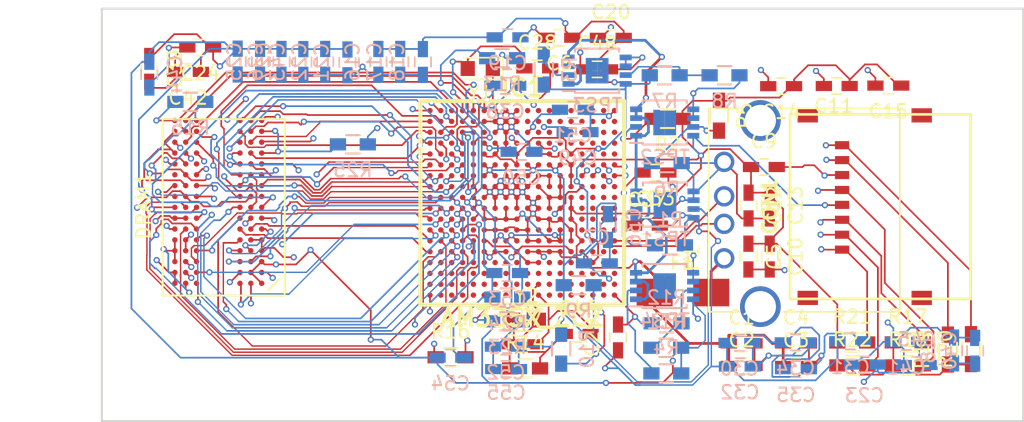
<source format=kicad_pcb>
(kicad_pcb (version 4) (host pcbnew 4.0.5-e0-6337~49~ubuntu16.04.1)
  (layers (0 F.Cu signal) (1 In1.Cu power hide) (2 In2.Cu mixed) (31 B.Cu signal) (34 B.Paste user) (35 F.Paste user) (36 B.SilkS user) (37 F.SilkS user) (38 B.Mask user) (39 F.Mask user) (44 Edge.Cuts user))
  (net 0 "")
  (net 1 GND)
  (net 2 +5V)
  (net 3 +3V3)
  (net 4 1.8V)
  (net 5 1.1V)
  (net 6 +1.5V)
  (net 7 "Net-(C28-Pad1)")
  (net 8 GND_OSC1)
  (net 9 "Net-(C38-Pad1)")
  (net 10 "Net-(C46-Pad1)")
  (net 11 GND_OSC0)
  (net 12 "Net-(C47-Pad1)")
  (net 13 "Net-(C48-Pad1)")
  (net 14 "Net-(C49-Pad1)")
  (net 15 "Net-(C50-Pad1)")
  (net 16 "Net-(C51-Pad1)")
  (net 17 /DDR_VREF)
  (net 18 /MMC0_DAT2)
  (net 19 /MMC0_DAT3)
  (net 20 /MMC0_CMD)
  (net 21 /MMC0_CLK)
  (net 22 /MMC0_DAT0)
  (net 23 /MMC0_DAT1)
  (net 24 /DDR_D13)
  (net 25 /DDR_D15)
  (net 26 /DDR_D12)
  (net 27 /DDR_DQSn1)
  (net 28 /DDR_D14)
  (net 29 /DDR_D11)
  (net 30 /DDR_D9)
  (net 31 /DDR_DQS1)
  (net 32 /DDR_D10)
  (net 33 /DDR_DQM1)
  (net 34 /DDR_D8)
  (net 35 /DDR_D0)
  (net 36 /DDR_DQM0)
  (net 37 /DDR_D2)
  (net 38 /DDR_DQS0)
  (net 39 /DDR_D1)
  (net 40 /DDR_D3)
  (net 41 /DDR_D6)
  (net 42 /DDR_DQSn0)
  (net 43 /DDR_D4)
  (net 44 /DDR_D7)
  (net 45 /DDR_D5)
  (net 46 "Net-(DRAM1-PadJ1)")
  (net 47 /DDR_RASn)
  (net 48 /DDR_CK)
  (net 49 "Net-(DRAM1-PadJ9)")
  (net 50 /DDR_ODT)
  (net 51 /DDR_CASn)
  (net 52 /DDR_CKn)
  (net 53 /DDR_CKE)
  (net 54 "Net-(DRAM1-PadL1)")
  (net 55 /DDR_CSn0)
  (net 56 /DDR_WEn)
  (net 57 /DDR_A10)
  (net 58 /DDR_ZQ)
  (net 59 "Net-(DRAM1-PadL9)")
  (net 60 /DDR_BA0)
  (net 61 /DDR_BA2)
  (net 62 "Net-(DRAM1-PadM7)")
  (net 63 /DDR_A3)
  (net 64 /DDR_A0)
  (net 65 /DDR_A12)
  (net 66 /DDR_BA1)
  (net 67 /DDR_A5)
  (net 68 /DDR_A2)
  (net 69 /DDR_A1)
  (net 70 /DDR_A4)
  (net 71 /DDR_A7)
  (net 72 /DDR_A9)
  (net 73 /DDR_A11)
  (net 74 /DDR_A6)
  (net 75 /DDR_RESETn)
  (net 76 /DDR_A13)
  (net 77 "Net-(DRAM1-PadT7)")
  (net 78 /DDR_A8)
  (net 79 "Net-(F1-Pad2)")
  (net 80 "Net-(IC1-PadJ3)")
  (net 81 "Net-(IC1-PadB10)")
  (net 82 "Net-(IC1-PadA10)")
  (net 83 "Net-(IC1-PadA11)")
  (net 84 "Net-(IC1-PadA12)")
  (net 85 "Net-(IC1-PadA15)")
  (net 86 "Net-(IC1-PadA3)")
  (net 87 "Net-(IC1-PadB11)")
  (net 88 "Net-(IC1-PadB14)")
  (net 89 "Net-(IC1-PadB15)")
  (net 90 "Net-(IC1-PadB18)")
  (net 91 "Net-(IC1-PadB5)")
  (net 92 "Net-(IC1-PadB4)")
  (net 93 "Net-(IC1-PadC18)")
  (net 94 /USBD-)
  (net 95 "Net-(IC1-PadP18)")
  (net 96 "Net-(IC1-PadR18)")
  (net 97 "Net-(IC1-PadT18)")
  (net 98 "Net-(IC1-PadM5)")
  (net 99 "Net-(IC1-PadD3)")
  (net 100 "Net-(IC1-PadP16)")
  (net 101 "Net-(IC1-PadP17)")
  (net 102 "Net-(IC1-PadR17)")
  (net 103 /USBD+)
  (net 104 "Net-(IC1-PadC5)")
  (net 105 "Net-(IC1-PadD14)")
  (net 106 "Net-(IC1-PadC14)")
  (net 107 "Net-(IC1-PadM15)")
  (net 108 "Net-(IC1-PadC11)")
  (net 109 "Net-(IC1-PadF15)")
  (net 110 "Net-(IC1-PadF16)")
  (net 111 "Net-(IC1-PadC6)")
  (net 112 "Net-(IC1-PadH4)")
  (net 113 "Net-(P1-Pad5)")
  (net 114 "Net-(R1-Pad2)")
  (net 115 "Net-(R2-Pad2)")
  (net 116 "Net-(R3-Pad2)")
  (net 117 "Net-(R4-Pad2)")
  (net 118 /3.3FB)
  (net 119 /1.8FB)
  (net 120 /1.1FB)
  (net 121 /1.5FB)
  (module Capacitors_SMD:C_0603_HandSoldering (layer B.Cu) (at 149.23 87.45)
    (fp_text reference C50 (at 0 1.9) (layer B.SilkS) (effects (justify mirror)))
    (fp_text value 1uF)
    (pad 1 smd rect (at -0.95 0) (size 1.2 0.75) (layers B.Cu B.Paste B.Mask) (net 15 "Net-(C50-Pad1)"))
    (pad 2 smd rect (at 0.95 0) (size 1.2 0.75) (layers B.Cu B.Paste B.Mask) (net 1 GND))
  )
  (module libraries:bga-csg324 (layer F.Cu) (at 149.28122 91.21112)
    (fp_text reference IC1 (at 0 -8.4836) (layer F.SilkS) (effects (font (size 1.27 1.27) (thickness 0.254))))
    (fp_text value AM335X_ZCZ (at 0 8.47344) (layer F.SilkS) (effects (font (size 1.27 1.27) (thickness 0.254))))
    (pad J9 smd circle (at -0.39878 -0.39878) (size 0.39878 0.39878) (layers F.Cu F.Paste F.Mask) (net 1 GND))
    (pad J10 smd circle (at 0.39878 -0.39878) (size 0.39878 0.39878) (layers F.Cu F.Paste F.Mask) (net 1 GND))
    (pad K9 smd circle (at -0.39878 0.39878) (size 0.39878 0.39878) (layers F.Cu F.Paste F.Mask) (net 1 GND))
    (pad K10 smd circle (at 0.39878 0.39878) (size 0.39878 0.39878) (layers F.Cu F.Paste F.Mask) (net 1 GND))
    (pad J11 smd circle (at 1.19888 -0.39878) (size 0.39878 0.39878) (layers F.Cu F.Paste F.Mask) (net 1 GND))
    (pad J12 smd circle (at 1.99898 -0.39878) (size 0.39878 0.39878) (layers F.Cu F.Paste F.Mask) (net 5 1.1V))
    (pad J13 smd circle (at 2.79908 -0.39878) (size 0.39878 0.39878) (layers F.Cu F.Paste F.Mask) (net 5 1.1V))
    (pad J14 smd circle (at 3.59918 -0.39878) (size 0.39878 0.39878) (layers F.Cu F.Paste F.Mask) (net 3 +3V3))
    (pad H12 smd circle (at 2.0066 -1.19888) (size 0.39878 0.39878) (layers F.Cu F.Paste F.Mask) (net 1 GND))
    (pad G12 smd circle (at 1.99898 -1.99898) (size 0.39878 0.39878) (layers F.Cu F.Paste F.Mask) (net 1 GND))
    (pad F12 smd circle (at 1.99898 -2.79908) (size 0.39878 0.39878) (layers F.Cu F.Paste F.Mask) (net 5 1.1V))
    (pad F11 smd circle (at 1.19888 -2.79908) (size 0.39878 0.39878) (layers F.Cu F.Paste F.Mask) (net 5 1.1V))
    (pad G11 smd circle (at 1.19888 -1.99898) (size 0.39878 0.39878) (layers F.Cu F.Paste F.Mask) (net 1 GND))
    (pad H13 smd circle (at 2.79908 -1.19888) (size 0.39878 0.39878) (layers F.Cu F.Paste F.Mask) (net 5 1.1V))
    (pad H11 smd circle (at 1.19888 -1.19888) (size 0.39878 0.39878) (layers F.Cu F.Paste F.Mask) (net 5 1.1V))
    (pad G13 smd circle (at 2.79908 -1.99898) (size 0.39878 0.39878) (layers F.Cu F.Paste F.Mask) (net 5 1.1V))
    (pad F13 smd circle (at 2.79908 -2.79908) (size 0.39878 0.39878) (layers F.Cu F.Paste F.Mask) (net 5 1.1V))
    (pad L10 smd circle (at 0.39878 1.19888) (size 0.39878 0.39878) (layers F.Cu F.Paste F.Mask) (net 1 GND))
    (pad K11 smd circle (at 1.19888 0.39878) (size 0.39878 0.39878) (layers F.Cu F.Paste F.Mask) (net 1 GND))
    (pad L11 smd circle (at 1.19888 1.19888) (size 0.39878 0.39878) (layers F.Cu F.Paste F.Mask) (net 1 GND))
    (pad M10 smd circle (at 0.39878 1.99898) (size 0.39878 0.39878) (layers F.Cu F.Paste F.Mask) (net 1 GND))
    (pad N10 smd circle (at 0.39878 2.79908) (size 0.39878 0.39878) (layers F.Cu F.Paste F.Mask) (net 1 GND))
    (pad M11 smd circle (at 1.19888 1.99898) (size 0.39878 0.39878) (layers F.Cu F.Paste F.Mask) (net 5 1.1V))
    (pad N11 smd circle (at 1.19888 2.79908) (size 0.39878 0.39878) (layers F.Cu F.Paste F.Mask) (net 1 GND))
    (pad N12 smd circle (at 1.99898 2.79908) (size 0.39878 0.39878) (layers F.Cu F.Paste F.Mask) (net 5 1.1V))
    (pad M12 smd circle (at 1.99898 1.99898) (size 0.39878 0.39878) (layers F.Cu F.Paste F.Mask) (net 1 GND))
    (pad L12 smd circle (at 1.99898 1.19888) (size 0.39878 0.39878) (layers F.Cu F.Paste F.Mask) (net 1 GND))
    (pad J15 smd circle (at 4.39928 -0.39878) (size 0.39878 0.39878) (layers F.Cu F.Paste F.Mask))
    (pad J16 smd circle (at 5.19938 -0.39878) (size 0.39878 0.39878) (layers F.Cu F.Paste F.Mask))
    (pad J17 smd circle (at 5.99948 -0.39878) (size 0.39878 0.39878) (layers F.Cu F.Paste F.Mask))
    (pad J18 smd circle (at 6.79958 -0.39878) (size 0.39878 0.39878) (layers F.Cu F.Paste F.Mask))
    (pad K12 smd circle (at 1.99898 0.39878) (size 0.39878 0.39878) (layers F.Cu F.Paste F.Mask) (net 5 1.1V))
    (pad J8 smd circle (at -1.19888 -0.39878) (size 0.39878 0.39878) (layers F.Cu F.Paste F.Mask) (net 1 GND))
    (pad J7 smd circle (at -1.99898 -0.39878) (size 0.39878 0.39878) (layers F.Cu F.Paste F.Mask) (net 1 GND))
    (pad J6 smd circle (at -2.79908 -0.39878) (size 0.39878 0.39878) (layers F.Cu F.Paste F.Mask) (net 1 GND))
    (pad J5 smd circle (at -3.59918 -0.39878) (size 0.39878 0.39878) (layers F.Cu F.Paste F.Mask) (net 6 +1.5V))
    (pad J4 smd circle (at -4.39928 -0.39878) (size 0.39878 0.39878) (layers F.Cu F.Paste F.Mask) (net 17 /DDR_VREF))
    (pad J3 smd circle (at -5.19938 -0.39878) (size 0.39878 0.39878) (layers F.Cu F.Paste F.Mask) (net 80 "Net-(IC1-PadJ3)"))
    (pad J2 smd circle (at -5.99948 -0.39878) (size 0.39878 0.39878) (layers F.Cu F.Paste F.Mask) (net 33 /DDR_DQM1))
    (pad J1 smd circle (at -6.79958 -0.39878) (size 0.39878 0.39878) (layers F.Cu F.Paste F.Mask) (net 34 /DDR_D8))
    (pad H10 smd circle (at 0.39878 -1.19888) (size 0.39878 0.39878) (layers F.Cu F.Paste F.Mask) (net 1 GND))
    (pad G10 smd circle (at 0.39878 -1.99898) (size 0.39878 0.39878) (layers F.Cu F.Paste F.Mask) (net 5 1.1V))
    (pad F10 smd circle (at 0.39878 -2.79908) (size 0.39878 0.39878) (layers F.Cu F.Paste F.Mask) (net 5 1.1V))
    (pad E10 smd circle (at 0.39878 -3.59918) (size 0.39878 0.39878) (layers F.Cu F.Paste F.Mask) (net 3 +3V3))
    (pad D10 smd circle (at 0.39878 -4.39928) (size 0.39878 0.39878) (layers F.Cu F.Paste F.Mask) (net 4 1.8V))
    (pad C10 smd circle (at 0.39878 -5.19938) (size 0.39878 0.39878) (layers F.Cu F.Paste F.Mask) (net 16 "Net-(C51-Pad1)"))
    (pad B10 smd circle (at 0.39878 -5.99948) (size 0.39878 0.39878) (layers F.Cu F.Paste F.Mask) (net 81 "Net-(IC1-PadB10)"))
    (pad A10 smd circle (at 0.39878 -6.79958) (size 0.39878 0.39878) (layers F.Cu F.Paste F.Mask) (net 82 "Net-(IC1-PadA10)"))
    (pad A11 smd circle (at 1.19888 -6.79958) (size 0.39878 0.39878) (layers F.Cu F.Paste F.Mask) (net 83 "Net-(IC1-PadA11)"))
    (pad A12 smd circle (at 1.99898 -6.79958) (size 0.39878 0.39878) (layers F.Cu F.Paste F.Mask) (net 84 "Net-(IC1-PadA12)"))
    (pad A13 smd circle (at 2.79908 -6.79958) (size 0.39878 0.39878) (layers F.Cu F.Paste F.Mask))
    (pad A14 smd circle (at 3.59918 -6.79958) (size 0.39878 0.39878) (layers F.Cu F.Paste F.Mask))
    (pad A15 smd circle (at 4.39928 -6.79958) (size 0.39878 0.39878) (layers F.Cu F.Paste F.Mask) (net 85 "Net-(IC1-PadA15)"))
    (pad A16 smd circle (at 5.19938 -6.79958) (size 0.39878 0.39878) (layers F.Cu F.Paste F.Mask))
    (pad A17 smd circle (at 5.99948 -6.79958) (size 0.39878 0.39878) (layers F.Cu F.Paste F.Mask))
    (pad A18 smd circle (at 6.79958 -6.79958) (size 0.39878 0.39878) (layers F.Cu F.Paste F.Mask) (net 1 GND))
    (pad A9 smd circle (at -0.39878 -6.79958) (size 0.39878 0.39878) (layers F.Cu F.Paste F.Mask) (net 1 GND))
    (pad A8 smd circle (at -1.19888 -6.79958) (size 0.39878 0.39878) (layers F.Cu F.Paste F.Mask) (net 1 GND))
    (pad A7 smd circle (at -1.99898 -6.79958) (size 0.39878 0.39878) (layers F.Cu F.Paste F.Mask) (net 1 GND))
    (pad A6 smd circle (at -2.79908 -6.79958) (size 0.39878 0.39878) (layers F.Cu F.Paste F.Mask) (net 9 "Net-(C38-Pad1)"))
    (pad A5 smd circle (at -3.59918 -6.79958) (size 0.39878 0.39878) (layers F.Cu F.Paste F.Mask) (net 8 GND_OSC1))
    (pad A4 smd circle (at -4.39928 -6.79958) (size 0.39878 0.39878) (layers F.Cu F.Paste F.Mask) (net 7 "Net-(C28-Pad1)"))
    (pad A3 smd circle (at -5.19938 -6.79958) (size 0.39878 0.39878) (layers F.Cu F.Paste F.Mask) (net 86 "Net-(IC1-PadA3)"))
    (pad A2 smd circle (at -5.99948 -6.79958) (size 0.39878 0.39878) (layers F.Cu F.Paste F.Mask) (net 5 1.1V))
    (pad A1 smd circle (at -6.79958 -6.79958) (size 0.39878 0.39878) (layers F.Cu F.Paste F.Mask) (net 1 GND))
    (pad B11 smd circle (at 1.19888 -5.99948) (size 0.39878 0.39878) (layers F.Cu F.Paste F.Mask) (net 87 "Net-(IC1-PadB11)"))
    (pad B12 smd circle (at 1.99898 -5.99948) (size 0.39878 0.39878) (layers F.Cu F.Paste F.Mask))
    (pad B13 smd circle (at 2.79908 -5.99948) (size 0.39878 0.39878) (layers F.Cu F.Paste F.Mask))
    (pad B14 smd circle (at 3.59918 -5.99948) (size 0.39878 0.39878) (layers F.Cu F.Paste F.Mask) (net 88 "Net-(IC1-PadB14)"))
    (pad B15 smd circle (at 4.39928 -5.99948) (size 0.39878 0.39878) (layers F.Cu F.Paste F.Mask) (net 89 "Net-(IC1-PadB15)"))
    (pad B16 smd circle (at 5.19938 -5.99948) (size 0.39878 0.39878) (layers F.Cu F.Paste F.Mask))
    (pad B17 smd circle (at 5.99948 -5.99948) (size 0.39878 0.39878) (layers F.Cu F.Paste F.Mask))
    (pad B18 smd circle (at 6.79958 -5.99948) (size 0.39878 0.39878) (layers F.Cu F.Paste F.Mask) (net 90 "Net-(IC1-PadB18)"))
    (pad B9 smd circle (at -0.39878 -5.99948) (size 0.39878 0.39878) (layers F.Cu F.Paste F.Mask) (net 1 GND))
    (pad B8 smd circle (at -1.19888 -5.99948) (size 0.39878 0.39878) (layers F.Cu F.Paste F.Mask) (net 1 GND))
    (pad B7 smd circle (at -1.99898 -5.99948) (size 0.39878 0.39878) (layers F.Cu F.Paste F.Mask) (net 1 GND))
    (pad B6 smd circle (at -2.79908 -5.99948) (size 0.39878 0.39878) (layers F.Cu F.Paste F.Mask) (net 1 GND))
    (pad B5 smd circle (at -3.59918 -5.99948) (size 0.39878 0.39878) (layers F.Cu F.Paste F.Mask) (net 91 "Net-(IC1-PadB5)"))
    (pad B4 smd circle (at -4.39928 -5.99948) (size 0.39878 0.39878) (layers F.Cu F.Paste F.Mask) (net 92 "Net-(IC1-PadB4)"))
    (pad B3 smd circle (at -5.19938 -5.99948) (size 0.39878 0.39878) (layers F.Cu F.Paste F.Mask) (net 61 /DDR_BA2))
    (pad B2 smd circle (at -5.99948 -5.99948) (size 0.39878 0.39878) (layers F.Cu F.Paste F.Mask) (net 56 /DDR_WEn))
    (pad B1 smd circle (at -6.79958 -5.99948) (size 0.39878 0.39878) (layers F.Cu F.Paste F.Mask) (net 67 /DDR_A5))
    (pad C18 smd circle (at 6.79958 -5.19938) (size 0.39878 0.39878) (layers F.Cu F.Paste F.Mask) (net 93 "Net-(IC1-PadC18)"))
    (pad D18 smd circle (at 6.79958 -4.39928) (size 0.39878 0.39878) (layers F.Cu F.Paste F.Mask))
    (pad E18 smd circle (at 6.79958 -3.59918) (size 0.39878 0.39878) (layers F.Cu F.Paste F.Mask))
    (pad F18 smd circle (at 6.79958 -2.79908) (size 0.39878 0.39878) (layers F.Cu F.Paste F.Mask) (net 18 /MMC0_DAT2))
    (pad G18 smd circle (at 6.79958 -1.99898) (size 0.39878 0.39878) (layers F.Cu F.Paste F.Mask) (net 20 /MMC0_CMD))
    (pad H18 smd circle (at 6.79958 -1.19888) (size 0.39878 0.39878) (layers F.Cu F.Paste F.Mask))
    (pad K18 smd circle (at 6.79958 0.39878) (size 0.39878 0.39878) (layers F.Cu F.Paste F.Mask))
    (pad L18 smd circle (at 6.79958 1.19888) (size 0.39878 0.39878) (layers F.Cu F.Paste F.Mask))
    (pad M18 smd circle (at 6.79958 1.99898) (size 0.39878 0.39878) (layers F.Cu F.Paste F.Mask))
    (pad N18 smd circle (at 6.79958 2.79908) (size 0.39878 0.39878) (layers F.Cu F.Paste F.Mask) (net 94 /USBD-))
    (pad P18 smd circle (at 6.79958 3.59918) (size 0.39878 0.39878) (layers F.Cu F.Paste F.Mask) (net 95 "Net-(IC1-PadP18)"))
    (pad R18 smd circle (at 6.79958 4.39928) (size 0.39878 0.39878) (layers F.Cu F.Paste F.Mask) (net 96 "Net-(IC1-PadR18)"))
    (pad T18 smd circle (at 6.79958 5.19938) (size 0.39878 0.39878) (layers F.Cu F.Paste F.Mask) (net 97 "Net-(IC1-PadT18)"))
    (pad U18 smd circle (at 6.79958 5.99948) (size 0.39878 0.39878) (layers F.Cu F.Paste F.Mask))
    (pad V18 smd circle (at 6.79958 6.79958) (size 0.39878 0.39878) (layers F.Cu F.Paste F.Mask) (net 1 GND))
    (pad V17 smd circle (at 5.99948 6.79958) (size 0.39878 0.39878) (layers F.Cu F.Paste F.Mask))
    (pad V16 smd circle (at 5.19938 6.79958) (size 0.39878 0.39878) (layers F.Cu F.Paste F.Mask))
    (pad V15 smd circle (at 4.39928 6.79958) (size 0.39878 0.39878) (layers F.Cu F.Paste F.Mask))
    (pad V14 smd circle (at 3.59918 6.79958) (size 0.39878 0.39878) (layers F.Cu F.Paste F.Mask))
    (pad V13 smd circle (at 2.79908 6.79958) (size 0.39878 0.39878) (layers F.Cu F.Paste F.Mask))
    (pad V12 smd circle (at 1.99898 6.79958) (size 0.39878 0.39878) (layers F.Cu F.Paste F.Mask))
    (pad V11 smd circle (at 1.19888 6.79958) (size 0.39878 0.39878) (layers F.Cu F.Paste F.Mask) (net 11 GND_OSC0))
    (pad V10 smd circle (at 0.39878 6.79958) (size 0.39878 0.39878) (layers F.Cu F.Paste F.Mask) (net 12 "Net-(C47-Pad1)"))
    (pad H9 smd circle (at -0.39878 -1.19888) (size 0.39878 0.39878) (layers F.Cu F.Paste F.Mask) (net 1 GND))
    (pad G9 smd circle (at -0.39878 -1.99898) (size 0.39878 0.39878) (layers F.Cu F.Paste F.Mask) (net 1 GND))
    (pad H8 smd circle (at -1.19888 -1.19888) (size 0.39878 0.39878) (layers F.Cu F.Paste F.Mask) (net 1 GND))
    (pad F9 smd circle (at -0.39878 -2.79908) (size 0.39878 0.39878) (layers F.Cu F.Paste F.Mask) (net 4 1.8V))
    (pad G8 smd circle (at -1.19888 -1.99898) (size 0.39878 0.39878) (layers F.Cu F.Paste F.Mask) (net 1 GND))
    (pad H7 smd circle (at -1.99898 -1.19888) (size 0.39878 0.39878) (layers F.Cu F.Paste F.Mask) (net 1 GND))
    (pad F8 smd circle (at -1.19888 -2.79908) (size 0.39878 0.39878) (layers F.Cu F.Paste F.Mask) (net 1 GND))
    (pad F7 smd circle (at -1.99898 -2.79908) (size 0.39878 0.39878) (layers F.Cu F.Paste F.Mask) (net 5 1.1V))
    (pad F6 smd circle (at -2.79908 -2.79908) (size 0.39878 0.39878) (layers F.Cu F.Paste F.Mask) (net 5 1.1V))
    (pad F1 smd circle (at -6.79958 -2.79908) (size 0.39878 0.39878) (layers F.Cu F.Paste F.Mask) (net 51 /DDR_CASn))
    (pad G7 smd circle (at -1.99898 -1.99898) (size 0.39878 0.39878) (layers F.Cu F.Paste F.Mask) (net 5 1.1V))
    (pad G6 smd circle (at -2.79908 -1.99898) (size 0.39878 0.39878) (layers F.Cu F.Paste F.Mask) (net 5 1.1V))
    (pad G1 smd circle (at -6.79958 -1.99898) (size 0.39878 0.39878) (layers F.Cu F.Paste F.Mask) (net 50 /DDR_ODT))
    (pad H1 smd circle (at -6.79958 -1.19888) (size 0.39878 0.39878) (layers F.Cu F.Paste F.Mask) (net 69 /DDR_A1))
    (pad H6 smd circle (at -2.79908 -1.19888) (size 0.39878 0.39878) (layers F.Cu F.Paste F.Mask) (net 1 GND))
    (pad F5 smd circle (at -3.59918 -2.79908) (size 0.39878 0.39878) (layers F.Cu F.Paste F.Mask) (net 6 +1.5V))
    (pad G5 smd circle (at -3.59918 -1.99898) (size 0.39878 0.39878) (layers F.Cu F.Paste F.Mask) (net 6 +1.5V))
    (pad H5 smd circle (at -3.59918 -1.19888) (size 0.39878 0.39878) (layers F.Cu F.Paste F.Mask) (net 6 +1.5V))
    (pad K5 smd circle (at -3.59918 0.39878) (size 0.39878 0.39878) (layers F.Cu F.Paste F.Mask) (net 6 +1.5V))
    (pad C1 smd circle (at -6.79958 -5.19938) (size 0.39878 0.39878) (layers F.Cu F.Paste F.Mask) (net 72 /DDR_A9))
    (pad D1 smd circle (at -6.79958 -4.39928) (size 0.39878 0.39878) (layers F.Cu F.Paste F.Mask) (net 52 /DDR_CKn))
    (pad E1 smd circle (at -6.79958 -3.59918) (size 0.39878 0.39878) (layers F.Cu F.Paste F.Mask) (net 66 /DDR_BA1))
    (pad K1 smd circle (at -6.79958 0.39878) (size 0.39878 0.39878) (layers F.Cu F.Paste F.Mask) (net 30 /DDR_D9))
    (pad L1 smd circle (at -6.79958 1.19888) (size 0.39878 0.39878) (layers F.Cu F.Paste F.Mask) (net 31 /DDR_DQS1))
    (pad M1 smd circle (at -6.79958 1.99898) (size 0.39878 0.39878) (layers F.Cu F.Paste F.Mask) (net 25 /DDR_D15))
    (pad N1 smd circle (at -6.79958 2.79908) (size 0.39878 0.39878) (layers F.Cu F.Paste F.Mask) (net 37 /DDR_D2))
    (pad P1 smd circle (at -6.79958 3.59918) (size 0.39878 0.39878) (layers F.Cu F.Paste F.Mask) (net 38 /DDR_DQS0))
    (pad R1 smd circle (at -6.79958 4.39928) (size 0.39878 0.39878) (layers F.Cu F.Paste F.Mask))
    (pad T1 smd circle (at -6.79958 5.19938) (size 0.39878 0.39878) (layers F.Cu F.Paste F.Mask))
    (pad U1 smd circle (at -6.79958 5.99948) (size 0.39878 0.39878) (layers F.Cu F.Paste F.Mask))
    (pad V1 smd circle (at -6.79958 6.79958) (size 0.39878 0.39878) (layers F.Cu F.Paste F.Mask) (net 1 GND))
    (pad L5 smd circle (at -3.59918 1.19888) (size 0.39878 0.39878) (layers F.Cu F.Paste F.Mask) (net 6 +1.5V))
    (pad M5 smd circle (at -3.59918 1.99898) (size 0.39878 0.39878) (layers F.Cu F.Paste F.Mask) (net 98 "Net-(IC1-PadM5)"))
    (pad N5 smd circle (at -3.59918 2.79908) (size 0.39878 0.39878) (layers F.Cu F.Paste F.Mask) (net 3 +3V3))
    (pad V5 smd circle (at -3.59918 6.79958) (size 0.39878 0.39878) (layers F.Cu F.Paste F.Mask))
    (pad K6 smd circle (at -2.79908 0.39878) (size 0.39878 0.39878) (layers F.Cu F.Paste F.Mask) (net 5 1.1V))
    (pad K7 smd circle (at -1.99898 0.39878) (size 0.39878 0.39878) (layers F.Cu F.Paste F.Mask) (net 1 GND))
    (pad K8 smd circle (at -1.19888 0.39878) (size 0.39878 0.39878) (layers F.Cu F.Paste F.Mask) (net 5 1.1V))
    (pad L6 smd circle (at -2.79908 1.19888) (size 0.39878 0.39878) (layers F.Cu F.Paste F.Mask) (net 5 1.1V))
    (pad L7 smd circle (at -1.99898 1.19888) (size 0.39878 0.39878) (layers F.Cu F.Paste F.Mask) (net 5 1.1V))
    (pad L8 smd circle (at -1.19888 1.19888) (size 0.39878 0.39878) (layers F.Cu F.Paste F.Mask) (net 5 1.1V))
    (pad L9 smd circle (at -0.39878 1.19888) (size 0.39878 0.39878) (layers F.Cu F.Paste F.Mask) (net 5 1.1V))
    (pad M6 smd circle (at -2.79908 1.99898) (size 0.39878 0.39878) (layers F.Cu F.Paste F.Mask) (net 1 GND))
    (pad M7 smd circle (at -1.99898 1.99898) (size 0.39878 0.39878) (layers F.Cu F.Paste F.Mask) (net 1 GND))
    (pad M8 smd circle (at -1.19888 1.99898) (size 0.39878 0.39878) (layers F.Cu F.Paste F.Mask) (net 1 GND))
    (pad M9 smd circle (at -0.39878 1.99898) (size 0.39878 0.39878) (layers F.Cu F.Paste F.Mask) (net 1 GND))
    (pad N6 smd circle (at -2.79908 2.79908) (size 0.39878 0.39878) (layers F.Cu F.Paste F.Mask) (net 4 1.8V))
    (pad N7 smd circle (at -1.99898 2.79908) (size 0.39878 0.39878) (layers F.Cu F.Paste F.Mask) (net 1 GND))
    (pad N8 smd circle (at -1.19888 2.79908) (size 0.39878 0.39878) (layers F.Cu F.Paste F.Mask) (net 5 1.1V))
    (pad N9 smd circle (at -0.39878 2.79908) (size 0.39878 0.39878) (layers F.Cu F.Paste F.Mask) (net 5 1.1V))
    (pad V6 smd circle (at -2.79908 6.79958) (size 0.39878 0.39878) (layers F.Cu F.Paste F.Mask))
    (pad V7 smd circle (at -1.99898 6.79958) (size 0.39878 0.39878) (layers F.Cu F.Paste F.Mask))
    (pad V8 smd circle (at -1.19888 6.79958) (size 0.39878 0.39878) (layers F.Cu F.Paste F.Mask))
    (pad V9 smd circle (at -0.39878 6.79958) (size 0.39878 0.39878) (layers F.Cu F.Paste F.Mask))
    (pad V2 smd circle (at -5.99948 6.79958) (size 0.39878 0.39878) (layers F.Cu F.Paste F.Mask))
    (pad V3 smd circle (at -5.19938 6.79958) (size 0.39878 0.39878) (layers F.Cu F.Paste F.Mask))
    (pad V4 smd circle (at -4.39928 6.79958) (size 0.39878 0.39878) (layers F.Cu F.Paste F.Mask))
    (pad P10 smd circle (at 0.39878 3.59918) (size 0.39878 0.39878) (layers F.Cu F.Paste F.Mask) (net 3 +3V3))
    (pad R10 smd circle (at 0.39878 4.39928) (size 0.39878 0.39878) (layers F.Cu F.Paste F.Mask) (net 4 1.8V))
    (pad T10 smd circle (at 0.39878 5.19938) (size 0.39878 0.39878) (layers F.Cu F.Paste F.Mask))
    (pad U10 smd circle (at 0.39878 5.99948) (size 0.39878 0.39878) (layers F.Cu F.Paste F.Mask))
    (pad P9 smd circle (at -0.39878 3.59918) (size 0.39878 0.39878) (layers F.Cu F.Paste F.Mask) (net 4 1.8V))
    (pad R9 smd circle (at -0.39878 4.39928) (size 0.39878 0.39878) (layers F.Cu F.Paste F.Mask))
    (pad T9 smd circle (at -0.39878 5.19938) (size 0.39878 0.39878) (layers F.Cu F.Paste F.Mask))
    (pad U9 smd circle (at -0.39878 5.99948) (size 0.39878 0.39878) (layers F.Cu F.Paste F.Mask))
    (pad E9 smd circle (at -0.39878 -3.59918) (size 0.39878 0.39878) (layers F.Cu F.Paste F.Mask) (net 4 1.8V))
    (pad D9 smd circle (at -0.39878 -4.39928) (size 0.39878 0.39878) (layers F.Cu F.Paste F.Mask) (net 14 "Net-(C49-Pad1)"))
    (pad C9 smd circle (at -0.39878 -5.19938) (size 0.39878 0.39878) (layers F.Cu F.Paste F.Mask) (net 1 GND))
    (pad C2 smd circle (at -5.99948 -5.19938) (size 0.39878 0.39878) (layers F.Cu F.Paste F.Mask) (net 70 /DDR_A4))
    (pad C3 smd circle (at -5.19938 -5.19938) (size 0.39878 0.39878) (layers F.Cu F.Paste F.Mask) (net 63 /DDR_A3))
    (pad D3 smd circle (at -5.19938 -4.39928) (size 0.39878 0.39878) (layers F.Cu F.Paste F.Mask) (net 99 "Net-(IC1-PadD3)"))
    (pad D2 smd circle (at -5.99948 -4.39928) (size 0.39878 0.39878) (layers F.Cu F.Paste F.Mask) (net 48 /DDR_CK))
    (pad E4 smd circle (at -4.39928 -3.59918) (size 0.39878 0.39878) (layers F.Cu F.Paste F.Mask) (net 68 /DDR_A2))
    (pad D4 smd circle (at -4.39928 -4.39928) (size 0.39878 0.39878) (layers F.Cu F.Paste F.Mask) (net 78 /DDR_A8))
    (pad D5 smd circle (at -3.59918 -4.39928) (size 0.39878 0.39878) (layers F.Cu F.Paste F.Mask) (net 74 /DDR_A6))
    (pad E5 smd circle (at -3.59918 -3.59918) (size 0.39878 0.39878) (layers F.Cu F.Paste F.Mask) (net 6 +1.5V))
    (pad F14 smd circle (at 3.59918 -2.79908) (size 0.39878 0.39878) (layers F.Cu F.Paste F.Mask) (net 3 +3V3))
    (pad G14 smd circle (at 3.59918 -1.99898) (size 0.39878 0.39878) (layers F.Cu F.Paste F.Mask) (net 3 +3V3))
    (pad H14 smd circle (at 3.59918 -1.19888) (size 0.39878 0.39878) (layers F.Cu F.Paste F.Mask) (net 3 +3V3))
    (pad K13 smd circle (at 2.79908 0.39878) (size 0.39878 0.39878) (layers F.Cu F.Paste F.Mask) (net 4 1.8V))
    (pad K14 smd circle (at 3.59918 0.39878) (size 0.39878 0.39878) (layers F.Cu F.Paste F.Mask) (net 3 +3V3))
    (pad L13 smd circle (at 2.79908 1.19888) (size 0.39878 0.39878) (layers F.Cu F.Paste F.Mask) (net 1 GND))
    (pad L14 smd circle (at 3.59918 1.19888) (size 0.39878 0.39878) (layers F.Cu F.Paste F.Mask) (net 3 +3V3))
    (pad M13 smd circle (at 2.79908 1.99898) (size 0.39878 0.39878) (layers F.Cu F.Paste F.Mask) (net 5 1.1V))
    (pad M14 smd circle (at 3.59918 1.99898) (size 0.39878 0.39878) (layers F.Cu F.Paste F.Mask) (net 1 GND))
    (pad N13 smd circle (at 2.79908 2.79908) (size 0.39878 0.39878) (layers F.Cu F.Paste F.Mask) (net 5 1.1V))
    (pad N14 smd circle (at 3.59918 2.79908) (size 0.39878 0.39878) (layers F.Cu F.Paste F.Mask) (net 1 GND))
    (pad P11 smd circle (at 1.19888 3.59918) (size 0.39878 0.39878) (layers F.Cu F.Paste F.Mask) (net 3 +3V3))
    (pad R11 smd circle (at 1.19888 4.39928) (size 0.39878 0.39878) (layers F.Cu F.Paste F.Mask) (net 4 1.8V))
    (pad T11 smd circle (at 1.19888 5.19938) (size 0.39878 0.39878) (layers F.Cu F.Paste F.Mask))
    (pad U11 smd circle (at 1.19888 5.99948) (size 0.39878 0.39878) (layers F.Cu F.Paste F.Mask) (net 10 "Net-(C46-Pad1)"))
    (pad P12 smd circle (at 1.99898 3.59918) (size 0.39878 0.39878) (layers F.Cu F.Paste F.Mask) (net 3 +3V3))
    (pad P13 smd circle (at 2.79908 3.59918) (size 0.39878 0.39878) (layers F.Cu F.Paste F.Mask) (net 3 +3V3))
    (pad P14 smd circle (at 3.59918 3.59918) (size 0.39878 0.39878) (layers F.Cu F.Paste F.Mask) (net 4 1.8V))
    (pad P15 smd circle (at 4.39928 3.59918) (size 0.39878 0.39878) (layers F.Cu F.Paste F.Mask) (net 2 +5V))
    (pad P16 smd circle (at 5.19938 3.59918) (size 0.39878 0.39878) (layers F.Cu F.Paste F.Mask) (net 100 "Net-(IC1-PadP16)"))
    (pad P17 smd circle (at 5.99948 3.59918) (size 0.39878 0.39878) (layers F.Cu F.Paste F.Mask) (net 101 "Net-(IC1-PadP17)"))
    (pad R14 smd circle (at 3.59918 4.39928) (size 0.39878 0.39878) (layers F.Cu F.Paste F.Mask))
    (pad T14 smd circle (at 3.59918 5.19938) (size 0.39878 0.39878) (layers F.Cu F.Paste F.Mask))
    (pad U14 smd circle (at 3.59918 5.99948) (size 0.39878 0.39878) (layers F.Cu F.Paste F.Mask))
    (pad R15 smd circle (at 4.39928 4.39928) (size 0.39878 0.39878) (layers F.Cu F.Paste F.Mask) (net 3 +3V3))
    (pad R16 smd circle (at 5.19938 4.39928) (size 0.39878 0.39878) (layers F.Cu F.Paste F.Mask) (net 4 1.8V))
    (pad R17 smd circle (at 5.99948 4.39928) (size 0.39878 0.39878) (layers F.Cu F.Paste F.Mask) (net 102 "Net-(IC1-PadR17)"))
    (pad T15 smd circle (at 4.39928 5.19938) (size 0.39878 0.39878) (layers F.Cu F.Paste F.Mask))
    (pad T16 smd circle (at 5.19938 5.19938) (size 0.39878 0.39878) (layers F.Cu F.Paste F.Mask))
    (pad T17 smd circle (at 5.99948 5.19938) (size 0.39878 0.39878) (layers F.Cu F.Paste F.Mask))
    (pad U15 smd circle (at 4.39928 5.99948) (size 0.39878 0.39878) (layers F.Cu F.Paste F.Mask))
    (pad U16 smd circle (at 5.19938 5.99948) (size 0.39878 0.39878) (layers F.Cu F.Paste F.Mask))
    (pad U17 smd circle (at 5.99948 5.99948) (size 0.39878 0.39878) (layers F.Cu F.Paste F.Mask))
    (pad K17 smd circle (at 5.99948 0.39878) (size 0.39878 0.39878) (layers F.Cu F.Paste F.Mask))
    (pad L17 smd circle (at 5.99948 1.19888) (size 0.39878 0.39878) (layers F.Cu F.Paste F.Mask))
    (pad M17 smd circle (at 5.99948 1.99898) (size 0.39878 0.39878) (layers F.Cu F.Paste F.Mask))
    (pad N17 smd circle (at 5.99948 2.79908) (size 0.39878 0.39878) (layers F.Cu F.Paste F.Mask) (net 103 /USBD+))
    (pad K15 smd circle (at 4.39928 0.39878) (size 0.39878 0.39878) (layers F.Cu F.Paste F.Mask))
    (pad K16 smd circle (at 5.19938 0.39878) (size 0.39878 0.39878) (layers F.Cu F.Paste F.Mask))
    (pad K4 smd circle (at -4.39928 0.39878) (size 0.39878 0.39878) (layers F.Cu F.Paste F.Mask) (net 26 /DDR_D12))
    (pad K3 smd circle (at -5.19938 0.39878) (size 0.39878 0.39878) (layers F.Cu F.Paste F.Mask) (net 29 /DDR_D11))
    (pad K2 smd circle (at -5.99948 0.39878) (size 0.39878 0.39878) (layers F.Cu F.Paste F.Mask) (net 32 /DDR_D10))
    (pad L2 smd circle (at -5.99948 1.19888) (size 0.39878 0.39878) (layers F.Cu F.Paste F.Mask) (net 27 /DDR_DQSn1))
    (pad M2 smd circle (at -5.99948 1.99898) (size 0.39878 0.39878) (layers F.Cu F.Paste F.Mask) (net 36 /DDR_DQM0))
    (pad N2 smd circle (at -5.99948 2.79908) (size 0.39878 0.39878) (layers F.Cu F.Paste F.Mask) (net 40 /DDR_D3))
    (pad P2 smd circle (at -5.99948 3.59918) (size 0.39878 0.39878) (layers F.Cu F.Paste F.Mask) (net 42 /DDR_DQSn0))
    (pad P3 smd circle (at -5.19938 3.59918) (size 0.39878 0.39878) (layers F.Cu F.Paste F.Mask) (net 41 /DDR_D6))
    (pad P4 smd circle (at -4.39928 3.59918) (size 0.39878 0.39878) (layers F.Cu F.Paste F.Mask) (net 44 /DDR_D7))
    (pad P5 smd circle (at -3.59918 3.59918) (size 0.39878 0.39878) (layers F.Cu F.Paste F.Mask) (net 3 +3V3))
    (pad P6 smd circle (at -2.79908 3.59918) (size 0.39878 0.39878) (layers F.Cu F.Paste F.Mask) (net 3 +3V3))
    (pad P7 smd circle (at -1.99898 3.59918) (size 0.39878 0.39878) (layers F.Cu F.Paste F.Mask) (net 3 +3V3))
    (pad P8 smd circle (at -1.19888 3.59918) (size 0.39878 0.39878) (layers F.Cu F.Paste F.Mask) (net 3 +3V3))
    (pad R2 smd circle (at -5.99948 4.39928) (size 0.39878 0.39878) (layers F.Cu F.Paste F.Mask))
    (pad T2 smd circle (at -5.99948 5.19938) (size 0.39878 0.39878) (layers F.Cu F.Paste F.Mask))
    (pad U2 smd circle (at -5.99948 5.99948) (size 0.39878 0.39878) (layers F.Cu F.Paste F.Mask))
    (pad R5 smd circle (at -3.59918 4.39928) (size 0.39878 0.39878) (layers F.Cu F.Paste F.Mask))
    (pad T5 smd circle (at -3.59918 5.19938) (size 0.39878 0.39878) (layers F.Cu F.Paste F.Mask))
    (pad U5 smd circle (at -3.59918 5.99948) (size 0.39878 0.39878) (layers F.Cu F.Paste F.Mask))
    (pad R3 smd circle (at -5.19938 4.39928) (size 0.39878 0.39878) (layers F.Cu F.Paste F.Mask))
    (pad R4 smd circle (at -4.39928 4.39928) (size 0.39878 0.39878) (layers F.Cu F.Paste F.Mask))
    (pad T3 smd circle (at -5.19938 5.19938) (size 0.39878 0.39878) (layers F.Cu F.Paste F.Mask))
    (pad T4 smd circle (at -4.39928 5.19938) (size 0.39878 0.39878) (layers F.Cu F.Paste F.Mask))
    (pad U3 smd circle (at -5.19938 5.99948) (size 0.39878 0.39878) (layers F.Cu F.Paste F.Mask))
    (pad U4 smd circle (at -4.39928 5.99948) (size 0.39878 0.39878) (layers F.Cu F.Paste F.Mask))
    (pad H2 smd circle (at -5.99948 -1.19888) (size 0.39878 0.39878) (layers F.Cu F.Paste F.Mask) (net 55 /DDR_CSn0))
    (pad G2 smd circle (at -5.99948 -1.99898) (size 0.39878 0.39878) (layers F.Cu F.Paste F.Mask) (net 75 /DDR_RESETn))
    (pad F2 smd circle (at -5.99948 -2.79908) (size 0.39878 0.39878) (layers F.Cu F.Paste F.Mask) (net 73 /DDR_A11))
    (pad E2 smd circle (at -5.99948 -3.59918) (size 0.39878 0.39878) (layers F.Cu F.Paste F.Mask) (net 71 /DDR_A7))
    (pad E3 smd circle (at -5.19938 -3.59918) (size 0.39878 0.39878) (layers F.Cu F.Paste F.Mask) (net 65 /DDR_A12))
    (pad C4 smd circle (at -4.39928 -5.19938) (size 0.39878 0.39878) (layers F.Cu F.Paste F.Mask) (net 60 /DDR_BA0))
    (pad C5 smd circle (at -3.59918 -5.19938) (size 0.39878 0.39878) (layers F.Cu F.Paste F.Mask) (net 104 "Net-(IC1-PadC5)"))
    (pad E14 smd circle (at 3.59918 -3.59918) (size 0.39878 0.39878) (layers F.Cu F.Paste F.Mask) (net 4 1.8V))
    (pad D14 smd circle (at 3.59918 -4.39928) (size 0.39878 0.39878) (layers F.Cu F.Paste F.Mask) (net 105 "Net-(IC1-PadD14)"))
    (pad C14 smd circle (at 3.59918 -5.19938) (size 0.39878 0.39878) (layers F.Cu F.Paste F.Mask) (net 106 "Net-(IC1-PadC14)"))
    (pad H17 smd circle (at 5.99948 -1.19888) (size 0.39878 0.39878) (layers F.Cu F.Paste F.Mask))
    (pad G17 smd circle (at 5.99948 -1.99898) (size 0.39878 0.39878) (layers F.Cu F.Paste F.Mask) (net 21 /MMC0_CLK))
    (pad F17 smd circle (at 5.99948 -2.79908) (size 0.39878 0.39878) (layers F.Cu F.Paste F.Mask) (net 19 /MMC0_DAT3))
    (pad E17 smd circle (at 5.99948 -3.59918) (size 0.39878 0.39878) (layers F.Cu F.Paste F.Mask))
    (pad D17 smd circle (at 5.99948 -4.39928) (size 0.39878 0.39878) (layers F.Cu F.Paste F.Mask))
    (pad C17 smd circle (at 5.99948 -5.19938) (size 0.39878 0.39878) (layers F.Cu F.Paste F.Mask))
    (pad C15 smd circle (at 4.39928 -5.19938) (size 0.39878 0.39878) (layers F.Cu F.Paste F.Mask))
    (pad C16 smd circle (at 5.19938 -5.19938) (size 0.39878 0.39878) (layers F.Cu F.Paste F.Mask))
    (pad D15 smd circle (at 4.39928 -4.39928) (size 0.39878 0.39878) (layers F.Cu F.Paste F.Mask))
    (pad D16 smd circle (at 5.19938 -4.39928) (size 0.39878 0.39878) (layers F.Cu F.Paste F.Mask))
    (pad E15 smd circle (at 4.39928 -3.59918) (size 0.39878 0.39878) (layers F.Cu F.Paste F.Mask))
    (pad E16 smd circle (at 5.19938 -3.59918) (size 0.39878 0.39878) (layers F.Cu F.Paste F.Mask))
    (pad L15 smd circle (at 4.39928 1.19888) (size 0.39878 0.39878) (layers F.Cu F.Paste F.Mask))
    (pad L16 smd circle (at 5.19938 1.19888) (size 0.39878 0.39878) (layers F.Cu F.Paste F.Mask))
    (pad M15 smd circle (at 4.39928 1.99898) (size 0.39878 0.39878) (layers F.Cu F.Paste F.Mask) (net 107 "Net-(IC1-PadM15)"))
    (pad M16 smd circle (at 5.19938 1.99898) (size 0.39878 0.39878) (layers F.Cu F.Paste F.Mask))
    (pad N15 smd circle (at 4.39928 2.79908) (size 0.39878 0.39878) (layers F.Cu F.Paste F.Mask) (net 3 +3V3))
    (pad N16 smd circle (at 5.19938 2.79908) (size 0.39878 0.39878) (layers F.Cu F.Paste F.Mask) (net 4 1.8V))
    (pad C11 smd circle (at 1.19888 -5.19938) (size 0.39878 0.39878) (layers F.Cu F.Paste F.Mask) (net 108 "Net-(IC1-PadC11)"))
    (pad C12 smd circle (at 1.99898 -5.19938) (size 0.39878 0.39878) (layers F.Cu F.Paste F.Mask))
    (pad C13 smd circle (at 2.79908 -5.19938) (size 0.39878 0.39878) (layers F.Cu F.Paste F.Mask))
    (pad D11 smd circle (at 1.19888 -4.39928) (size 0.39878 0.39878) (layers F.Cu F.Paste F.Mask) (net 13 "Net-(C48-Pad1)"))
    (pad D12 smd circle (at 1.99898 -4.39928) (size 0.39878 0.39878) (layers F.Cu F.Paste F.Mask))
    (pad D13 smd circle (at 2.79908 -4.39928) (size 0.39878 0.39878) (layers F.Cu F.Paste F.Mask))
    (pad E11 smd circle (at 1.19888 -3.59918) (size 0.39878 0.39878) (layers F.Cu F.Paste F.Mask) (net 3 +3V3))
    (pad E12 smd circle (at 1.99898 -3.59918) (size 0.39878 0.39878) (layers F.Cu F.Paste F.Mask) (net 3 +3V3))
    (pad E13 smd circle (at 2.79908 -3.59918) (size 0.39878 0.39878) (layers F.Cu F.Paste F.Mask) (net 3 +3V3))
    (pad R12 smd circle (at 1.99898 4.39928) (size 0.39878 0.39878) (layers F.Cu F.Paste F.Mask))
    (pad R13 smd circle (at 2.79908 4.39928) (size 0.39878 0.39878) (layers F.Cu F.Paste F.Mask))
    (pad T12 smd circle (at 1.99898 5.19938) (size 0.39878 0.39878) (layers F.Cu F.Paste F.Mask))
    (pad T13 smd circle (at 2.79908 5.19938) (size 0.39878 0.39878) (layers F.Cu F.Paste F.Mask))
    (pad U12 smd circle (at 1.99898 5.99948) (size 0.39878 0.39878) (layers F.Cu F.Paste F.Mask))
    (pad U13 smd circle (at 2.79908 5.99948) (size 0.39878 0.39878) (layers F.Cu F.Paste F.Mask))
    (pad F15 smd circle (at 4.39928 -2.79908) (size 0.39878 0.39878) (layers F.Cu F.Paste F.Mask) (net 109 "Net-(IC1-PadF15)"))
    (pad F16 smd circle (at 5.19938 -2.79908) (size 0.39878 0.39878) (layers F.Cu F.Paste F.Mask) (net 110 "Net-(IC1-PadF16)"))
    (pad G15 smd circle (at 4.39928 -1.99898) (size 0.39878 0.39878) (layers F.Cu F.Paste F.Mask) (net 23 /MMC0_DAT1))
    (pad G16 smd circle (at 5.19938 -1.99898) (size 0.39878 0.39878) (layers F.Cu F.Paste F.Mask) (net 22 /MMC0_DAT0))
    (pad H15 smd circle (at 4.39928 -1.19888) (size 0.39878 0.39878) (layers F.Cu F.Paste F.Mask) (net 4 1.8V))
    (pad H16 smd circle (at 5.19938 -1.19888) (size 0.39878 0.39878) (layers F.Cu F.Paste F.Mask))
    (pad U6 smd circle (at -2.79908 5.99948) (size 0.39878 0.39878) (layers F.Cu F.Paste F.Mask))
    (pad U7 smd circle (at -1.99898 5.99948) (size 0.39878 0.39878) (layers F.Cu F.Paste F.Mask))
    (pad U8 smd circle (at -1.19888 5.99948) (size 0.39878 0.39878) (layers F.Cu F.Paste F.Mask))
    (pad R6 smd circle (at -2.79908 4.39928) (size 0.39878 0.39878) (layers F.Cu F.Paste F.Mask))
    (pad T6 smd circle (at -2.79908 5.19938) (size 0.39878 0.39878) (layers F.Cu F.Paste F.Mask))
    (pad L3 smd circle (at -5.19938 1.19888) (size 0.39878 0.39878) (layers F.Cu F.Paste F.Mask) (net 24 /DDR_D13))
    (pad L4 smd circle (at -4.39928 1.19888) (size 0.39878 0.39878) (layers F.Cu F.Paste F.Mask) (net 28 /DDR_D14))
    (pad M3 smd circle (at -5.19938 1.99898) (size 0.39878 0.39878) (layers F.Cu F.Paste F.Mask) (net 35 /DDR_D0))
    (pad M4 smd circle (at -4.39928 1.99898) (size 0.39878 0.39878) (layers F.Cu F.Paste F.Mask) (net 39 /DDR_D1))
    (pad N3 smd circle (at -5.19938 2.79908) (size 0.39878 0.39878) (layers F.Cu F.Paste F.Mask) (net 43 /DDR_D4))
    (pad N4 smd circle (at -4.39928 2.79908) (size 0.39878 0.39878) (layers F.Cu F.Paste F.Mask) (net 45 /DDR_D5))
    (pad R7 smd circle (at -1.99898 4.39928) (size 0.39878 0.39878) (layers F.Cu F.Paste F.Mask))
    (pad R8 smd circle (at -1.19888 4.39928) (size 0.39878 0.39878) (layers F.Cu F.Paste F.Mask))
    (pad T7 smd circle (at -1.99898 5.19938) (size 0.39878 0.39878) (layers F.Cu F.Paste F.Mask))
    (pad T8 smd circle (at -1.19888 5.19938) (size 0.39878 0.39878) (layers F.Cu F.Paste F.Mask))
    (pad C6 smd circle (at -2.79908 -5.19938) (size 0.39878 0.39878) (layers F.Cu F.Paste F.Mask) (net 111 "Net-(IC1-PadC6)"))
    (pad C7 smd circle (at -1.99898 -5.19938) (size 0.39878 0.39878) (layers F.Cu F.Paste F.Mask) (net 1 GND))
    (pad C8 smd circle (at -1.19888 -5.19938) (size 0.39878 0.39878) (layers F.Cu F.Paste F.Mask) (net 1 GND))
    (pad D6 smd circle (at -2.79908 -4.39928) (size 0.39878 0.39878) (layers F.Cu F.Paste F.Mask) (net 15 "Net-(C50-Pad1)"))
    (pad D7 smd circle (at -1.99898 -4.39928) (size 0.39878 0.39878) (layers F.Cu F.Paste F.Mask) (net 4 1.8V))
    (pad D8 smd circle (at -1.19888 -4.39928) (size 0.39878 0.39878) (layers F.Cu F.Paste F.Mask) (net 1 GND))
    (pad E6 smd circle (at -2.79908 -3.59918) (size 0.39878 0.39878) (layers F.Cu F.Paste F.Mask) (net 4 1.8V))
    (pad E7 smd circle (at -1.99898 -3.59918) (size 0.39878 0.39878) (layers F.Cu F.Paste F.Mask) (net 4 1.8V))
    (pad E8 smd circle (at -1.19888 -3.59918) (size 0.39878 0.39878) (layers F.Cu F.Paste F.Mask) (net 1 GND))
    (pad F3 smd circle (at -5.19938 -2.79908) (size 0.39878 0.39878) (layers F.Cu F.Paste F.Mask) (net 64 /DDR_A0))
    (pad F4 smd circle (at -4.39928 -2.79908) (size 0.39878 0.39878) (layers F.Cu F.Paste F.Mask) (net 57 /DDR_A10))
    (pad G3 smd circle (at -5.19938 -1.99898) (size 0.39878 0.39878) (layers F.Cu F.Paste F.Mask) (net 53 /DDR_CKE))
    (pad G4 smd circle (at -4.39928 -1.99898) (size 0.39878 0.39878) (layers F.Cu F.Paste F.Mask) (net 47 /DDR_RASn))
    (pad H3 smd circle (at -5.19938 -1.19888) (size 0.39878 0.39878) (layers F.Cu F.Paste F.Mask) (net 76 /DDR_A13))
    (pad H4 smd circle (at -4.39928 -1.19888) (size 0.39878 0.39878) (layers F.Cu F.Paste F.Mask) (net 112 "Net-(IC1-PadH4)"))
  )
  (module Capacitors_SMD:C_0603_HandSoldering (layer B.Cu) (at 174.53 103.13)
    (fp_text reference C23 (at -0.03 2.27) (layer B.SilkS) (effects (justify mirror)))
    (fp_text value 1uF)
    (pad 1 smd rect (at -0.95 0) (size 1.2 0.75) (layers B.Cu B.Paste B.Mask) (net 6 +1.5V))
    (pad 2 smd rect (at 0.95 0) (size 1.2 0.75) (layers B.Cu B.Paste B.Mask) (net 1 GND))
  )
  (module libraries:MICRO_SD_HINGE_AMP (layer F.Cu) (at 182.32 91.49 270)
    (fp_text reference CON1 (at 0 14.8 270) (layer F.SilkS) (effects (font (thickness 0.25))))
    (fp_text value Micro_SD_Card hide)
    (pad 1 smd rect (at 3.16992 9.46912 270) (size 0.59944 1.04902) (layers F.Cu F.Paste F.Mask) (net 18 /MMC0_DAT2))
    (pad 2 smd rect (at 2.0701 9.46912 270) (size 0.59944 1.04902) (layers F.Cu F.Paste F.Mask) (net 19 /MMC0_DAT3))
    (pad 3 smd rect (at 0.97028 9.46912 270) (size 0.59944 1.04902) (layers F.Cu F.Paste F.Mask) (net 20 /MMC0_CMD))
    (pad 4 smd rect (at -0.12954 9.46912 270) (size 0.59944 1.04902) (layers F.Cu F.Paste F.Mask) (net 3 +3V3))
    (pad 5 smd rect (at -1.22936 9.46912 270) (size 0.59944 1.04902) (layers F.Cu F.Paste F.Mask) (net 21 /MMC0_CLK))
    (pad 6 smd rect (at -2.32918 9.46912 270) (size 0.59944 1.04902) (layers F.Cu F.Paste F.Mask) (net 1 GND))
    (pad 7 smd rect (at -3.429 9.46912 270) (size 0.59944 1.04902) (layers F.Cu F.Paste F.Mask) (net 22 /MMC0_DAT0))
    (pad 8 smd rect (at -4.52882 9.46912 270) (size 0.59944 1.04902) (layers F.Cu F.Paste F.Mask) (net 23 /MMC0_DAT1))
    (pad SHLD smd rect (at 6.72592 11.99896 270) (size 1.04902 1.50114) (layers F.Cu F.Paste F.Mask))
    (pad SHLD smd rect (at -6.72592 11.99896 270) (size 1.04902 1.50114) (layers F.Cu F.Paste F.Mask))
    (pad SHLD smd rect (at 6.72592 3.59918 270) (size 1.04902 1.50114) (layers F.Cu F.Paste F.Mask))
    (pad SHLD smd rect (at -6.72592 3.59918 270) (size 1.04902 1.50114) (layers F.Cu F.Paste F.Mask))
  )
  (module Capacitors_SMD:C_0603_HandSoldering (layer F.Cu) (at 153.368 100.87)
    (fp_text reference C46 (at 0 -1.9) (layer F.SilkS))
    (fp_text value 24pF)
    (pad 1 smd rect (at -0.95 0) (size 1.2 0.75) (layers F.Cu F.Paste F.Mask) (net 10 "Net-(C46-Pad1)"))
    (pad 2 smd rect (at 0.95 0) (size 1.2 0.75) (layers F.Cu F.Paste F.Mask) (net 11 GND_OSC0))
  )
  (module Resistors_SMD:R_0603_HandSoldering (layer F.Cu) (at 149.492 103.41)
    (fp_text reference R14 (at 0 -1.9) (layer F.SilkS))
    (fp_text value 1M)
    (pad 1 smd rect (at -1.1 0) (size 1.2 0.9) (layers F.Cu F.Paste F.Mask) (net 12 "Net-(C47-Pad1)"))
    (pad 2 smd rect (at 1.1 0) (size 1.2 0.9) (layers F.Cu F.Paste F.Mask) (net 10 "Net-(C46-Pad1)"))
  )
  (module Crystals:Crystal_SMD_2012-2pin_2.0x1.2mm_HandSoldering (layer F.Cu) (at 149.583 99.854)
    (fp_text reference Y2 (at 0 -1.8) (layer F.SilkS))
    (fp_text value 24MHz)
    (pad 1 smd rect (at -0.925 0) (size 1.05 1.1) (layers F.Cu F.Mask) (net 12 "Net-(C47-Pad1)"))
    (pad 2 smd rect (at 0.925 0) (size 1.05 1.1) (layers F.Cu F.Mask) (net 10 "Net-(C46-Pad1)"))
  )
  (module Capacitors_SMD:C_0603_HandSoldering (layer F.Cu) (at 149.304 101.632)
    (fp_text reference C47 (at 0 -1.9) (layer F.SilkS))
    (fp_text value 24pF)
    (pad 1 smd rect (at -0.95 0) (size 1.2 0.75) (layers F.Cu F.Paste F.Mask) (net 12 "Net-(C47-Pad1)"))
    (pad 2 smd rect (at 0.95 0) (size 1.2 0.75) (layers F.Cu F.Paste F.Mask) (net 11 GND_OSC0))
  )
  (module Resistors_SMD:R_0603_HandSoldering (layer F.Cu) (at 144 102.59)
    (fp_text reference R16 (at 0 -1.9) (layer F.SilkS))
    (fp_text value 49.9)
    (pad 1 smd rect (at -1.1 0) (size 1.2 0.9) (layers F.Cu F.Paste F.Mask) (net 80 "Net-(IC1-PadJ3)"))
    (pad 2 smd rect (at 1.1 0) (size 1.2 0.9) (layers F.Cu F.Paste F.Mask) (net 1 GND))
  )
  (module Crystals:Crystal_SMD_2012-2pin_2.0x1.2mm_HandSoldering (layer F.Cu) (at 146.19 81.312 180)
    (fp_text reference Y1 (at 0 -1.8 180) (layer F.SilkS))
    (fp_text value 32.768KHz)
    (pad 1 smd rect (at -0.925 0 180) (size 1.05 1.1) (layers F.Cu F.Mask) (net 9 "Net-(C38-Pad1)"))
    (pad 2 smd rect (at 0.925 0 180) (size 1.05 1.1) (layers F.Cu F.Mask) (net 7 "Net-(C28-Pad1)"))
  )
  (module SMD_Packages:BGA-96_pitch0.8mm_dia0.4mm (layer F.Cu) (at 127.28 91.54 180)
    (fp_text reference DRAM1 (at 5.9 0.1 270) (layer F.SilkS))
    (fp_text value DRAM-IS43TR16128B-125KBL)
    (pad A1 smd circle (at -2.8 -5.6 180) (size 0.4 0.4) (layers F.Cu F.Paste F.Mask) (net 6 +1.5V))
    (pad A2 smd circle (at -2 -5.6 180) (size 0.4 0.4) (layers F.Cu F.Paste F.Mask) (net 24 /DDR_D13))
    (pad A3 smd circle (at -1.2 -5.6 180) (size 0.4 0.4) (layers F.Cu F.Paste F.Mask) (net 25 /DDR_D15))
    (pad A7 smd circle (at 2 -5.6 180) (size 0.4 0.4) (layers F.Cu F.Paste F.Mask) (net 26 /DDR_D12))
    (pad A8 smd circle (at 2.8 -5.6 180) (size 0.4 0.4) (layers F.Cu F.Paste F.Mask) (net 6 +1.5V))
    (pad A9 smd circle (at 3.6 -5.6 180) (size 0.4 0.4) (layers F.Cu F.Paste F.Mask) (net 1 GND))
    (pad B1 smd circle (at -2.8 -4.8 180) (size 0.4 0.4) (layers F.Cu F.Paste F.Mask) (net 1 GND))
    (pad B2 smd circle (at -2 -4.8 180) (size 0.4 0.4) (layers F.Cu F.Paste F.Mask) (net 6 +1.5V))
    (pad B3 smd circle (at -1.2 -4.8 180) (size 0.4 0.4) (layers F.Cu F.Paste F.Mask) (net 1 GND))
    (pad B7 smd circle (at 2 -4.8 180) (size 0.4 0.4) (layers F.Cu F.Paste F.Mask) (net 27 /DDR_DQSn1))
    (pad B8 smd circle (at 2.8 -4.8 180) (size 0.4 0.4) (layers F.Cu F.Paste F.Mask) (net 28 /DDR_D14))
    (pad B9 smd circle (at 3.6 -4.8 180) (size 0.4 0.4) (layers F.Cu F.Paste F.Mask) (net 1 GND))
    (pad C1 smd circle (at -2.8 -4 180) (size 0.4 0.4) (layers F.Cu F.Paste F.Mask) (net 6 +1.5V))
    (pad C2 smd circle (at -2 -4 180) (size 0.4 0.4) (layers F.Cu F.Paste F.Mask) (net 29 /DDR_D11))
    (pad C3 smd circle (at -1.2 -4 180) (size 0.4 0.4) (layers F.Cu F.Paste F.Mask) (net 30 /DDR_D9))
    (pad C7 smd circle (at 2 -4 180) (size 0.4 0.4) (layers F.Cu F.Paste F.Mask) (net 31 /DDR_DQS1))
    (pad C8 smd circle (at 2.8 -4 180) (size 0.4 0.4) (layers F.Cu F.Paste F.Mask) (net 32 /DDR_D10))
    (pad C9 smd circle (at 3.6 -4 180) (size 0.4 0.4) (layers F.Cu F.Paste F.Mask) (net 6 +1.5V))
    (pad D1 smd circle (at -2.8 -3.2 180) (size 0.4 0.4) (layers F.Cu F.Paste F.Mask) (net 1 GND))
    (pad D2 smd circle (at -2 -3.2 180) (size 0.4 0.4) (layers F.Cu F.Paste F.Mask) (net 6 +1.5V))
    (pad D3 smd circle (at -1.2 -3.2 180) (size 0.4 0.4) (layers F.Cu F.Paste F.Mask) (net 33 /DDR_DQM1))
    (pad D7 smd circle (at 2 -3.2 180) (size 0.4 0.4) (layers F.Cu F.Paste F.Mask) (net 34 /DDR_D8))
    (pad D8 smd circle (at 2.8 -3.2 180) (size 0.4 0.4) (layers F.Cu F.Paste F.Mask) (net 1 GND))
    (pad D9 smd circle (at 3.6 -3.2 180) (size 0.4 0.4) (layers F.Cu F.Paste F.Mask) (net 6 +1.5V))
    (pad E1 smd circle (at -2.8 -2.4 180) (size 0.4 0.4) (layers F.Cu F.Paste F.Mask) (net 1 GND))
    (pad E2 smd circle (at -2 -2.4 180) (size 0.4 0.4) (layers F.Cu F.Paste F.Mask) (net 1 GND))
    (pad E3 smd circle (at -1.2 -2.4 180) (size 0.4 0.4) (layers F.Cu F.Paste F.Mask) (net 35 /DDR_D0))
    (pad E7 smd circle (at 2 -2.4 180) (size 0.4 0.4) (layers F.Cu F.Paste F.Mask) (net 36 /DDR_DQM0))
    (pad E8 smd circle (at 2.8 -2.4 180) (size 0.4 0.4) (layers F.Cu F.Paste F.Mask) (net 1 GND))
    (pad E9 smd circle (at 3.6 -2.4 180) (size 0.4 0.4) (layers F.Cu F.Paste F.Mask) (net 6 +1.5V))
    (pad F1 smd circle (at -2.8 -1.6 180) (size 0.4 0.4) (layers F.Cu F.Paste F.Mask) (net 6 +1.5V))
    (pad F2 smd circle (at -2 -1.6 180) (size 0.4 0.4) (layers F.Cu F.Paste F.Mask) (net 37 /DDR_D2))
    (pad F3 smd circle (at -1.2 -1.6 180) (size 0.4 0.4) (layers F.Cu F.Paste F.Mask) (net 38 /DDR_DQS0))
    (pad F7 smd circle (at 2 -1.6 180) (size 0.4 0.4) (layers F.Cu F.Paste F.Mask) (net 39 /DDR_D1))
    (pad F8 smd circle (at 2.8 -1.6 180) (size 0.4 0.4) (layers F.Cu F.Paste F.Mask) (net 40 /DDR_D3))
    (pad F9 smd circle (at 3.6 -1.6 180) (size 0.4 0.4) (layers F.Cu F.Paste F.Mask) (net 1 GND))
    (pad G1 smd circle (at -2.8 -0.8 180) (size 0.4 0.4) (layers F.Cu F.Paste F.Mask) (net 1 GND))
    (pad G2 smd circle (at -2 -0.8 180) (size 0.4 0.4) (layers F.Cu F.Paste F.Mask) (net 41 /DDR_D6))
    (pad G3 smd circle (at -1.2 -0.8 180) (size 0.4 0.4) (layers F.Cu F.Paste F.Mask) (net 42 /DDR_DQSn0))
    (pad G7 smd circle (at 2 -0.8 180) (size 0.4 0.4) (layers F.Cu F.Paste F.Mask) (net 6 +1.5V))
    (pad G8 smd circle (at 2.8 -0.8 180) (size 0.4 0.4) (layers F.Cu F.Paste F.Mask) (net 1 GND))
    (pad G9 smd circle (at 3.6 -0.8 180) (size 0.4 0.4) (layers F.Cu F.Paste F.Mask) (net 1 GND))
    (pad H1 smd circle (at -2.8 0 180) (size 0.4 0.4) (layers F.Cu F.Paste F.Mask) (net 17 /DDR_VREF))
    (pad H2 smd circle (at -2 0 180) (size 0.4 0.4) (layers F.Cu F.Paste F.Mask) (net 6 +1.5V))
    (pad H3 smd circle (at -1.2 0 180) (size 0.4 0.4) (layers F.Cu F.Paste F.Mask) (net 43 /DDR_D4))
    (pad H7 smd circle (at 2 0 180) (size 0.4 0.4) (layers F.Cu F.Paste F.Mask) (net 44 /DDR_D7))
    (pad H8 smd circle (at 2.8 0 180) (size 0.4 0.4) (layers F.Cu F.Paste F.Mask) (net 45 /DDR_D5))
    (pad H9 smd circle (at 3.6 0 180) (size 0.4 0.4) (layers F.Cu F.Paste F.Mask) (net 6 +1.5V))
    (pad J1 smd circle (at -2.8 0.8 180) (size 0.4 0.4) (layers F.Cu F.Paste F.Mask) (net 46 "Net-(DRAM1-PadJ1)"))
    (pad J2 smd circle (at -2 0.8 180) (size 0.4 0.4) (layers F.Cu F.Paste F.Mask) (net 1 GND))
    (pad J3 smd circle (at -1.2 0.8 180) (size 0.4 0.4) (layers F.Cu F.Paste F.Mask) (net 47 /DDR_RASn))
    (pad J7 smd circle (at 2 0.8 180) (size 0.4 0.4) (layers F.Cu F.Paste F.Mask) (net 48 /DDR_CK))
    (pad J8 smd circle (at 2.8 0.8 180) (size 0.4 0.4) (layers F.Cu F.Paste F.Mask) (net 1 GND))
    (pad J9 smd circle (at 3.6 0.8 180) (size 0.4 0.4) (layers F.Cu F.Paste F.Mask) (net 49 "Net-(DRAM1-PadJ9)"))
    (pad K1 smd circle (at -2.8 1.6 180) (size 0.4 0.4) (layers F.Cu F.Paste F.Mask) (net 50 /DDR_ODT))
    (pad K2 smd circle (at -2 1.6 180) (size 0.4 0.4) (layers F.Cu F.Paste F.Mask) (net 6 +1.5V))
    (pad K3 smd circle (at -1.2 1.6 180) (size 0.4 0.4) (layers F.Cu F.Paste F.Mask) (net 51 /DDR_CASn))
    (pad K7 smd circle (at 2 1.6 180) (size 0.4 0.4) (layers F.Cu F.Paste F.Mask) (net 52 /DDR_CKn))
    (pad K8 smd circle (at 2.8 1.6 180) (size 0.4 0.4) (layers F.Cu F.Paste F.Mask) (net 6 +1.5V))
    (pad K9 smd circle (at 3.6 1.6 180) (size 0.4 0.4) (layers F.Cu F.Paste F.Mask) (net 53 /DDR_CKE))
    (pad L1 smd circle (at -2.8 2.4 180) (size 0.4 0.4) (layers F.Cu F.Paste F.Mask) (net 54 "Net-(DRAM1-PadL1)"))
    (pad L2 smd circle (at -2 2.4 180) (size 0.4 0.4) (layers F.Cu F.Paste F.Mask) (net 55 /DDR_CSn0))
    (pad L3 smd circle (at -1.2 2.4 180) (size 0.4 0.4) (layers F.Cu F.Paste F.Mask) (net 56 /DDR_WEn))
    (pad L7 smd circle (at 2 2.4 180) (size 0.4 0.4) (layers F.Cu F.Paste F.Mask) (net 57 /DDR_A10))
    (pad L8 smd circle (at 2.8 2.4 180) (size 0.4 0.4) (layers F.Cu F.Paste F.Mask) (net 58 /DDR_ZQ))
    (pad L9 smd circle (at 3.6 2.4 180) (size 0.4 0.4) (layers F.Cu F.Paste F.Mask) (net 59 "Net-(DRAM1-PadL9)"))
    (pad M1 smd circle (at -2.8 3.2 180) (size 0.4 0.4) (layers F.Cu F.Paste F.Mask) (net 1 GND))
    (pad M2 smd circle (at -2 3.2 180) (size 0.4 0.4) (layers F.Cu F.Paste F.Mask) (net 60 /DDR_BA0))
    (pad M3 smd circle (at -1.2 3.2 180) (size 0.4 0.4) (layers F.Cu F.Paste F.Mask) (net 61 /DDR_BA2))
    (pad M7 smd circle (at 2 3.2 180) (size 0.4 0.4) (layers F.Cu F.Paste F.Mask) (net 62 "Net-(DRAM1-PadM7)"))
    (pad M8 smd circle (at 2.8 3.2 180) (size 0.4 0.4) (layers F.Cu F.Paste F.Mask) (net 17 /DDR_VREF))
    (pad M9 smd circle (at 3.6 3.2 180) (size 0.4 0.4) (layers F.Cu F.Paste F.Mask) (net 1 GND))
    (pad N1 smd circle (at -2.8 4 180) (size 0.4 0.4) (layers F.Cu F.Paste F.Mask) (net 6 +1.5V))
    (pad N2 smd circle (at -2 4 180) (size 0.4 0.4) (layers F.Cu F.Paste F.Mask) (net 63 /DDR_A3))
    (pad N3 smd circle (at -1.2 4 180) (size 0.4 0.4) (layers F.Cu F.Paste F.Mask) (net 64 /DDR_A0))
    (pad N7 smd circle (at 2 4 180) (size 0.4 0.4) (layers F.Cu F.Paste F.Mask) (net 65 /DDR_A12))
    (pad N8 smd circle (at 2.8 4 180) (size 0.4 0.4) (layers F.Cu F.Paste F.Mask) (net 66 /DDR_BA1))
    (pad N9 smd circle (at 3.6 4 180) (size 0.4 0.4) (layers F.Cu F.Paste F.Mask) (net 6 +1.5V))
    (pad P1 smd circle (at -2.8 4.8 180) (size 0.4 0.4) (layers F.Cu F.Paste F.Mask) (net 1 GND))
    (pad P2 smd circle (at -2 4.8 180) (size 0.4 0.4) (layers F.Cu F.Paste F.Mask) (net 67 /DDR_A5))
    (pad P3 smd circle (at -1.2 4.8 180) (size 0.4 0.4) (layers F.Cu F.Paste F.Mask) (net 68 /DDR_A2))
    (pad P7 smd circle (at 2 4.8 180) (size 0.4 0.4) (layers F.Cu F.Paste F.Mask) (net 69 /DDR_A1))
    (pad P8 smd circle (at 2.8 4.8 180) (size 0.4 0.4) (layers F.Cu F.Paste F.Mask) (net 70 /DDR_A4))
    (pad P9 smd circle (at 3.6 4.8 180) (size 0.4 0.4) (layers F.Cu F.Paste F.Mask) (net 1 GND))
    (pad R1 smd circle (at -2.8 5.6 180) (size 0.4 0.4) (layers F.Cu F.Paste F.Mask) (net 6 +1.5V))
    (pad R2 smd circle (at -2 5.6 180) (size 0.4 0.4) (layers F.Cu F.Paste F.Mask) (net 71 /DDR_A7))
    (pad R3 smd circle (at -1.2 5.6 180) (size 0.4 0.4) (layers F.Cu F.Paste F.Mask) (net 72 /DDR_A9))
    (pad R7 smd circle (at 2 5.6 180) (size 0.4 0.4) (layers F.Cu F.Paste F.Mask) (net 73 /DDR_A11))
    (pad R8 smd circle (at 2.8 5.6 180) (size 0.4 0.4) (layers F.Cu F.Paste F.Mask) (net 74 /DDR_A6))
    (pad R9 smd circle (at 3.6 5.6 180) (size 0.4 0.4) (layers F.Cu F.Paste F.Mask) (net 6 +1.5V))
    (pad T1 smd circle (at -2.8 6.4 180) (size 0.4 0.4) (layers F.Cu F.Paste F.Mask) (net 1 GND))
    (pad T2 smd circle (at -2 6.4 180) (size 0.4 0.4) (layers F.Cu F.Paste F.Mask) (net 75 /DDR_RESETn))
    (pad T3 smd circle (at -1.2 6.4 180) (size 0.4 0.4) (layers F.Cu F.Paste F.Mask) (net 76 /DDR_A13))
    (pad T7 smd circle (at 2 6.4 180) (size 0.4 0.4) (layers F.Cu F.Paste F.Mask) (net 77 "Net-(DRAM1-PadT7)"))
    (pad T8 smd circle (at 2.8 6.4 180) (size 0.4 0.4) (layers F.Cu F.Paste F.Mask) (net 78 /DDR_A8))
    (pad T9 smd circle (at 3.6 6.4 180) (size 0.4 0.4) (layers F.Cu F.Paste F.Mask) (net 1 GND))
  )
  (module Capacitors_SMD:C_0603_HandSoldering (layer F.Cu) (at 168.36 82.61 180)
    (fp_text reference C14 (at 0 -1.9 180) (layer F.SilkS))
    (fp_text value 10nF)
    (pad 1 smd rect (at -0.95 0 180) (size 1.2 0.75) (layers F.Cu F.Paste F.Mask) (net 3 +3V3))
    (pad 2 smd rect (at 0.95 0 180) (size 1.2 0.75) (layers F.Cu F.Paste F.Mask) (net 1 GND))
  )
  (module Capacitors_SMD:C_0603_HandSoldering (layer F.Cu) (at 167.09 88.57)
    (fp_text reference C9 (at 0 -1.9) (layer F.SilkS))
    (fp_text value 10nF)
    (pad 1 smd rect (at -0.95 0) (size 1.2 0.75) (layers F.Cu F.Paste F.Mask) (net 3 +3V3))
    (pad 2 smd rect (at 0.95 0) (size 1.2 0.75) (layers F.Cu F.Paste F.Mask) (net 1 GND))
  )
  (module Capacitors_SMD:C_0603_HandSoldering (layer F.Cu) (at 172.46 82.6 180)
    (fp_text reference C11 (at 0.22 -1.47 180) (layer F.SilkS))
    (fp_text value 10nF)
    (pad 1 smd rect (at -0.95 0 180) (size 1.2 0.75) (layers F.Cu F.Paste F.Mask) (net 3 +3V3))
    (pad 2 smd rect (at 0.95 0 180) (size 1.2 0.75) (layers F.Cu F.Paste F.Mask) (net 1 GND))
  )
  (module Capacitors_SMD:C_0603_HandSoldering (layer F.Cu) (at 176.26 82.57 180)
    (fp_text reference C15 (at 0 -1.9 180) (layer F.SilkS))
    (fp_text value 10uF)
    (pad 1 smd rect (at -0.95 0 180) (size 1.2 0.75) (layers F.Cu F.Paste F.Mask) (net 3 +3V3))
    (pad 2 smd rect (at 0.95 0 180) (size 1.2 0.75) (layers F.Cu F.Paste F.Mask) (net 1 GND))
  )
  (module Capacitors_SMD:C_0603_HandSoldering (layer F.Cu) (at 165.95 95.17 270)
    (fp_text reference C5 (at 0 -1.9 270) (layer F.SilkS))
    (fp_text value 22uF)
    (pad 1 smd rect (at -0.95 0 270) (size 1.2 0.75) (layers F.Cu F.Paste F.Mask) (net 3 +3V3))
    (pad 2 smd rect (at 0.95 0 270) (size 1.2 0.75) (layers F.Cu F.Paste F.Mask) (net 1 GND))
  )
  (module Capacitors_SMD:C_0603_HandSoldering (layer F.Cu) (at 167.52 95.17 270)
    (fp_text reference C10 (at 0 -1.9 270) (layer F.SilkS))
    (fp_text value 10nF)
    (pad 1 smd rect (at -0.95 0 270) (size 1.2 0.75) (layers F.Cu F.Paste F.Mask) (net 3 +3V3))
    (pad 2 smd rect (at 0.95 0 270) (size 1.2 0.75) (layers F.Cu F.Paste F.Mask) (net 1 GND))
  )
  (module Capacitors_SMD:C_0603_HandSoldering (layer F.Cu) (at 165.96 91.41 270)
    (fp_text reference C12 (at 0 -1.9 270) (layer F.SilkS))
    (fp_text value 10nF)
    (pad 1 smd rect (at -0.95 0 270) (size 1.2 0.75) (layers F.Cu F.Paste F.Mask) (net 3 +3V3))
    (pad 2 smd rect (at 0.95 0 270) (size 1.2 0.75) (layers F.Cu F.Paste F.Mask) (net 1 GND))
  )
  (module Connectors:USB_A (layer F.Cu) (at 164.16 95.3 90)
    (fp_text reference P1 (at 0 -2.35 90) (layer F.SilkS))
    (fp_text value USB_A)
    (pad 4 thru_hole circle (at 7.11 0) (size 1.5 1.5) (drill 1) (layers *.Cu *.Mask) (net 1 GND))
    (pad 3 thru_hole circle (at 4.57 0) (size 1.5 1.5) (drill 1) (layers *.Cu *.Mask) (net 94 /USBD-))
    (pad 2 thru_hole circle (at 2.54 0) (size 1.5 1.5) (drill 1) (layers *.Cu *.Mask) (net 103 /USBD+))
    (pad 1 thru_hole circle (at 0 0) (size 1.5 1.5) (drill 1) (layers *.Cu *.Mask) (net 79 "Net-(F1-Pad2)"))
    (pad 5 thru_hole circle (at 10.16 2.67) (size 3 3) (drill 2.3) (layers *.Cu *.Mask) (net 113 "Net-(P1-Pad5)"))
    (pad 5 thru_hole circle (at -3.56 2.67) (size 3 3) (drill 2.3) (layers *.Cu *.Mask) (net 113 "Net-(P1-Pad5)"))
  )
  (module Capacitors_SMD:C_0603_HandSoldering (layer F.Cu) (at 167.53 91.41 270)
    (fp_text reference C13 (at 0 -1.9 270) (layer F.SilkS))
    (fp_text value 10nF)
    (pad 1 smd rect (at -0.95 0 270) (size 1.2 0.75) (layers F.Cu F.Paste F.Mask) (net 3 +3V3))
    (pad 2 smd rect (at 0.95 0 270) (size 1.2 0.75) (layers F.Cu F.Paste F.Mask) (net 1 GND))
  )
  (module Fuse_Holders_and_Fuses:Fuse_SMD1206_HandSoldering (layer F.Cu) (at 161.12266 97.822)
    (fp_text reference F1 (at -0.0508 -2.19964) (layer F.SilkS))
    (fp_text value Polyfuse)
    (pad 1 smd rect (at -2.08534 0 90) (size 2.02946 2.65176) (layers F.Cu F.Paste F.Mask) (net 2 +5V))
    (pad 2 smd rect (at 2.08534 0 90) (size 2.02946 2.65176) (layers F.Cu F.Paste F.Mask) (net 79 "Net-(F1-Pad2)"))
  )
  (module Capacitors_SMD:C_0603_HandSoldering (layer F.Cu) (at 150.39 81.3)
    (fp_text reference C28 (at 0 -1.9) (layer F.SilkS))
    (fp_text value 25pF)
    (pad 1 smd rect (at -0.95 0) (size 1.2 0.75) (layers F.Cu F.Paste F.Mask) (net 7 "Net-(C28-Pad1)"))
    (pad 2 smd rect (at 0.95 0) (size 1.2 0.75) (layers F.Cu F.Paste F.Mask) (net 8 GND_OSC1))
  )
  (module Capacitors_SMD:C_0603_HandSoldering (layer F.Cu) (at 154.8 81.37)
    (fp_text reference C48 (at 0 -1.9) (layer F.SilkS))
    (fp_text value 1uF)
    (pad 1 smd rect (at -0.95 0) (size 1.2 0.75) (layers F.Cu F.Paste F.Mask) (net 13 "Net-(C48-Pad1)"))
    (pad 2 smd rect (at 0.95 0) (size 1.2 0.75) (layers F.Cu F.Paste F.Mask) (net 1 GND))
  )
  (module Resistors_SMD:R_0603_HandSoldering (layer F.Cu) (at 159.99 85.02 180)
    (fp_text reference R2 (at 0 -1.9 180) (layer F.SilkS))
    (fp_text value 499K)
    (pad 1 smd rect (at -1.1 0 180) (size 1.2 0.9) (layers F.Cu F.Paste F.Mask) (net 3 +3V3))
    (pad 2 smd rect (at 1.1 0 180) (size 1.2 0.9) (layers F.Cu F.Paste F.Mask) (net 115 "Net-(R2-Pad2)"))
  )
  (module Capacitors_SMD:C_0603_HandSoldering (layer F.Cu) (at 169.46 101.57)
    (fp_text reference C4 (at 0 -1.9) (layer F.SilkS))
    (fp_text value 10uF)
    (pad 1 smd rect (at -0.95 0) (size 1.2 0.75) (layers F.Cu F.Paste F.Mask) (net 2 +5V))
    (pad 2 smd rect (at 0.95 0) (size 1.2 0.75) (layers F.Cu F.Paste F.Mask) (net 1 GND))
  )
  (module Capacitors_SMD:C_0603_HandSoldering (layer F.Cu) (at 165.45 101.57)
    (fp_text reference C1 (at 0 -1.9) (layer F.SilkS))
    (fp_text value 10uF)
    (pad 1 smd rect (at -0.95 0) (size 1.2 0.75) (layers F.Cu F.Paste F.Mask) (net 2 +5V))
    (pad 2 smd rect (at 0.95 0) (size 1.2 0.75) (layers F.Cu F.Paste F.Mask) (net 1 GND))
  )
  (module Capacitors_SMD:C_0603_HandSoldering (layer F.Cu) (at 165.45 103.23)
    (fp_text reference C2 (at 0 -1.9) (layer F.SilkS))
    (fp_text value 10uF)
    (pad 1 smd rect (at -0.95 0) (size 1.2 0.75) (layers F.Cu F.Paste F.Mask) (net 2 +5V))
    (pad 2 smd rect (at 0.95 0) (size 1.2 0.75) (layers F.Cu F.Paste F.Mask) (net 1 GND))
  )
  (module Capacitors_SMD:C_0603_HandSoldering (layer F.Cu) (at 169.46 103.23)
    (fp_text reference C3 (at 0 -1.9) (layer F.SilkS))
    (fp_text value 10uF)
    (pad 1 smd rect (at -0.95 0) (size 1.2 0.75) (layers F.Cu F.Paste F.Mask) (net 2 +5V))
    (pad 2 smd rect (at 0.95 0) (size 1.2 0.75) (layers F.Cu F.Paste F.Mask) (net 1 GND))
  )
  (module Resistors_SMD:R_0603_HandSoldering (layer B.Cu) (at 148.16 99.94)
    (fp_text reference R23 (at 0 1.9) (layer B.SilkS) (effects (justify mirror)))
    (fp_text value 1K)
    (pad 1 smd rect (at -1.1 0) (size 1.2 0.9) (layers B.Cu B.Paste B.Mask) (net 6 +1.5V))
    (pad 2 smd rect (at 1.1 0) (size 1.2 0.9) (layers B.Cu B.Paste B.Mask) (net 17 /DDR_VREF))
  )
  (module Capacitors_SMD:C_0603_HandSoldering (layer B.Cu) (at 148.07 101.81)
    (fp_text reference C52 (at 0 1.9) (layer B.SilkS) (effects (justify mirror)))
    (fp_text value 0.1uF)
    (pad 1 smd rect (at -0.95 0) (size 1.2 0.75) (layers B.Cu B.Paste B.Mask) (net 17 /DDR_VREF))
    (pad 2 smd rect (at 0.95 0) (size 1.2 0.75) (layers B.Cu B.Paste B.Mask) (net 1 GND))
  )
  (module Capacitors_SMD:C_0603_HandSoldering (layer B.Cu) (at 148.17 96.38)
    (fp_text reference C53 (at 0 1.9) (layer B.SilkS) (effects (justify mirror)))
    (fp_text value 0.1uF)
    (pad 1 smd rect (at -0.95 0) (size 1.2 0.75) (layers B.Cu B.Paste B.Mask) (net 17 /DDR_VREF))
    (pad 2 smd rect (at 0.95 0) (size 1.2 0.75) (layers B.Cu B.Paste B.Mask) (net 1 GND))
  )
  (module Capacitors_SMD:C_0603_HandSoldering (layer B.Cu) (at 148.09 103.46)
    (fp_text reference C55 (at 0.01 1.74) (layer B.SilkS) (effects (justify mirror)))
    (fp_text value 0.1uF)
    (pad 1 smd rect (at -0.95 0) (size 1.2 0.75) (layers B.Cu B.Paste B.Mask) (net 17 /DDR_VREF))
    (pad 2 smd rect (at 0.95 0) (size 1.2 0.75) (layers B.Cu B.Paste B.Mask) (net 1 GND))
  )
  (module Resistors_SMD:R_0603_HandSoldering (layer B.Cu) (at 153.44 97.28)
    (fp_text reference R9 (at 0 1.9) (layer B.SilkS) (effects (justify mirror)))
    (fp_text value 30K)
    (pad 1 smd rect (at -1.1 0) (size 1.2 0.9) (layers B.Cu B.Paste B.Mask) (net 5 1.1V))
    (pad 2 smd rect (at 1.1 0) (size 1.2 0.9) (layers B.Cu B.Paste B.Mask) (net 120 /1.1FB))
  )
  (module Resistors_SMD:R_0603_HandSoldering (layer B.Cu) (at 152.15 101.96 90)
    (fp_text reference R10 (at 0 1.9 90) (layer B.SilkS) (effects (justify mirror)))
    (fp_text value 80K)
    (pad 1 smd rect (at -1.1 0 90) (size 1.2 0.9) (layers B.Cu B.Paste B.Mask) (net 120 /1.1FB))
    (pad 2 smd rect (at 1.1 0 90) (size 1.2 0.9) (layers B.Cu B.Paste B.Mask) (net 1 GND))
  )
  (module Resistors_SMD:R_0603_HandSoldering (layer B.Cu) (at 148.18 98.19)
    (fp_text reference R24 (at 0 1.9) (layer B.SilkS) (effects (justify mirror)))
    (fp_text value 1K)
    (pad 1 smd rect (at -1.1 0) (size 1.2 0.9) (layers B.Cu B.Paste B.Mask) (net 17 /DDR_VREF))
    (pad 2 smd rect (at 1.1 0) (size 1.2 0.9) (layers B.Cu B.Paste B.Mask) (net 1 GND))
  )
  (module Resistors_SMD:R_0603_HandSoldering (layer B.Cu) (at 150.87 81.39 90)
    (fp_text reference R3 (at 0 1.9 90) (layer B.SilkS) (effects (justify mirror)))
    (fp_text value 499K)
    (pad 1 smd rect (at -1.1 0 90) (size 1.2 0.9) (layers B.Cu B.Paste B.Mask) (net 4 1.8V))
    (pad 2 smd rect (at 1.1 0 90) (size 1.2 0.9) (layers B.Cu B.Paste B.Mask) (net 116 "Net-(R3-Pad2)"))
  )
  (module Resistors_SMD:R_0603_HandSoldering (layer B.Cu) (at 124.82 83.77)
    (fp_text reference R15 (at 0 1.9) (layer B.SilkS) (effects (justify mirror)))
    (fp_text value 240)
    (pad 1 smd rect (at -1.1 0) (size 1.2 0.9) (layers B.Cu B.Paste B.Mask) (net 1 GND))
    (pad 2 smd rect (at 1.1 0) (size 1.2 0.9) (layers B.Cu B.Paste B.Mask) (net 58 /DDR_ZQ))
  )
  (module Capacitors_SMD:C_0603_HandSoldering (layer B.Cu) (at 153.36 86)
    (fp_text reference C49 (at 0 1.9) (layer B.SilkS) (effects (justify mirror)))
    (fp_text value 1uF)
    (pad 1 smd rect (at -0.95 0) (size 1.2 0.75) (layers B.Cu B.Paste B.Mask) (net 14 "Net-(C49-Pad1)"))
    (pad 2 smd rect (at 0.95 0) (size 1.2 0.75) (layers B.Cu B.Paste B.Mask) (net 1 GND))
  )
  (module Capacitors_SMD:C_0603_HandSoldering (layer B.Cu) (at 153.01 84.35)
    (fp_text reference C51 (at 0 1.9) (layer B.SilkS) (effects (justify mirror)))
    (fp_text value 1uF)
    (pad 1 smd rect (at -0.95 0) (size 1.2 0.75) (layers B.Cu B.Paste B.Mask) (net 16 "Net-(C51-Pad1)"))
    (pad 2 smd rect (at 0.95 0) (size 1.2 0.75) (layers B.Cu B.Paste B.Mask) (net 1 GND))
  )
  (module Resistors_SMD:R_0603_HandSoldering (layer B.Cu) (at 147.798 80.55)
    (fp_text reference R13 (at 0 1.9) (layer B.SilkS) (effects (justify mirror)))
    (fp_text value 10K)
    (pad 1 smd rect (at -1.1 0) (size 1.2 0.9) (layers B.Cu B.Paste B.Mask) (net 92 "Net-(IC1-PadB4)"))
    (pad 2 smd rect (at 1.1 0) (size 1.2 0.9) (layers B.Cu B.Paste B.Mask) (net 1 GND))
  )
  (module Capacitors_SMD:C_0603_HandSoldering (layer B.Cu) (at 148.034 82.582)
    (fp_text reference C38 (at 0 1.9) (layer B.SilkS) (effects (justify mirror)))
    (fp_text value 25pF)
    (pad 1 smd rect (at -0.95 0) (size 1.2 0.75) (layers B.Cu B.Paste B.Mask) (net 9 "Net-(C38-Pad1)"))
    (pad 2 smd rect (at 0.95 0) (size 1.2 0.75) (layers B.Cu B.Paste B.Mask) (net 8 GND_OSC1))
  )
  (module Housings_SSOP:MSOP-8-1EP_3x3mm_Pitch0.65mm (layer B.Cu) (at 159.8 91.34)
    (fp_text reference TPS1 (at 0 2.55) (layer B.SilkS) (effects (justify mirror)))
    (fp_text value TPS82084)
    (pad 1 smd rect (at -2.105 0.975) (size 0.89 0.42) (layers B.Cu B.Paste B.Mask) (net 2 +5V))
    (pad 2 smd rect (at -2.105 0.325) (size 0.89 0.42) (layers B.Cu B.Paste B.Mask) (net 114 "Net-(R1-Pad2)"))
    (pad 3 smd rect (at -2.105 -0.325) (size 0.89 0.42) (layers B.Cu B.Paste B.Mask) (net 2 +5V))
    (pad 4 smd rect (at -2.105 -0.975) (size 0.89 0.42) (layers B.Cu B.Paste B.Mask) (net 2 +5V))
    (pad 5 smd rect (at 2.105 -0.975) (size 0.89 0.42) (layers B.Cu B.Paste B.Mask) (net 1 GND))
    (pad 6 smd rect (at 2.105 -0.325) (size 0.89 0.42) (layers B.Cu B.Paste B.Mask) (net 1 GND))
    (pad 7 smd rect (at 2.105 0.325) (size 0.89 0.42) (layers B.Cu B.Paste B.Mask) (net 120 /1.1FB))
    (pad 8 smd rect (at 2.105 0.975) (size 0.89 0.42) (layers B.Cu B.Paste B.Mask) (net 5 1.1V))
    (pad 9 smd rect (at 0.42 -0.47) (size 0.84 0.94) (layers B.Cu B.Paste B.Mask))
    (pad 9 smd rect (at 0.42 0.47) (size 0.84 0.94) (layers B.Cu B.Paste B.Mask))
    (pad 9 smd rect (at -0.42 -0.47) (size 0.84 0.94) (layers B.Cu B.Paste B.Mask))
    (pad 9 smd rect (at -0.42 0.47) (size 0.84 0.94) (layers B.Cu B.Paste B.Mask))
  )
  (module Resistors_SMD:R_0603_HandSoldering (layer F.Cu) (at 163.78 84.79 270)
    (fp_text reference R5 (at 0 -1.9 270) (layer F.SilkS))
    (fp_text value 250K)
    (pad 1 smd rect (at -1.1 0 270) (size 1.2 0.9) (layers F.Cu F.Paste F.Mask) (net 3 +3V3))
    (pad 2 smd rect (at 1.1 0 270) (size 1.2 0.9) (layers F.Cu F.Paste F.Mask) (net 118 /3.3FB))
  )
  (module Resistors_SMD:R_0603_HandSoldering (layer B.Cu) (at 159.78 81.81)
    (fp_text reference R7 (at 0 1.9) (layer B.SilkS) (effects (justify mirror)))
    (fp_text value 100K)
    (pad 1 smd rect (at -1.1 0) (size 1.2 0.9) (layers B.Cu B.Paste B.Mask) (net 4 1.8V))
    (pad 2 smd rect (at 1.1 0) (size 1.2 0.9) (layers B.Cu B.Paste B.Mask) (net 119 /1.8FB))
  )
  (module Resistors_SMD:R_0603_HandSoldering (layer B.Cu) (at 164.19 81.81)
    (fp_text reference R8 (at 0 1.9) (layer B.SilkS) (effects (justify mirror)))
    (fp_text value 80K)
    (pad 1 smd rect (at -1.1 0) (size 1.2 0.9) (layers B.Cu B.Paste B.Mask) (net 119 /1.8FB))
    (pad 2 smd rect (at 1.1 0) (size 1.2 0.9) (layers B.Cu B.Paste B.Mask) (net 1 GND))
  )
  (module Resistors_SMD:R_0603_HandSoldering (layer B.Cu) (at 159.93 88.28)
    (fp_text reference R6 (at 0 1.9) (layer B.SilkS) (effects (justify mirror)))
    (fp_text value 80K)
    (pad 1 smd rect (at -1.1 0) (size 1.2 0.9) (layers B.Cu B.Paste B.Mask) (net 118 /3.3FB))
    (pad 2 smd rect (at 1.1 0) (size 1.2 0.9) (layers B.Cu B.Paste B.Mask) (net 1 GND))
  )
  (module Housings_SSOP:MSOP-8-1EP_3x3mm_Pitch0.65mm (layer B.Cu) (at 159.78 85.29)
    (fp_text reference TPS2 (at 0 2.55) (layer B.SilkS) (effects (justify mirror)))
    (fp_text value TPS82084)
    (pad 1 smd rect (at -2.105 0.975) (size 0.89 0.42) (layers B.Cu B.Paste B.Mask) (net 2 +5V))
    (pad 2 smd rect (at -2.105 0.325) (size 0.89 0.42) (layers B.Cu B.Paste B.Mask) (net 115 "Net-(R2-Pad2)"))
    (pad 3 smd rect (at -2.105 -0.325) (size 0.89 0.42) (layers B.Cu B.Paste B.Mask) (net 2 +5V))
    (pad 4 smd rect (at -2.105 -0.975) (size 0.89 0.42) (layers B.Cu B.Paste B.Mask) (net 2 +5V))
    (pad 5 smd rect (at 2.105 -0.975) (size 0.89 0.42) (layers B.Cu B.Paste B.Mask) (net 1 GND))
    (pad 6 smd rect (at 2.105 -0.325) (size 0.89 0.42) (layers B.Cu B.Paste B.Mask) (net 1 GND))
    (pad 7 smd rect (at 2.105 0.325) (size 0.89 0.42) (layers B.Cu B.Paste B.Mask) (net 118 /3.3FB))
    (pad 8 smd rect (at 2.105 0.975) (size 0.89 0.42) (layers B.Cu B.Paste B.Mask) (net 3 +3V3))
    (pad 9 smd rect (at 0.42 -0.47) (size 0.84 0.94) (layers B.Cu B.Paste B.Mask))
    (pad 9 smd rect (at 0.42 0.47) (size 0.84 0.94) (layers B.Cu B.Paste B.Mask))
    (pad 9 smd rect (at -0.42 -0.47) (size 0.84 0.94) (layers B.Cu B.Paste B.Mask))
    (pad 9 smd rect (at -0.42 0.47) (size 0.84 0.94) (layers B.Cu B.Paste B.Mask))
  )
  (module Housings_SSOP:MSOP-8-1EP_3x3mm_Pitch0.65mm (layer B.Cu) (at 154.8 81.47)
    (fp_text reference TPS3 (at 0 2.55) (layer B.SilkS) (effects (justify mirror)))
    (fp_text value TPS82084)
    (pad 1 smd rect (at -2.105 0.975) (size 0.89 0.42) (layers B.Cu B.Paste B.Mask) (net 2 +5V))
    (pad 2 smd rect (at -2.105 0.325) (size 0.89 0.42) (layers B.Cu B.Paste B.Mask) (net 116 "Net-(R3-Pad2)"))
    (pad 3 smd rect (at -2.105 -0.325) (size 0.89 0.42) (layers B.Cu B.Paste B.Mask) (net 2 +5V))
    (pad 4 smd rect (at -2.105 -0.975) (size 0.89 0.42) (layers B.Cu B.Paste B.Mask) (net 2 +5V))
    (pad 5 smd rect (at 2.105 -0.975) (size 0.89 0.42) (layers B.Cu B.Paste B.Mask) (net 1 GND))
    (pad 6 smd rect (at 2.105 -0.325) (size 0.89 0.42) (layers B.Cu B.Paste B.Mask) (net 1 GND))
    (pad 7 smd rect (at 2.105 0.325) (size 0.89 0.42) (layers B.Cu B.Paste B.Mask) (net 119 /1.8FB))
    (pad 8 smd rect (at 2.105 0.975) (size 0.89 0.42) (layers B.Cu B.Paste B.Mask) (net 4 1.8V))
    (pad 9 smd rect (at 0.42 -0.47) (size 0.84 0.94) (layers B.Cu B.Paste B.Mask))
    (pad 9 smd rect (at 0.42 0.47) (size 0.84 0.94) (layers B.Cu B.Paste B.Mask))
    (pad 9 smd rect (at -0.42 -0.47) (size 0.84 0.94) (layers B.Cu B.Paste B.Mask))
    (pad 9 smd rect (at -0.42 0.47) (size 0.84 0.94) (layers B.Cu B.Paste B.Mask))
  )
  (module Resistors_SMD:R_0603_HandSoldering (layer B.Cu) (at 159.92 100.09 180)
    (fp_text reference R12 (at 0 1.9 180) (layer B.SilkS) (effects (justify mirror)))
    (fp_text value 80K)
    (pad 1 smd rect (at -1.1 0 180) (size 1.2 0.9) (layers B.Cu B.Paste B.Mask) (net 121 /1.5FB))
    (pad 2 smd rect (at 1.1 0 180) (size 1.2 0.9) (layers B.Cu B.Paste B.Mask) (net 1 GND))
  )
  (module Resistors_SMD:R_0603_HandSoldering (layer B.Cu) (at 160.17 94.34 180)
    (fp_text reference R1 (at 0 1.9 180) (layer B.SilkS) (effects (justify mirror)))
    (fp_text value 499K)
    (pad 1 smd rect (at -1.1 0 180) (size 1.2 0.9) (layers B.Cu B.Paste B.Mask) (net 5 1.1V))
    (pad 2 smd rect (at 1.1 0 180) (size 1.2 0.9) (layers B.Cu B.Paste B.Mask) (net 114 "Net-(R1-Pad2)"))
  )
  (module Resistors_SMD:R_0603_HandSoldering (layer B.Cu) (at 159.9 103.78 180)
    (fp_text reference R4 (at 0 1.9 180) (layer B.SilkS) (effects (justify mirror)))
    (fp_text value 499K)
    (pad 1 smd rect (at -1.1 0 180) (size 1.2 0.9) (layers B.Cu B.Paste B.Mask) (net 6 +1.5V))
    (pad 2 smd rect (at 1.1 0 180) (size 1.2 0.9) (layers B.Cu B.Paste B.Mask) (net 117 "Net-(R4-Pad2)"))
  )
  (module Resistors_SMD:R_0603_HandSoldering (layer B.Cu) (at 159.89 101.89 180)
    (fp_text reference R11 (at 0 1.9 180) (layer B.SilkS) (effects (justify mirror)))
    (fp_text value 70K)
    (pad 1 smd rect (at -1.1 0 180) (size 1.2 0.9) (layers B.Cu B.Paste B.Mask) (net 6 +1.5V))
    (pad 2 smd rect (at 1.1 0 180) (size 1.2 0.9) (layers B.Cu B.Paste B.Mask) (net 121 /1.5FB))
  )
  (module Housings_SSOP:MSOP-8-1EP_3x3mm_Pitch0.65mm (layer B.Cu) (at 159.77 97.34)
    (fp_text reference TPS4 (at 0 2.55) (layer B.SilkS) (effects (justify mirror)))
    (fp_text value TPS82084)
    (pad 1 smd rect (at -2.105 0.975) (size 0.89 0.42) (layers B.Cu B.Paste B.Mask) (net 2 +5V))
    (pad 2 smd rect (at -2.105 0.325) (size 0.89 0.42) (layers B.Cu B.Paste B.Mask) (net 117 "Net-(R4-Pad2)"))
    (pad 3 smd rect (at -2.105 -0.325) (size 0.89 0.42) (layers B.Cu B.Paste B.Mask) (net 2 +5V))
    (pad 4 smd rect (at -2.105 -0.975) (size 0.89 0.42) (layers B.Cu B.Paste B.Mask) (net 2 +5V))
    (pad 5 smd rect (at 2.105 -0.975) (size 0.89 0.42) (layers B.Cu B.Paste B.Mask) (net 1 GND))
    (pad 6 smd rect (at 2.105 -0.325) (size 0.89 0.42) (layers B.Cu B.Paste B.Mask) (net 1 GND))
    (pad 7 smd rect (at 2.105 0.325) (size 0.89 0.42) (layers B.Cu B.Paste B.Mask) (net 121 /1.5FB))
    (pad 8 smd rect (at 2.105 0.975) (size 0.89 0.42) (layers B.Cu B.Paste B.Mask) (net 6 +1.5V))
    (pad 9 smd rect (at 0.42 -0.47) (size 0.84 0.94) (layers B.Cu B.Paste B.Mask))
    (pad 9 smd rect (at 0.42 0.47) (size 0.84 0.94) (layers B.Cu B.Paste B.Mask))
    (pad 9 smd rect (at -0.42 -0.47) (size 0.84 0.94) (layers B.Cu B.Paste B.Mask))
    (pad 9 smd rect (at -0.42 0.47) (size 0.84 0.94) (layers B.Cu B.Paste B.Mask))
  )
  (module Capacitors_SMD:C_0603_HandSoldering (layer F.Cu) (at 152.02 79.04 180)
    (fp_text reference C6 (at 0 -1.9 180) (layer F.SilkS))
    (fp_text value 22uF)
    (pad 1 smd rect (at -0.95 0 180) (size 1.2 0.75) (layers F.Cu F.Paste F.Mask) (net 4 1.8V))
    (pad 2 smd rect (at 0.95 0 180) (size 1.2 0.75) (layers F.Cu F.Paste F.Mask) (net 1 GND))
  )
  (module Capacitors_SMD:C_0603_HandSoldering (layer B.Cu) (at 154.78 95.67 180)
    (fp_text reference C7 (at 0 1.9 180) (layer B.SilkS) (effects (justify mirror)))
    (fp_text value 22uF)
    (pad 1 smd rect (at -0.95 0 180) (size 1.2 0.75) (layers B.Cu B.Paste B.Mask) (net 5 1.1V))
    (pad 2 smd rect (at 0.95 0 180) (size 1.2 0.75) (layers B.Cu B.Paste B.Mask) (net 1 GND))
  )
  (module Capacitors_SMD:C_0603_HandSoldering (layer B.Cu) (at 181.1 102.09 270)
    (fp_text reference C8 (at 0 1.9 270) (layer B.SilkS) (effects (justify mirror)))
    (fp_text value 22uF)
    (pad 1 smd rect (at -0.95 0 270) (size 1.2 0.75) (layers B.Cu B.Paste B.Mask) (net 6 +1.5V))
    (pad 2 smd rect (at 0.95 0 270) (size 1.2 0.75) (layers B.Cu B.Paste B.Mask) (net 1 GND))
  )
  (module Capacitors_SMD:C_0603_HandSoldering (layer B.Cu) (at 138.68 80.82 270)
    (fp_text reference C16 (at 0 1.9 270) (layer B.SilkS) (effects (justify mirror)))
    (fp_text value 10nF)
    (pad 1 smd rect (at -0.95 0 270) (size 1.2 0.75) (layers B.Cu B.Paste B.Mask) (net 4 1.8V))
    (pad 2 smd rect (at 0.95 0 270) (size 1.2 0.75) (layers B.Cu B.Paste B.Mask) (net 1 GND))
  )
  (module Capacitors_SMD:C_0603_HandSoldering (layer B.Cu) (at 140.29 80.82 270)
    (fp_text reference C17 (at 0 1.9 270) (layer B.SilkS) (effects (justify mirror)))
    (fp_text value 10nF)
    (pad 1 smd rect (at -0.95 0 270) (size 1.2 0.75) (layers B.Cu B.Paste B.Mask) (net 4 1.8V))
    (pad 2 smd rect (at 0.95 0 270) (size 1.2 0.75) (layers B.Cu B.Paste B.Mask) (net 1 GND))
  )
  (module Capacitors_SMD:C_0603_HandSoldering (layer B.Cu) (at 141.96 80.83 270)
    (fp_text reference C18 (at 0 1.9 270) (layer B.SilkS) (effects (justify mirror)))
    (fp_text value 10nF)
    (pad 1 smd rect (at -0.95 0 270) (size 1.2 0.75) (layers B.Cu B.Paste B.Mask) (net 4 1.8V))
    (pad 2 smd rect (at 0.95 0 270) (size 1.2 0.75) (layers B.Cu B.Paste B.Mask) (net 1 GND))
  )
  (module Capacitors_SMD:C_0603_HandSoldering (layer B.Cu) (at 148.2 79.01)
    (fp_text reference C19 (at 0 1.9) (layer B.SilkS) (effects (justify mirror)))
    (fp_text value 10nF)
    (pad 1 smd rect (at -0.95 0) (size 1.2 0.75) (layers B.Cu B.Paste B.Mask) (net 4 1.8V))
    (pad 2 smd rect (at 0.95 0) (size 1.2 0.75) (layers B.Cu B.Paste B.Mask) (net 1 GND))
  )
  (module Capacitors_SMD:C_0603_HandSoldering (layer F.Cu) (at 155.81 79.05)
    (fp_text reference C20 (at 0 -1.9) (layer F.SilkS))
    (fp_text value 10uF)
    (pad 1 smd rect (at -0.95 0) (size 1.2 0.75) (layers F.Cu F.Paste F.Mask) (net 1 GND))
    (pad 2 smd rect (at 0.95 0) (size 1.2 0.75) (layers F.Cu F.Paste F.Mask) (net 4 1.8V))
  )
  (module Capacitors_SMD:C_0603_HandSoldering (layer B.Cu) (at 136.4 80.86 270)
    (fp_text reference C21 (at 0 1.9 270) (layer B.SilkS) (effects (justify mirror)))
    (fp_text value 1uF)
    (pad 1 smd rect (at -0.95 0 270) (size 1.2 0.75) (layers B.Cu B.Paste B.Mask) (net 6 +1.5V))
    (pad 2 smd rect (at 0.95 0 270) (size 1.2 0.75) (layers B.Cu B.Paste B.Mask) (net 1 GND))
  )
  (module Capacitors_SMD:C_0603_HandSoldering (layer B.Cu) (at 134.76 80.82 270)
    (fp_text reference C22 (at 0 1.9 270) (layer B.SilkS) (effects (justify mirror)))
    (fp_text value 1uF)
    (pad 1 smd rect (at -0.95 0 270) (size 1.2 0.75) (layers B.Cu B.Paste B.Mask) (net 6 +1.5V))
    (pad 2 smd rect (at 0.95 0 270) (size 1.2 0.75) (layers B.Cu B.Paste B.Mask) (net 1 GND))
  )
  (module Capacitors_SMD:C_0603_HandSoldering (layer F.Cu) (at 125.55 79.76 180)
    (fp_text reference C24 (at 0 -1.9 180) (layer F.SilkS))
    (fp_text value 1uF)
    (pad 1 smd rect (at -0.95 0 180) (size 1.2 0.75) (layers F.Cu F.Paste F.Mask) (net 6 +1.5V))
    (pad 2 smd rect (at 0.95 0 180) (size 1.2 0.75) (layers F.Cu F.Paste F.Mask) (net 1 GND))
  )
  (module Capacitors_SMD:C_0603_HandSoldering (layer B.Cu) (at 129.96 80.81 270)
    (fp_text reference C25 (at 0 1.9 270) (layer B.SilkS) (effects (justify mirror)))
    (fp_text value 1uF)
    (pad 1 smd rect (at -0.95 0 270) (size 1.2 0.75) (layers B.Cu B.Paste B.Mask) (net 6 +1.5V))
    (pad 2 smd rect (at 0.95 0 270) (size 1.2 0.75) (layers B.Cu B.Paste B.Mask) (net 1 GND))
  )
  (module Capacitors_SMD:C_0603_HandSoldering (layer B.Cu) (at 131.54 80.82 270)
    (fp_text reference C26 (at 0 1.9 270) (layer B.SilkS) (effects (justify mirror)))
    (fp_text value 10uF)
    (pad 1 smd rect (at -0.95 0 270) (size 1.2 0.75) (layers B.Cu B.Paste B.Mask) (net 6 +1.5V))
    (pad 2 smd rect (at 0.95 0 270) (size 1.2 0.75) (layers B.Cu B.Paste B.Mask) (net 1 GND))
  )
  (module Capacitors_SMD:C_0603_HandSoldering (layer B.Cu) (at 128.31 80.8 90)
    (fp_text reference C27 (at 0 1.9 90) (layer B.SilkS) (effects (justify mirror)))
    (fp_text value 10uF)
    (pad 1 smd rect (at -0.95 0 90) (size 1.2 0.75) (layers B.Cu B.Paste B.Mask) (net 1 GND))
    (pad 2 smd rect (at 0.95 0 90) (size 1.2 0.75) (layers B.Cu B.Paste B.Mask) (net 6 +1.5V))
  )
  (module Capacitors_SMD:C_0603_HandSoldering (layer F.Cu) (at 156.34 101.13 90)
    (fp_text reference C29 (at 0 -1.9 90) (layer F.SilkS))
    (fp_text value 10nF)
    (pad 1 smd rect (at -0.95 0 90) (size 1.2 0.75) (layers F.Cu F.Paste F.Mask) (net 5 1.1V))
    (pad 2 smd rect (at 0.95 0 90) (size 1.2 0.75) (layers F.Cu F.Paste F.Mask) (net 1 GND))
  )
  (module Capacitors_SMD:C_0603_HandSoldering (layer B.Cu) (at 165.29 101.53)
    (fp_text reference C30 (at 0 1.9) (layer B.SilkS) (effects (justify mirror)))
    (fp_text value 10nF)
    (pad 1 smd rect (at -0.95 0) (size 1.2 0.75) (layers B.Cu B.Paste B.Mask) (net 5 1.1V))
    (pad 2 smd rect (at 0.95 0) (size 1.2 0.75) (layers B.Cu B.Paste B.Mask) (net 1 GND))
  )
  (module Capacitors_SMD:C_0603_HandSoldering (layer B.Cu) (at 173.46 101.41)
    (fp_text reference C31 (at 0 1.9) (layer B.SilkS) (effects (justify mirror)))
    (fp_text value 10nF)
    (pad 1 smd rect (at -0.95 0) (size 1.2 0.75) (layers B.Cu B.Paste B.Mask) (net 5 1.1V))
    (pad 2 smd rect (at 0.95 0) (size 1.2 0.75) (layers B.Cu B.Paste B.Mask) (net 1 GND))
  )
  (module Capacitors_SMD:C_0603_HandSoldering (layer B.Cu) (at 165.32 103.27)
    (fp_text reference C32 (at 0 1.9) (layer B.SilkS) (effects (justify mirror)))
    (fp_text value 10nF)
    (pad 1 smd rect (at -0.95 0) (size 1.2 0.75) (layers B.Cu B.Paste B.Mask) (net 5 1.1V))
    (pad 2 smd rect (at 0.95 0) (size 1.2 0.75) (layers B.Cu B.Paste B.Mask) (net 1 GND))
  )
  (module Capacitors_SMD:C_0603_HandSoldering (layer F.Cu) (at 159.1 88.98 180)
    (fp_text reference C33 (at 0 -1.9 180) (layer F.SilkS))
    (fp_text value 10nF)
    (pad 1 smd rect (at -0.95 0 180) (size 1.2 0.75) (layers F.Cu F.Paste F.Mask) (net 5 1.1V))
    (pad 2 smd rect (at 0.95 0 180) (size 1.2 0.75) (layers F.Cu F.Paste F.Mask) (net 1 GND))
  )
  (module Capacitors_SMD:C_0603_HandSoldering (layer B.Cu) (at 169.43 101.49)
    (fp_text reference C34 (at 0 1.9) (layer B.SilkS) (effects (justify mirror)))
    (fp_text value 10nF)
    (pad 1 smd rect (at -0.95 0) (size 1.2 0.75) (layers B.Cu B.Paste B.Mask) (net 5 1.1V))
    (pad 2 smd rect (at 0.95 0) (size 1.2 0.75) (layers B.Cu B.Paste B.Mask) (net 1 GND))
  )
  (module Capacitors_SMD:C_0603_HandSoldering (layer B.Cu) (at 169.45 103.47)
    (fp_text reference C35 (at 0 1.9) (layer B.SilkS) (effects (justify mirror)))
    (fp_text value 10nF)
    (pad 1 smd rect (at -0.95 0) (size 1.2 0.75) (layers B.Cu B.Paste B.Mask) (net 5 1.1V))
    (pad 2 smd rect (at 0.95 0) (size 1.2 0.75) (layers B.Cu B.Paste B.Mask) (net 1 GND))
  )
  (module Capacitors_SMD:C_0603_HandSoldering (layer B.Cu) (at 155.6 92.99 90)
    (fp_text reference C36 (at 0 1.9 90) (layer B.SilkS) (effects (justify mirror)))
    (fp_text value 10nF)
    (pad 1 smd rect (at -0.95 0 90) (size 1.2 0.75) (layers B.Cu B.Paste B.Mask) (net 5 1.1V))
    (pad 2 smd rect (at 0.95 0 90) (size 1.2 0.75) (layers B.Cu B.Paste B.Mask) (net 1 GND))
  )
  (module Capacitors_SMD:C_0603_HandSoldering (layer F.Cu) (at 158.47 92.89)
    (fp_text reference C37 (at 0 -1.9) (layer F.SilkS))
    (fp_text value 10uF)
    (pad 1 smd rect (at -0.95 0) (size 1.2 0.75) (layers F.Cu F.Paste F.Mask) (net 1 GND))
    (pad 2 smd rect (at 0.95 0) (size 1.2 0.75) (layers F.Cu F.Paste F.Mask) (net 5 1.1V))
  )
  (module Capacitors_SMD:C_0603_HandSoldering (layer F.Cu) (at 121.79 81.34 270)
    (fp_text reference C39 (at 0 -1.9 270) (layer F.SilkS))
    (fp_text value 1uF)
    (pad 1 smd rect (at -0.95 0 270) (size 1.2 0.75) (layers F.Cu F.Paste F.Mask) (net 6 +1.5V))
    (pad 2 smd rect (at 0.95 0 270) (size 1.2 0.75) (layers F.Cu F.Paste F.Mask) (net 1 GND))
  )
  (module Capacitors_SMD:C_0603_HandSoldering (layer B.Cu) (at 182.66 102.11 270)
    (fp_text reference C40 (at 0 1.9 270) (layer B.SilkS) (effects (justify mirror)))
    (fp_text value 1uF)
    (pad 1 smd rect (at -0.95 0 270) (size 1.2 0.75) (layers B.Cu B.Paste B.Mask) (net 6 +1.5V))
    (pad 2 smd rect (at 0.95 0 270) (size 1.2 0.75) (layers B.Cu B.Paste B.Mask) (net 1 GND))
  )
  (module Capacitors_SMD:C_0603_HandSoldering (layer B.Cu) (at 177.58 101.45)
    (fp_text reference C41 (at 0 1.9) (layer B.SilkS) (effects (justify mirror)))
    (fp_text value 1uF)
    (pad 1 smd rect (at -0.95 0) (size 1.2 0.75) (layers B.Cu B.Paste B.Mask) (net 6 +1.5V))
    (pad 2 smd rect (at 0.95 0) (size 1.2 0.75) (layers B.Cu B.Paste B.Mask) (net 1 GND))
  )
  (module Capacitors_SMD:C_0603_HandSoldering (layer F.Cu) (at 124.65 81.56 180)
    (fp_text reference C42 (at 0 -1.9 180) (layer F.SilkS))
    (fp_text value 1uF)
    (pad 1 smd rect (at -0.95 0 180) (size 1.2 0.75) (layers F.Cu F.Paste F.Mask) (net 6 +1.5V))
    (pad 2 smd rect (at 0.95 0 180) (size 1.2 0.75) (layers F.Cu F.Paste F.Mask) (net 1 GND))
  )
  (module Capacitors_SMD:C_0603_HandSoldering (layer B.Cu) (at 133.15 80.83 270)
    (fp_text reference C43 (at 0 1.9 270) (layer B.SilkS) (effects (justify mirror)))
    (fp_text value 1uF)
    (pad 1 smd rect (at -0.95 0 270) (size 1.2 0.75) (layers B.Cu B.Paste B.Mask) (net 6 +1.5V))
    (pad 2 smd rect (at 0.95 0 270) (size 1.2 0.75) (layers B.Cu B.Paste B.Mask) (net 1 GND))
  )
  (module Capacitors_SMD:C_0603_HandSoldering (layer B.Cu) (at 121.8 81.76 90)
    (fp_text reference C44 (at 0 1.9 90) (layer B.SilkS) (effects (justify mirror)))
    (fp_text value 10uF)
    (pad 1 smd rect (at -0.95 0 90) (size 1.2 0.75) (layers B.Cu B.Paste B.Mask) (net 1 GND))
    (pad 2 smd rect (at 0.95 0 90) (size 1.2 0.75) (layers B.Cu B.Paste B.Mask) (net 6 +1.5V))
  )
  (module Capacitors_SMD:C_0603_HandSoldering (layer B.Cu) (at 178.35 103.16 180)
    (fp_text reference C45 (at 0 1.9 180) (layer B.SilkS) (effects (justify mirror)))
    (fp_text value 10uF)
    (pad 1 smd rect (at -0.95 0 180) (size 1.2 0.75) (layers B.Cu B.Paste B.Mask) (net 1 GND))
    (pad 2 smd rect (at 0.95 0 180) (size 1.2 0.75) (layers B.Cu B.Paste B.Mask) (net 6 +1.5V))
  )
  (module Capacitors_SMD:C_0603_HandSoldering (layer B.Cu) (at 143.99 102.62)
    (fp_text reference C54 (at 0 1.9) (layer B.SilkS) (effects (justify mirror)))
    (fp_text value 0.1uF)
    (pad 1 smd rect (at -0.95 0) (size 1.2 0.75) (layers B.Cu B.Paste B.Mask) (net 6 +1.5V))
    (pad 2 smd rect (at 0.95 0) (size 1.2 0.75) (layers B.Cu B.Paste B.Mask) (net 17 /DDR_VREF))
  )
  (module Resistors_SMD:R_0603_HandSoldering (layer F.Cu) (at 177.69 101.49)
    (fp_text reference R17 (at 0 -1.9) (layer F.SilkS))
    (fp_text value 10K)
    (pad 1 smd rect (at -1.1 0) (size 1.2 0.9) (layers F.Cu F.Paste F.Mask) (net 3 +3V3))
    (pad 2 smd rect (at 1.1 0) (size 1.2 0.9) (layers F.Cu F.Paste F.Mask) (net 20 /MMC0_CMD))
  )
  (module Resistors_SMD:R_0603_HandSoldering (layer F.Cu) (at 177.7 103.19)
    (fp_text reference R18 (at 0 -1.9) (layer F.SilkS))
    (fp_text value 10K)
    (pad 1 smd rect (at -1.1 0) (size 1.2 0.9) (layers F.Cu F.Paste F.Mask) (net 3 +3V3))
    (pad 2 smd rect (at 1.1 0) (size 1.2 0.9) (layers F.Cu F.Paste F.Mask) (net 21 /MMC0_CLK))
  )
  (module Resistors_SMD:R_0603_HandSoldering (layer F.Cu) (at 180.65 102.02 90)
    (fp_text reference R19 (at 0 -1.9 90) (layer F.SilkS))
    (fp_text value 10K)
    (pad 1 smd rect (at -1.1 0 90) (size 1.2 0.9) (layers F.Cu F.Paste F.Mask) (net 3 +3V3))
    (pad 2 smd rect (at 1.1 0 90) (size 1.2 0.9) (layers F.Cu F.Paste F.Mask) (net 22 /MMC0_DAT0))
  )
  (module Resistors_SMD:R_0603_HandSoldering (layer F.Cu) (at 182.35 101.99 90)
    (fp_text reference R20 (at 0 -1.9 90) (layer F.SilkS))
    (fp_text value 10K)
    (pad 1 smd rect (at -1.1 0 90) (size 1.2 0.9) (layers F.Cu F.Paste F.Mask) (net 3 +3V3))
    (pad 2 smd rect (at 1.1 0 90) (size 1.2 0.9) (layers F.Cu F.Paste F.Mask) (net 23 /MMC0_DAT1))
  )
  (module Resistors_SMD:R_0603_HandSoldering (layer F.Cu) (at 173.6 101.5)
    (fp_text reference R21 (at 0 -1.9) (layer F.SilkS))
    (fp_text value 10K)
    (pad 1 smd rect (at -1.1 0) (size 1.2 0.9) (layers F.Cu F.Paste F.Mask) (net 3 +3V3))
    (pad 2 smd rect (at 1.1 0) (size 1.2 0.9) (layers F.Cu F.Paste F.Mask) (net 18 /MMC0_DAT2))
  )
  (module Resistors_SMD:R_0603_HandSoldering (layer F.Cu) (at 173.61 103.19)
    (fp_text reference R22 (at 0 -1.9) (layer F.SilkS))
    (fp_text value 10K)
    (pad 1 smd rect (at -1.1 0) (size 1.2 0.9) (layers F.Cu F.Paste F.Mask) (net 3 +3V3))
    (pad 2 smd rect (at 1.1 0) (size 1.2 0.9) (layers F.Cu F.Paste F.Mask) (net 19 /MMC0_DAT3))
  )
  (module Resistors_SMD:R_0603_HandSoldering (layer B.Cu) (at 136.8 86.9)
    (fp_text reference R25 (at 0 1.9) (layer B.SilkS) (effects (justify mirror)))
    (fp_text value 10K)
    (pad 1 smd rect (at -1.1 0) (size 1.2 0.9) (layers B.Cu B.Paste B.Mask) (net 6 +1.5V))
    (pad 2 smd rect (at 1.1 0) (size 1.2 0.9) (layers B.Cu B.Paste B.Mask) (net 75 /DDR_RESETn))
  )
  (gr_line (start 118.3 107.3) (end 186.2 107.3) (layer Edge.Cuts) (width 0.15))
  (gr_line (start 118.3 76.9) (end 118.3 107.3) (layer Edge.Cuts) (width 0.15))
  (gr_line (start 186.2 76.9) (end 118.3 76.9) (layer Edge.Cuts) (width 0.15))
  (gr_line (start 186.2 107.3) (end 186.2 76.9) (layer Edge.Cuts) (width 0.15))
  (via (at 120.9 91.57) (size 0.4572) (drill 0.254) (layers F.Cu B.Cu) (net 1))
  (segment (start 122.308861 90.806401) (end 121.663599 90.806401) (width 0.127) (layer F.Cu) (net 1))
  (segment (start 121.128599 91.341401) (end 120.9 91.57) (width 0.127) (layer F.Cu) (net 1))
  (segment (start 121.663599 90.806401) (end 121.128599 91.341401) (width 0.127) (layer F.Cu) (net 1))
  (segment (start 122.568599 95.658599) (end 122.34 95.43) (width 0.127) (layer F.Cu) (net 1))
  (segment (start 123.68 96.34) (end 123.25 96.34) (width 0.127) (layer F.Cu) (net 1))
  (via (at 122.34 95.43) (size 0.4572) (drill 0.254) (layers F.Cu B.Cu) (net 1))
  (segment (start 123.25 96.34) (end 122.568599 95.658599) (width 0.127) (layer F.Cu) (net 1))
  (segment (start 151.880911 92.609389) (end 152.0803 92.41) (width 0.127) (layer F.Cu) (net 1))
  (segment (start 151.2802 92.41) (end 151.479589 92.609389) (width 0.127) (layer F.Cu) (net 1))
  (segment (start 151.479589 92.609389) (end 151.880911 92.609389) (width 0.127) (layer F.Cu) (net 1))
  (segment (start 148.683051 93.010711) (end 148.88244 93.2101) (width 0.127) (layer F.Cu) (net 1))
  (segment (start 148.281729 93.010711) (end 148.683051 93.010711) (width 0.127) (layer F.Cu) (net 1))
  (segment (start 148.08234 93.2101) (end 148.281729 93.010711) (width 0.127) (layer F.Cu) (net 1))
  (segment (start 150.13 78.325) (end 150.13 78.28) (width 0.127) (layer F.Cu) (net 1))
  (segment (start 151.07 79.04) (end 150.845 79.04) (width 0.127) (layer F.Cu) (net 1))
  (segment (start 149.375 79.01) (end 150.105 78.28) (width 0.127) (layer B.Cu) (net 1))
  (segment (start 150.845 79.04) (end 150.13 78.325) (width 0.127) (layer F.Cu) (net 1))
  (via (at 150.13 78.28) (size 0.4572) (drill 0.254) (layers F.Cu B.Cu) (net 1))
  (segment (start 149.15 79.01) (end 149.375 79.01) (width 0.127) (layer B.Cu) (net 1))
  (segment (start 150.105 78.28) (end 150.13 78.28) (width 0.127) (layer B.Cu) (net 1))
  (segment (start 174.688599 104.171401) (end 174.46 104.4) (width 0.127) (layer B.Cu) (net 1))
  (segment (start 175.228 103.632) (end 174.688599 104.171401) (width 0.127) (layer B.Cu) (net 1))
  (segment (start 175.48 103.632) (end 175.228 103.632) (width 0.127) (layer B.Cu) (net 1))
  (via (at 174.46 104.4) (size 0.4572) (drill 0.254) (layers F.Cu B.Cu) (net 1))
  (segment (start 155.82 78.315) (end 155.82 78.27) (width 0.127) (layer F.Cu) (net 1))
  (segment (start 154.86 79.05) (end 155.085 79.05) (width 0.127) (layer F.Cu) (net 1))
  (segment (start 155.085 79.05) (end 155.82 78.315) (width 0.127) (layer F.Cu) (net 1))
  (via (at 155.82 78.27) (size 0.4572) (drill 0.254) (layers F.Cu B.Cu) (net 1))
  (segment (start 123.243107 88.273763) (end 123.014508 88.045164) (width 0.127) (layer F.Cu) (net 1))
  (segment (start 123.68 88.34) (end 123.309344 88.34) (width 0.127) (layer F.Cu) (net 1))
  (segment (start 123.309344 88.34) (end 123.243107 88.273763) (width 0.127) (layer F.Cu) (net 1))
  (via (at 123.014508 88.045164) (size 0.4572) (drill 0.254) (layers F.Cu B.Cu) (net 1))
  (segment (start 136.4 81.81) (end 136.902 81.81) (width 0.127) (layer B.Cu) (net 1))
  (segment (start 136.902 81.81) (end 137.51 81.202) (width 0.127) (layer B.Cu) (net 1))
  (segment (start 137.51 81.202) (end 137.51 81.18) (width 0.127) (layer B.Cu) (net 1))
  (segment (start 134.76 81.77) (end 136.36 81.77) (width 0.127) (layer B.Cu) (net 1))
  (segment (start 136.36 81.77) (end 136.4 81.81) (width 0.127) (layer B.Cu) (net 1))
  (segment (start 121.8 82.71) (end 121.8 82.485) (width 0.127) (layer B.Cu) (net 1))
  (segment (start 121.8 82.485) (end 123.24 81.045) (width 0.127) (layer B.Cu) (net 1))
  (segment (start 123.24 81.045) (end 123.24 80.113289) (width 0.127) (layer B.Cu) (net 1))
  (segment (start 123.24 80.113289) (end 123.24 79.79) (width 0.127) (layer B.Cu) (net 1))
  (segment (start 121.8 82.74) (end 123.022 82.74) (width 0.127) (layer F.Cu) (net 1))
  (segment (start 123.022 82.74) (end 123.7 82.062) (width 0.127) (layer F.Cu) (net 1))
  (segment (start 123.7 82.062) (end 123.7 81.56) (width 0.127) (layer F.Cu) (net 1))
  (segment (start 124.6 79.76) (end 123.27 79.76) (width 0.127) (layer F.Cu) (net 1))
  (segment (start 123.27 79.76) (end 123.24 79.79) (width 0.127) (layer F.Cu) (net 1))
  (via (at 123.24 79.79) (size 0.4572) (drill 0.254) (layers F.Cu B.Cu) (net 1))
  (segment (start 123.7 81.56) (end 123.7 80.435) (width 0.127) (layer F.Cu) (net 1))
  (segment (start 123.7 80.435) (end 124.375 79.76) (width 0.127) (layer F.Cu) (net 1))
  (segment (start 124.375 79.76) (end 124.6 79.76) (width 0.127) (layer F.Cu) (net 1))
  (segment (start 129.96 81.76) (end 128.32 81.76) (width 0.127) (layer B.Cu) (net 1))
  (segment (start 128.32 81.76) (end 128.31 81.75) (width 0.127) (layer B.Cu) (net 1))
  (segment (start 129.96 81.76) (end 131.53 81.76) (width 0.127) (layer B.Cu) (net 1))
  (segment (start 131.53 81.76) (end 131.54 81.77) (width 0.127) (layer B.Cu) (net 1))
  (segment (start 131.54 81.77) (end 133.14 81.77) (width 0.127) (layer B.Cu) (net 1))
  (segment (start 133.14 81.77) (end 133.15 81.78) (width 0.127) (layer B.Cu) (net 1))
  (segment (start 133.15 81.78) (end 134.75 81.78) (width 0.127) (layer B.Cu) (net 1))
  (segment (start 134.75 81.78) (end 134.76 81.77) (width 0.127) (layer B.Cu) (net 1))
  (segment (start 122.643113 92.176887) (end 122.488599 92.331401) (width 0.127) (layer F.Cu) (net 1))
  (segment (start 123.459497 92.34) (end 123.296384 92.176887) (width 0.127) (layer F.Cu) (net 1))
  (segment (start 122.488599 92.331401) (end 122.26 92.56) (width 0.127) (layer F.Cu) (net 1))
  (segment (start 123.296384 92.176887) (end 122.643113 92.176887) (width 0.127) (layer F.Cu) (net 1))
  (via (at 122.26 92.56) (size 0.4572) (drill 0.254) (layers F.Cu B.Cu) (net 1))
  (segment (start 123.30756 93.14) (end 123.299715 93.132155) (width 0.127) (layer F.Cu) (net 1))
  (via (at 123.071116 92.903556) (size 0.4572) (drill 0.254) (layers F.Cu B.Cu) (net 1))
  (segment (start 123.68 92.34) (end 123.459497 92.34) (width 0.127) (layer F.Cu) (net 1))
  (segment (start 123.299715 93.132155) (end 123.071116 92.903556) (width 0.127) (layer F.Cu) (net 1))
  (segment (start 123.68 93.14) (end 123.30756 93.14) (width 0.127) (layer F.Cu) (net 1))
  (segment (start 181.1 103.04) (end 182.64 103.04) (width 0.127) (layer B.Cu) (net 1))
  (segment (start 182.64 103.04) (end 182.66 103.06) (width 0.127) (layer B.Cu) (net 1))
  (segment (start 179.3 103.16) (end 180.98 103.16) (width 0.127) (layer B.Cu) (net 1))
  (segment (start 180.98 103.16) (end 181.1 103.04) (width 0.127) (layer B.Cu) (net 1))
  (segment (start 175.48 103.13) (end 175.48 103.632) (width 0.127) (layer B.Cu) (net 1))
  (segment (start 175.48 103.632) (end 175.573501 103.725501) (width 0.127) (layer B.Cu) (net 1))
  (segment (start 175.573501 103.725501) (end 178.509499 103.725501) (width 0.127) (layer B.Cu) (net 1))
  (segment (start 178.509499 103.725501) (end 179.075 103.16) (width 0.127) (layer B.Cu) (net 1))
  (segment (start 179.075 103.16) (end 179.3 103.16) (width 0.127) (layer B.Cu) (net 1))
  (segment (start 178.53 101.45) (end 178.53 102.615) (width 0.127) (layer B.Cu) (net 1))
  (segment (start 178.53 102.615) (end 179.075 103.16) (width 0.127) (layer B.Cu) (net 1))
  (segment (start 178.305 101.45) (end 178.53 101.45) (width 0.127) (layer B.Cu) (net 1))
  (segment (start 174.41 101.41) (end 174.185 101.41) (width 0.127) (layer B.Cu) (net 1))
  (segment (start 173.619499 100.844499) (end 171.757599 100.844499) (width 0.127) (layer B.Cu) (net 1))
  (segment (start 174.185 101.41) (end 173.619499 100.844499) (width 0.127) (layer B.Cu) (net 1))
  (segment (start 171.757599 100.844499) (end 171.558599 101.043499) (width 0.127) (layer B.Cu) (net 1))
  (segment (start 171.558599 101.043499) (end 171.558599 102.241401) (width 0.127) (layer B.Cu) (net 1))
  (segment (start 171.558599 102.241401) (end 171.33 102.47) (width 0.127) (layer B.Cu) (net 1))
  (segment (start 170.4 103.47) (end 170.625 103.47) (width 0.127) (layer B.Cu) (net 1))
  (segment (start 170.625 103.47) (end 171.33 102.765) (width 0.127) (layer B.Cu) (net 1))
  (segment (start 171.33 102.765) (end 171.33 102.47) (width 0.127) (layer B.Cu) (net 1))
  (segment (start 170.38 101.49) (end 170.155 101.49) (width 0.127) (layer B.Cu) (net 1))
  (segment (start 169.196322 102.448678) (end 168.20342 102.448678) (width 0.127) (layer B.Cu) (net 1))
  (segment (start 170.155 101.49) (end 169.196322 102.448678) (width 0.127) (layer B.Cu) (net 1))
  (segment (start 168.20342 102.448678) (end 167.709499 102.942599) (width 0.127) (layer B.Cu) (net 1))
  (segment (start 167.709499 102.942599) (end 167.709499 103.997401) (width 0.127) (layer B.Cu) (net 1))
  (segment (start 167.709499 103.997401) (end 167.747599 104.035501) (width 0.127) (layer B.Cu) (net 1))
  (segment (start 167.747599 104.035501) (end 169.609499 104.035501) (width 0.127) (layer B.Cu) (net 1))
  (segment (start 169.609499 104.035501) (end 170.175 103.47) (width 0.127) (layer B.Cu) (net 1))
  (segment (start 170.175 103.47) (end 170.4 103.47) (width 0.127) (layer B.Cu) (net 1))
  (segment (start 167.44 102.47) (end 169.902 102.47) (width 0.127) (layer B.Cu) (net 1))
  (segment (start 169.902 102.47) (end 170.38 101.992) (width 0.127) (layer B.Cu) (net 1))
  (segment (start 170.38 101.992) (end 170.38 101.49) (width 0.127) (layer B.Cu) (net 1))
  (segment (start 166.27 103.27) (end 166.27 101.56) (width 0.127) (layer B.Cu) (net 1))
  (segment (start 166.27 101.56) (end 166.24 101.53) (width 0.127) (layer B.Cu) (net 1))
  (segment (start 166.27 103.27) (end 166.64 103.27) (width 0.127) (layer B.Cu) (net 1))
  (segment (start 166.64 103.27) (end 167.211401 102.698599) (width 0.127) (layer B.Cu) (net 1))
  (segment (start 167.211401 102.698599) (end 167.44 102.47) (width 0.127) (layer B.Cu) (net 1))
  (segment (start 156.34 100.18) (end 157.02 100.18) (width 0.127) (layer F.Cu) (net 1))
  (segment (start 157.02 100.18) (end 157.59 99.61) (width 0.127) (layer F.Cu) (net 1))
  (segment (start 161.905 90.365) (end 161.905 89.185) (width 0.127) (layer B.Cu) (net 1))
  (segment (start 161.905 89.185) (end 161.03 88.31) (width 0.127) (layer B.Cu) (net 1))
  (segment (start 161.03 88.31) (end 161.03 88.28) (width 0.127) (layer B.Cu) (net 1))
  (segment (start 156.77 90.156711) (end 156.77 90.48) (width 0.127) (layer F.Cu) (net 1))
  (segment (start 156.77 90.135) (end 156.77 90.156711) (width 0.127) (layer F.Cu) (net 1))
  (segment (start 157.925 88.98) (end 156.77 90.135) (width 0.127) (layer F.Cu) (net 1))
  (segment (start 158.15 88.98) (end 157.925 88.98) (width 0.127) (layer F.Cu) (net 1))
  (via (at 156.77 90.48) (size 0.4572) (drill 0.254) (layers F.Cu B.Cu) (net 1))
  (segment (start 160.847757 91.144955) (end 161.076356 90.916356) (width 0.127) (layer F.Cu) (net 1))
  (segment (start 159.668213 92.324499) (end 160.847757 91.144955) (width 0.127) (layer F.Cu) (net 1))
  (segment (start 157.745 92.89) (end 158.310501 92.324499) (width 0.127) (layer F.Cu) (net 1))
  (segment (start 157.52 92.89) (end 157.745 92.89) (width 0.127) (layer F.Cu) (net 1))
  (segment (start 161.175 91.015) (end 161.076356 90.916356) (width 0.127) (layer B.Cu) (net 1))
  (via (at 161.076356 90.916356) (size 0.4572) (drill 0.254) (layers F.Cu B.Cu) (net 1))
  (segment (start 158.310501 92.324499) (end 159.668213 92.324499) (width 0.127) (layer F.Cu) (net 1))
  (segment (start 161.905 91.015) (end 161.175 91.015) (width 0.127) (layer B.Cu) (net 1))
  (segment (start 161.905 90.365) (end 161.905 91.015) (width 0.127) (layer B.Cu) (net 1))
  (segment (start 145.1 102.59) (end 145.1 101.48) (width 0.127) (layer F.Cu) (net 1))
  (segment (start 145.1 101.48) (end 145.23 101.35) (width 0.127) (layer F.Cu) (net 1))
  (via (at 145.23 101.35) (size 0.4572) (drill 0.254) (layers F.Cu B.Cu) (net 1))
  (segment (start 155.467524 96.58196) (end 155.680753 96.795189) (width 0.127) (layer B.Cu) (net 1))
  (segment (start 154.96696 96.58196) (end 155.467524 96.58196) (width 0.127) (layer B.Cu) (net 1))
  (segment (start 154.055 95.67) (end 154.96696 96.58196) (width 0.127) (layer B.Cu) (net 1))
  (segment (start 153.83 95.67) (end 154.055 95.67) (width 0.127) (layer B.Cu) (net 1))
  (via (at 155.680753 96.795189) (size 0.4572) (drill 0.254) (layers F.Cu B.Cu) (net 1))
  (segment (start 153.83 95.67) (end 153.83 95.168) (width 0.127) (layer B.Cu) (net 1))
  (segment (start 153.83 95.168) (end 155.034499 93.963501) (width 0.127) (layer B.Cu) (net 1))
  (segment (start 155.034499 93.963501) (end 155.034499 92.830501) (width 0.127) (layer B.Cu) (net 1))
  (segment (start 155.034499 92.830501) (end 155.6 92.265) (width 0.127) (layer B.Cu) (net 1))
  (segment (start 155.6 92.265) (end 155.6 92.04) (width 0.127) (layer B.Cu) (net 1))
  (segment (start 138.68 81.77) (end 138.1 81.77) (width 0.127) (layer B.Cu) (net 1))
  (segment (start 138.1 81.77) (end 137.51 81.18) (width 0.127) (layer B.Cu) (net 1))
  (via (at 137.51 81.18) (size 0.4572) (drill 0.254) (layers F.Cu B.Cu) (net 1))
  (segment (start 140.29 81.77) (end 141.95 81.77) (width 0.127) (layer B.Cu) (net 1))
  (segment (start 141.95 81.77) (end 141.96 81.78) (width 0.127) (layer B.Cu) (net 1))
  (segment (start 138.68 81.77) (end 140.29 81.77) (width 0.127) (layer B.Cu) (net 1))
  (via (at 133.89 86.46089) (size 0.4572) (drill 0.254) (layers F.Cu B.Cu) (net 1))
  (via (at 131.25 84.87089) (size 0.4572) (drill 0.254) (layers F.Cu B.Cu) (net 1))
  (via (at 132.44 95.22) (size 0.4572) (drill 0.254) (layers F.Cu B.Cu) (net 1))
  (via (at 131.01 92.49089) (size 0.4572) (drill 0.254) (layers F.Cu B.Cu) (net 1))
  (via (at 124.079993 87.154383) (size 0.4572) (drill 0.254) (layers F.Cu B.Cu) (net 1))
  (via (at 122.32 85.14) (size 0.4572) (drill 0.254) (layers F.Cu B.Cu) (net 1))
  (via (at 132.8 88.80911) (size 0.4572) (drill 0.254) (layers F.Cu B.Cu) (net 1))
  (via (at 147.699451 93.608438) (size 0.4572) (drill 0.254) (layers F.Cu B.Cu) (net 1))
  (via (at 142.48 99.21) (size 0.4572) (drill 0.254) (layers F.Cu B.Cu) (net 1))
  (via (at 148.48 84.81) (size 0.4572) (drill 0.254) (layers F.Cu B.Cu) (net 1))
  (via (at 148.49 85.61) (size 0.4572) (drill 0.254) (layers F.Cu B.Cu) (net 1))
  (via (at 147.81 80.31) (size 0.4572) (drill 0.254) (layers F.Cu B.Cu) (net 1))
  (via (at 141.21 84.3) (size 0.4572) (drill 0.254) (layers F.Cu B.Cu) (net 1))
  (via (at 147.684615 89.594384) (size 0.4572) (drill 0.254) (layers F.Cu B.Cu) (net 1))
  (via (at 147.68 90.41) (size 0.4572) (drill 0.254) (layers F.Cu B.Cu) (net 1))
  (via (at 146.89 90.41) (size 0.4572) (drill 0.254) (layers F.Cu B.Cu) (net 1))
  (via (at 147.68 85.61) (size 0.4572) (drill 0.254) (layers F.Cu B.Cu) (net 1))
  (via (at 147.68 84.81) (size 0.4572) (drill 0.254) (layers F.Cu B.Cu) (net 1))
  (via (at 124.87 93.55) (size 0.4572) (drill 0.254) (layers F.Cu B.Cu) (net 1))
  (via (at 127.73 97.05) (size 0.4572) (drill 0.254) (layers F.Cu B.Cu) (net 1))
  (via (at 130.89 96.74) (size 0.4572) (drill 0.254) (layers F.Cu B.Cu) (net 1))
  (via (at 157.59 99.61) (size 0.4572) (drill 0.254) (layers F.Cu B.Cu) (net 1))
  (via (at 152.157919 99.770632) (size 0.4572) (drill 0.254) (layers F.Cu B.Cu) (net 1))
  (via (at 167.44 102.47) (size 0.4572) (drill 0.254) (layers F.Cu B.Cu) (net 1))
  (via (at 171.33 102.47) (size 0.4572) (drill 0.254) (layers F.Cu B.Cu) (net 1))
  (via (at 158.13 80.5) (size 0.4572) (drill 0.254) (layers F.Cu B.Cu) (net 1))
  (via (at 155.67193 84.817997) (size 0.4572) (drill 0.254) (layers F.Cu B.Cu) (net 1))
  (via (at 150.08 91.21) (size 0.4572) (drill 0.254) (layers F.Cu B.Cu) (net 1))
  (via (at 149.28 89.61) (size 0.4572) (drill 0.254) (layers F.Cu B.Cu) (net 1))
  (via (at 148.48 90.41) (size 0.4572) (drill 0.254) (layers F.Cu B.Cu) (net 1))
  (via (at 149.29 90.42) (size 0.4572) (drill 0.254) (layers F.Cu B.Cu) (net 1))
  (via (at 148.48 89.61) (size 0.4572) (drill 0.254) (layers F.Cu B.Cu) (net 1))
  (via (at 150.08 92.01) (size 0.4572) (drill 0.254) (layers F.Cu B.Cu) (net 1))
  (via (at 161.89 83.14) (size 0.4572) (drill 0.254) (layers F.Cu B.Cu) (net 1))
  (via (at 161.9 95.09) (size 0.4572) (drill 0.254) (layers F.Cu B.Cu) (net 1))
  (via (at 168.62 96.17) (size 0.4572) (drill 0.254) (layers F.Cu B.Cu) (net 1))
  (via (at 171.56 89.2) (size 0.4572) (drill 0.254) (layers F.Cu B.Cu) (net 1))
  (via (at 166.87 81.42) (size 0.4572) (drill 0.254) (layers F.Cu B.Cu) (net 1))
  (via (at 170.93 81.49) (size 0.4572) (drill 0.254) (layers F.Cu B.Cu) (net 1))
  (via (at 174.74 81.43) (size 0.4572) (drill 0.254) (layers F.Cu B.Cu) (net 1))
  (segment (start 161.875 97.015) (end 161.875 96.365) (width 0.127) (layer B.Cu) (net 1))
  (segment (start 158.82 100.09) (end 158.07 100.09) (width 0.127) (layer B.Cu) (net 1))
  (segment (start 161.875 96.365) (end 161.875 95.115) (width 0.127) (layer B.Cu) (net 1))
  (segment (start 161.875 95.115) (end 161.9 95.09) (width 0.127) (layer B.Cu) (net 1))
  (segment (start 148.49 85.61) (end 149.83 86.95) (width 0.127) (layer B.Cu) (net 1))
  (segment (start 149.83 86.95) (end 149.83 87.1) (width 0.127) (layer B.Cu) (net 1))
  (segment (start 148.05 80.55) (end 147.81 80.31) (width 0.127) (layer B.Cu) (net 1))
  (segment (start 148.898 80.55) (end 148.05 80.55) (width 0.127) (layer B.Cu) (net 1))
  (segment (start 162.14 90.365) (end 164.16 88.345) (width 0.127) (layer B.Cu) (net 1))
  (segment (start 161.905 90.365) (end 162.14 90.365) (width 0.127) (layer B.Cu) (net 1))
  (segment (start 161.03 88.28) (end 164.07 88.28) (width 0.127) (layer B.Cu) (net 1))
  (segment (start 164.07 88.28) (end 164.16 88.19) (width 0.127) (layer B.Cu) (net 1))
  (segment (start 164.16 88.345) (end 164.16 88.19) (width 0.127) (layer B.Cu) (net 1))
  (segment (start 154.31 84.7) (end 153.96 84.35) (width 0.127) (layer B.Cu) (net 1))
  (segment (start 153.94 84.68) (end 155.533933 84.68) (width 0.127) (layer B.Cu) (net 1))
  (segment (start 155.533933 84.68) (end 155.67193 84.817997) (width 0.127) (layer B.Cu) (net 1))
  (segment (start 154.31 86) (end 154.31 84.7) (width 0.127) (layer B.Cu) (net 1))
  (segment (start 156.905 80.495) (end 158.125 80.495) (width 0.127) (layer B.Cu) (net 1))
  (segment (start 158.125 80.495) (end 158.13 80.5) (width 0.127) (layer B.Cu) (net 1))
  (segment (start 156.905 80.495) (end 156.905 81.145) (width 0.127) (layer B.Cu) (net 1))
  (segment (start 149.02 103.44) (end 149.04 103.46) (width 0.127) (layer B.Cu) (net 1))
  (segment (start 149.02 101.81) (end 151.35 101.81) (width 0.127) (layer B.Cu) (net 1))
  (segment (start 151.35 101.81) (end 152.15 101.01) (width 0.127) (layer B.Cu) (net 1))
  (segment (start 149.02 101.81) (end 149.02 103.44) (width 0.127) (layer B.Cu) (net 1))
  (segment (start 152.15 101.01) (end 152.15 100.86) (width 0.127) (layer B.Cu) (net 1))
  (segment (start 152.15 100.86) (end 152.15 99.778551) (width 0.127) (layer B.Cu) (net 1))
  (segment (start 149.28 98.19) (end 149.28 96.54) (width 0.127) (layer B.Cu) (net 1))
  (segment (start 149.28 96.54) (end 149.12 96.38) (width 0.127) (layer B.Cu) (net 1))
  (segment (start 149.12 96.38) (end 149.12 95.028987) (width 0.127) (layer B.Cu) (net 1))
  (segment (start 149.12 95.028987) (end 147.699451 93.608438) (width 0.127) (layer B.Cu) (net 1))
  (segment (start 158.07 100.09) (end 157.818599 99.838599) (width 0.127) (layer B.Cu) (net 1))
  (segment (start 157.818599 99.838599) (end 157.59 99.61) (width 0.127) (layer B.Cu) (net 1))
  (segment (start 152.15 99.778551) (end 152.157919 99.770632) (width 0.127) (layer B.Cu) (net 1))
  (segment (start 161.885 84.315) (end 161.885 83.145) (width 0.127) (layer B.Cu) (net 1))
  (segment (start 161.885 83.145) (end 161.89 83.14) (width 0.127) (layer B.Cu) (net 1))
  (segment (start 161.885 84.965) (end 161.885 84.315) (width 0.127) (layer B.Cu) (net 1))
  (segment (start 161.89 83.14) (end 162.25 82.78) (width 0.127) (layer B.Cu) (net 1))
  (segment (start 162.25 82.78) (end 164.8716 82.78) (width 0.127) (layer B.Cu) (net 1))
  (segment (start 165.29 82.3616) (end 165.29 81.81) (width 0.127) (layer B.Cu) (net 1))
  (segment (start 164.8716 82.78) (end 165.29 82.3616) (width 0.127) (layer B.Cu) (net 1))
  (segment (start 122.32 85.14) (end 123.69 83.77) (width 0.127) (layer B.Cu) (net 1))
  (segment (start 123.69 83.77) (end 123.72 83.77) (width 0.127) (layer B.Cu) (net 1))
  (segment (start 149.68 93.2101) (end 149.68 94.0102) (width 0.127) (layer F.Cu) (net 1))
  (segment (start 148.88244 93.2101) (end 149.68 93.2101) (width 0.127) (layer F.Cu) (net 1))
  (segment (start 149.68 92.41) (end 149.68 93.2101) (width 0.127) (layer F.Cu) (net 1))
  (segment (start 147.28224 91.6099) (end 147.28224 90.81234) (width 0.127) (layer F.Cu) (net 1))
  (segment (start 147.68 90.41) (end 147.68458 90.41) (width 0.127) (layer F.Cu) (net 1))
  (segment (start 148.08234 90.81234) (end 147.68 90.41) (width 0.127) (layer F.Cu) (net 1))
  (segment (start 147.28224 90.81234) (end 147.28224 90.80776) (width 0.127) (layer F.Cu) (net 1))
  (segment (start 147.28224 90.80776) (end 147.68 90.41) (width 0.127) (layer F.Cu) (net 1))
  (segment (start 148.08234 90.81234) (end 148.08234 90.80766) (width 0.127) (layer F.Cu) (net 1))
  (segment (start 148.88244 91.6099) (end 148.88244 90.81234) (width 0.127) (layer F.Cu) (net 1))
  (segment (start 149.68 91.6099) (end 149.68 91.61) (width 0.127) (layer F.Cu) (net 1))
  (segment (start 148.89766 90.81234) (end 149.29 90.42) (width 0.127) (layer F.Cu) (net 1))
  (segment (start 148.88244 90.81234) (end 148.89766 90.81234) (width 0.127) (layer F.Cu) (net 1))
  (segment (start 149.29 90.42234) (end 149.68 90.81234) (width 0.127) (layer F.Cu) (net 1))
  (segment (start 148.88244 90.81234) (end 148.88234 90.81234) (width 0.127) (layer F.Cu) (net 1))
  (segment (start 148.08234 90.80766) (end 148.48 90.41) (width 0.127) (layer F.Cu) (net 1))
  (segment (start 148.87776 90.01224) (end 148.48 90.41) (width 0.127) (layer F.Cu) (net 1))
  (segment (start 148.88234 90.81234) (end 148.48 90.41) (width 0.127) (layer F.Cu) (net 1))
  (segment (start 148.08234 90.01234) (end 148.48 90.41) (width 0.127) (layer F.Cu) (net 1))
  (segment (start 147.28224 93.2101) (end 148.08234 93.2101) (width 0.127) (layer F.Cu) (net 1))
  (segment (start 147.684002 93.608438) (end 147.28224 94.0102) (width 0.127) (layer F.Cu) (net 1))
  (segment (start 147.28224 94.0102) (end 147.28224 93.2101) (width 0.127) (layer F.Cu) (net 1))
  (segment (start 147.699451 93.608438) (end 147.684002 93.608438) (width 0.127) (layer F.Cu) (net 1))
  (segment (start 146.48214 93.2101) (end 147.28224 93.2101) (width 0.127) (layer F.Cu) (net 1))
  (segment (start 146.48214 90.81234) (end 146.48766 90.81234) (width 0.127) (layer F.Cu) (net 1))
  (segment (start 146.89 90.40448) (end 147.28224 90.01224) (width 0.127) (layer F.Cu) (net 1))
  (segment (start 146.89 90.41) (end 146.89 90.4201) (width 0.127) (layer F.Cu) (net 1))
  (segment (start 146.89 90.4201) (end 147.28224 90.81234) (width 0.127) (layer F.Cu) (net 1))
  (segment (start 146.89 90.41) (end 146.89 90.40448) (width 0.127) (layer F.Cu) (net 1))
  (segment (start 146.48766 90.81234) (end 146.89 90.41) (width 0.127) (layer F.Cu) (net 1))
  (segment (start 146.48214 90.01224) (end 146.49224 90.01224) (width 0.127) (layer F.Cu) (net 1))
  (segment (start 146.49224 90.01224) (end 146.89 90.41) (width 0.127) (layer F.Cu) (net 1))
  (segment (start 142.48164 98.0107) (end 142.48164 99.20836) (width 0.127) (layer F.Cu) (net 1))
  (segment (start 142.48164 99.20836) (end 142.48 99.21) (width 0.127) (layer F.Cu) (net 1))
  (segment (start 148.88244 90.01224) (end 148.88244 90.01244) (width 0.127) (layer F.Cu) (net 1))
  (segment (start 149.28 89.61) (end 149.28 89.61224) (width 0.127) (layer F.Cu) (net 1))
  (segment (start 149.29 90.40224) (end 149.68 90.01224) (width 0.127) (layer F.Cu) (net 1))
  (segment (start 149.28 89.61224) (end 149.68 90.01224) (width 0.127) (layer F.Cu) (net 1))
  (segment (start 148.88244 90.00756) (end 149.28 89.61) (width 0.127) (layer F.Cu) (net 1))
  (segment (start 149.29 90.42) (end 149.29 90.40224) (width 0.127) (layer F.Cu) (net 1))
  (segment (start 149.29 90.42) (end 149.29 90.42234) (width 0.127) (layer F.Cu) (net 1))
  (segment (start 148.88244 90.01244) (end 149.29 90.42) (width 0.127) (layer F.Cu) (net 1))
  (segment (start 148.88244 89.21244) (end 149.28 89.61) (width 0.127) (layer F.Cu) (net 1))
  (segment (start 148.88244 89.21214) (end 148.88244 89.21244) (width 0.127) (layer F.Cu) (net 1))
  (segment (start 148.88244 90.01224) (end 148.87776 90.01224) (width 0.127) (layer F.Cu) (net 1))
  (segment (start 148.88244 90.01224) (end 148.88244 90.00756) (width 0.127) (layer F.Cu) (net 1))
  (segment (start 148.48 89.61) (end 148.4802 89.61) (width 0.127) (layer F.Cu) (net 1))
  (segment (start 148.4802 89.61) (end 148.88244 90.01224) (width 0.127) (layer F.Cu) (net 1))
  (segment (start 148.48 89.61) (end 148.48458 89.61) (width 0.127) (layer F.Cu) (net 1))
  (segment (start 148.48458 89.61) (end 148.88244 89.21214) (width 0.127) (layer F.Cu) (net 1))
  (segment (start 147.68458 90.41) (end 148.08234 90.01224) (width 0.127) (layer F.Cu) (net 1))
  (segment (start 147.28224 90.01224) (end 147.68 90.41) (width 0.127) (layer F.Cu) (net 1))
  (segment (start 148.08234 90.01224) (end 148.08234 90.01234) (width 0.127) (layer F.Cu) (net 1))
  (segment (start 147.28224 90.01224) (end 147.28224 89.996759) (width 0.127) (layer F.Cu) (net 1))
  (segment (start 147.28224 89.996759) (end 147.684615 89.594384) (width 0.127) (layer F.Cu) (net 1))
  (segment (start 148.08234 89.21214) (end 148.08234 89.21234) (width 0.127) (layer F.Cu) (net 1))
  (segment (start 148.08234 90.01224) (end 148.08234 90.00766) (width 0.127) (layer F.Cu) (net 1))
  (segment (start 147.684615 89.594384) (end 147.684615 89.614515) (width 0.127) (layer F.Cu) (net 1))
  (segment (start 148.08234 89.21214) (end 148.066859 89.21214) (width 0.127) (layer F.Cu) (net 1))
  (segment (start 148.08234 90.00766) (end 148.48 89.61) (width 0.127) (layer F.Cu) (net 1))
  (segment (start 148.08234 89.21234) (end 148.48 89.61) (width 0.127) (layer F.Cu) (net 1))
  (segment (start 147.684615 89.614515) (end 148.08234 90.01224) (width 0.127) (layer F.Cu) (net 1))
  (segment (start 148.066859 89.21214) (end 147.684615 89.594384) (width 0.127) (layer F.Cu) (net 1))
  (segment (start 151.2802 92.41) (end 151.2802 93.2101) (width 0.127) (layer F.Cu) (net 1))
  (segment (start 150.4801 92.41) (end 151.2802 92.41) (width 0.127) (layer F.Cu) (net 1))
  (segment (start 150.08 92.01) (end 150.4801 91.6099) (width 0.127) (layer F.Cu) (net 1))
  (segment (start 149.68 91.61) (end 150.08 92.01) (width 0.127) (layer F.Cu) (net 1))
  (segment (start 150.08 92.01) (end 150.0801 92.01) (width 0.127) (layer F.Cu) (net 1))
  (segment (start 150.0801 92.01) (end 150.4801 92.41) (width 0.127) (layer F.Cu) (net 1))
  (segment (start 149.68 92.41) (end 150.08 92.01) (width 0.127) (layer F.Cu) (net 1))
  (segment (start 149.68 94.0102) (end 150.4801 94.0102) (width 0.127) (layer F.Cu) (net 1))
  (segment (start 150.08244 91.21) (end 150.4801 90.81234) (width 0.127) (layer F.Cu) (net 1))
  (segment (start 150.0799 91.21) (end 149.68 91.6099) (width 0.127) (layer F.Cu) (net 1))
  (segment (start 150.08 91.21) (end 150.08244 91.21) (width 0.127) (layer F.Cu) (net 1))
  (segment (start 150.08 91.21) (end 150.0802 91.21) (width 0.127) (layer F.Cu) (net 1))
  (segment (start 150.0802 91.21) (end 150.4801 91.6099) (width 0.127) (layer F.Cu) (net 1))
  (segment (start 150.08 91.21) (end 150.0799 91.21) (width 0.127) (layer F.Cu) (net 1))
  (segment (start 149.68234 90.81234) (end 150.08 91.21) (width 0.127) (layer F.Cu) (net 1))
  (segment (start 152.8804 93.2101) (end 152.0803 92.41) (width 0.127) (layer F.Cu) (net 1))
  (segment (start 152.8804 94.0102) (end 152.8804 93.2101) (width 0.127) (layer F.Cu) (net 1))
  (segment (start 156.0808 98.0107) (end 157.59 99.5199) (width 0.127) (layer F.Cu) (net 1))
  (segment (start 150.4801 89.21214) (end 151.2802 89.21214) (width 0.127) (layer F.Cu) (net 1))
  (segment (start 151.2802 89.21214) (end 151.2802 90.00462) (width 0.127) (layer F.Cu) (net 1))
  (segment (start 151.2802 90.00462) (end 151.28782 90.01224) (width 0.127) (layer F.Cu) (net 1))
  (segment (start 149.68 90.81234) (end 149.68234 90.81234) (width 0.127) (layer F.Cu) (net 1))
  (segment (start 149.68 90.01224) (end 149.879389 89.812851) (width 0.127) (layer F.Cu) (net 1))
  (segment (start 149.879389 89.812851) (end 150.4801 89.21214) (width 0.127) (layer F.Cu) (net 1))
  (segment (start 157.59 99.5199) (end 157.59 99.61) (width 0.127) (layer F.Cu) (net 1))
  (segment (start 166.4 102.728) (end 166.4 101.57) (width 0.127) (layer F.Cu) (net 1))
  (segment (start 166.4 103.23) (end 166.625 103.23) (width 0.127) (layer F.Cu) (net 1))
  (segment (start 166.4 103.23) (end 166.4 102.728) (width 0.127) (layer F.Cu) (net 1))
  (segment (start 167.385 102.47) (end 167.44 102.47) (width 0.127) (layer F.Cu) (net 1))
  (segment (start 166.625 103.23) (end 167.385 102.47) (width 0.127) (layer F.Cu) (net 1))
  (segment (start 170.41 103.23) (end 170.41 101.57) (width 0.127) (layer F.Cu) (net 1))
  (segment (start 170.635 103.23) (end 171.33 102.535) (width 0.127) (layer F.Cu) (net 1))
  (segment (start 171.33 102.535) (end 171.33 102.47) (width 0.127) (layer F.Cu) (net 1))
  (segment (start 170.41 103.23) (end 170.635 103.23) (width 0.127) (layer F.Cu) (net 1))
  (segment (start 123.68 92.34) (end 124.48 92.34) (width 0.127) (layer F.Cu) (net 1))
  (segment (start 131.69027 95.22) (end 132.116711 95.22) (width 0.127) (layer F.Cu) (net 1))
  (segment (start 131.001169 94.530899) (end 131.69027 95.22) (width 0.127) (layer F.Cu) (net 1))
  (segment (start 132.116711 95.22) (end 132.44 95.22) (width 0.127) (layer F.Cu) (net 1))
  (segment (start 130.08 96.34) (end 130.49 96.34) (width 0.127) (layer F.Cu) (net 1))
  (segment (start 130.49 96.34) (end 130.89 96.74) (width 0.127) (layer F.Cu) (net 1))
  (segment (start 130.85911 92.34) (end 131.01 92.49089) (width 0.127) (layer F.Cu) (net 1))
  (segment (start 128.48 96.34) (end 127.77 97.05) (width 0.127) (layer F.Cu) (net 1))
  (segment (start 123.68 97.14) (end 123.68 96.34) (width 0.127) (layer F.Cu) (net 1))
  (segment (start 127.77 97.05) (end 127.73 97.05) (width 0.127) (layer F.Cu) (net 1))
  (segment (start 130.08 92.34) (end 130.85911 92.34) (width 0.127) (layer F.Cu) (net 1))
  (segment (start 129.28 90.74) (end 128.889499 91.130501) (width 0.127) (layer F.Cu) (net 1))
  (segment (start 130.289101 94.530899) (end 131.001169 94.530899) (width 0.127) (layer F.Cu) (net 1))
  (segment (start 130.08 94.74) (end 130.08 93.94) (width 0.127) (layer F.Cu) (net 1))
  (segment (start 130.08 94.74) (end 130.289101 94.530899) (width 0.127) (layer F.Cu) (net 1))
  (segment (start 130.08 93.94) (end 129.28 93.94) (width 0.127) (layer F.Cu) (net 1))
  (segment (start 122.635073 90.806401) (end 122.308861 90.806401) (width 0.1016) (layer F.Cu) (net 1))
  (segment (start 123.053093 90.806401) (end 122.635073 90.806401) (width 0.127) (layer F.Cu) (net 1))
  (segment (start 124.48 93.94) (end 124.87 93.55) (width 0.127) (layer F.Cu) (net 1))
  (segment (start 124.48 94.74) (end 124.48 93.94) (width 0.127) (layer F.Cu) (net 1))
  (segment (start 125.801912 91.471912) (end 125.460501 91.130501) (width 0.127) (layer F.Cu) (net 1))
  (segment (start 125.460501 91.130501) (end 124.870501 91.130501) (width 0.127) (layer F.Cu) (net 1))
  (segment (start 124.870501 91.130501) (end 124.679999 90.939999) (width 0.127) (layer F.Cu) (net 1))
  (segment (start 124.679999 90.939999) (end 124.48 90.74) (width 0.127) (layer F.Cu) (net 1))
  (segment (start 124.48 90.74) (end 124.089499 90.349499) (width 0.127) (layer F.Cu) (net 1))
  (segment (start 126.804537 91.471912) (end 125.801912 91.471912) (width 0.127) (layer F.Cu) (net 1))
  (segment (start 130.130511 86.689489) (end 133.661401 86.689489) (width 0.127) (layer F.Cu) (net 1))
  (segment (start 130.08 86.74) (end 130.130511 86.689489) (width 0.127) (layer F.Cu) (net 1))
  (segment (start 132.571401 88.580511) (end 132.8 88.80911) (width 0.127) (layer F.Cu) (net 1))
  (segment (start 133.661401 86.689489) (end 133.89 86.46089) (width 0.127) (layer F.Cu) (net 1))
  (segment (start 132.33089 88.34) (end 132.571401 88.580511) (width 0.127) (layer F.Cu) (net 1))
  (segment (start 130.926711 84.87089) (end 131.25 84.87089) (width 0.127) (layer F.Cu) (net 1))
  (segment (start 124.089499 90.349499) (end 123.509995 90.349499) (width 0.127) (layer F.Cu) (net 1))
  (segment (start 123.509995 90.349499) (end 123.053093 90.806401) (width 0.127) (layer F.Cu) (net 1))
  (segment (start 128.889499 91.130501) (end 127.145948 91.130501) (width 0.127) (layer F.Cu) (net 1))
  (segment (start 127.145948 91.130501) (end 126.804537 91.471912) (width 0.127) (layer F.Cu) (net 1))
  (segment (start 123.68 86.74) (end 124.079993 87.139993) (width 0.127) (layer F.Cu) (net 1))
  (segment (start 123.68 85.14) (end 122.32 85.14) (width 0.127) (layer F.Cu) (net 1))
  (segment (start 124.079993 87.139993) (end 124.079993 87.154383) (width 0.127) (layer F.Cu) (net 1))
  (segment (start 130.08 85.14) (end 130.34911 84.87089) (width 0.127) (layer F.Cu) (net 1))
  (segment (start 130.34911 84.87089) (end 130.926711 84.87089) (width 0.127) (layer F.Cu) (net 1))
  (segment (start 130.08 88.34) (end 132.33089 88.34) (width 0.127) (layer F.Cu) (net 1))
  (segment (start 142.48164 84.41154) (end 141.32154 84.41154) (width 0.127) (layer F.Cu) (net 1))
  (segment (start 141.32154 84.41154) (end 141.21 84.3) (width 0.127) (layer F.Cu) (net 1))
  (segment (start 148.08234 86.01174) (end 148.08826 86.01174) (width 0.127) (layer F.Cu) (net 1))
  (segment (start 148.49 85.61) (end 148.49 85.60408) (width 0.127) (layer F.Cu) (net 1))
  (segment (start 148.88244 86.01174) (end 148.88244 86.00244) (width 0.127) (layer F.Cu) (net 1))
  (segment (start 148.08826 86.01174) (end 148.49 85.61) (width 0.127) (layer F.Cu) (net 1))
  (segment (start 148.49 85.60408) (end 148.88244 85.21164) (width 0.127) (layer F.Cu) (net 1))
  (segment (start 148.88244 86.00244) (end 148.49 85.61) (width 0.127) (layer F.Cu) (net 1))
  (segment (start 148.09164 85.21164) (end 148.49 85.61) (width 0.127) (layer F.Cu) (net 1))
  (segment (start 148.08234 85.21164) (end 148.09164 85.21164) (width 0.127) (layer F.Cu) (net 1))
  (segment (start 148.4808 84.81) (end 148.88244 85.21164) (width 0.127) (layer F.Cu) (net 1))
  (segment (start 148.48 84.81) (end 148.48398 84.81) (width 0.127) (layer F.Cu) (net 1))
  (segment (start 148.48398 84.81) (end 148.88244 84.41154) (width 0.127) (layer F.Cu) (net 1))
  (segment (start 148.48 84.81) (end 148.4808 84.81) (width 0.127) (layer F.Cu) (net 1))
  (segment (start 148.48 84.81) (end 148.48 84.81398) (width 0.127) (layer F.Cu) (net 1))
  (segment (start 148.48 84.81398) (end 148.08234 85.21164) (width 0.127) (layer F.Cu) (net 1))
  (segment (start 148.08234 84.41234) (end 148.48 84.81) (width 0.127) (layer F.Cu) (net 1))
  (segment (start 146.48214 85.21164) (end 146.48214 85.19786) (width 0.127) (layer F.Cu) (net 1))
  (segment (start 146.48214 85.21164) (end 147.28224 85.21164) (width 0.127) (layer F.Cu) (net 1))
  (segment (start 147.28224 85.21164) (end 147.28224 85.21224) (width 0.127) (layer F.Cu) (net 1))
  (segment (start 147.68 85.61398) (end 147.28224 86.01174) (width 0.127) (layer F.Cu) (net 1))
  (segment (start 147.68398 85.61) (end 148.08234 85.21164) (width 0.127) (layer F.Cu) (net 1))
  (segment (start 147.68 85.61) (end 147.68398 85.61) (width 0.127) (layer F.Cu) (net 1))
  (segment (start 147.68 85.61) (end 147.6806 85.61) (width 0.127) (layer F.Cu) (net 1))
  (segment (start 147.68 85.61) (end 147.68 85.61398) (width 0.127) (layer F.Cu) (net 1))
  (segment (start 147.6806 85.61) (end 148.08234 86.01174) (width 0.127) (layer F.Cu) (net 1))
  (segment (start 147.28224 85.21224) (end 147.68 85.61) (width 0.127) (layer F.Cu) (net 1))
  (segment (start 147.68388 84.81) (end 148.08234 84.41154) (width 0.127) (layer F.Cu) (net 1))
  (segment (start 148.08234 84.41154) (end 148.08234 84.41234) (width 0.127) (layer F.Cu) (net 1))
  (segment (start 147.6807 84.81) (end 148.08234 85.21164) (width 0.127) (layer F.Cu) (net 1))
  (segment (start 147.68 84.81) (end 147.68388 84.81) (width 0.127) (layer F.Cu) (net 1))
  (segment (start 147.68 84.81) (end 147.6807 84.81) (width 0.127) (layer F.Cu) (net 1))
  (segment (start 147.68 84.81388) (end 147.28224 85.21164) (width 0.127) (layer F.Cu) (net 1))
  (segment (start 147.68 84.81) (end 147.68 84.81388) (width 0.127) (layer F.Cu) (net 1))
  (segment (start 147.28224 84.41154) (end 147.28224 84.41224) (width 0.127) (layer F.Cu) (net 1))
  (segment (start 147.28224 84.41224) (end 147.68 84.81) (width 0.127) (layer F.Cu) (net 1))
  (segment (start 148.08234 87.61194) (end 148.08234 86.81184) (width 0.127) (layer F.Cu) (net 1))
  (segment (start 148.08234 86.81184) (end 148.08234 86.01174) (width 0.127) (layer F.Cu) (net 1))
  (segment (start 148.08234 88.41204) (end 148.08234 89.21214) (width 0.127) (layer F.Cu) (net 1))
  (segment (start 155.75 81.37) (end 157.26 81.37) (width 0.127) (layer F.Cu) (net 1))
  (segment (start 157.26 81.37) (end 158.13 80.5) (width 0.127) (layer F.Cu) (net 1))
  (segment (start 156.078387 84.41154) (end 155.67193 84.817997) (width 0.127) (layer F.Cu) (net 1))
  (segment (start 156.0808 84.41154) (end 156.078387 84.41154) (width 0.127) (layer F.Cu) (net 1))
  (segment (start 167.41 81.96) (end 166.87 81.42) (width 0.127) (layer F.Cu) (net 1))
  (segment (start 167.41 82.61) (end 167.41 81.96) (width 0.127) (layer F.Cu) (net 1))
  (segment (start 172.85088 89.16082) (end 171.59918 89.16082) (width 0.127) (layer F.Cu) (net 1))
  (segment (start 171.59918 89.16082) (end 171.56 89.2) (width 0.127) (layer F.Cu) (net 1))
  (segment (start 170.8 88.44) (end 171.56 89.2) (width 0.127) (layer F.Cu) (net 1))
  (segment (start 175.31 82) (end 174.74 81.43) (width 0.127) (layer F.Cu) (net 1))
  (segment (start 171.51 82.07) (end 170.93 81.49) (width 0.127) (layer F.Cu) (net 1))
  (segment (start 171.51 82.6) (end 171.51 82.07) (width 0.127) (layer F.Cu) (net 1))
  (segment (start 175.31 82.57) (end 175.31 82) (width 0.127) (layer F.Cu) (net 1))
  (segment (start 165.458 92.36) (end 165.100501 92.002501) (width 0.127) (layer F.Cu) (net 1))
  (segment (start 165.100501 92.002501) (end 165.100501 89.130501) (width 0.127) (layer F.Cu) (net 1))
  (segment (start 165.96 92.36) (end 165.458 92.36) (width 0.127) (layer F.Cu) (net 1))
  (segment (start 165.100501 89.130501) (end 164.909999 88.939999) (width 0.127) (layer F.Cu) (net 1))
  (segment (start 164.909999 88.939999) (end 164.16 88.19) (width 0.127) (layer F.Cu) (net 1))
  (segment (start 168.04 88.57) (end 169.94 88.57) (width 0.127) (layer F.Cu) (net 1))
  (segment (start 169.94 88.57) (end 170.07 88.44) (width 0.127) (layer F.Cu) (net 1))
  (segment (start 170.07 88.44) (end 170.8 88.44) (width 0.127) (layer F.Cu) (net 1))
  (segment (start 166.462 92.36) (end 167.53 92.36) (width 0.127) (layer F.Cu) (net 1))
  (segment (start 165.96 92.36) (end 166.462 92.36) (width 0.127) (layer F.Cu) (net 1))
  (segment (start 167.53 96.11) (end 167.52 96.12) (width 0.127) (layer F.Cu) (net 1))
  (segment (start 167.52 96.12) (end 165.95 96.12) (width 0.127) (layer F.Cu) (net 1))
  (segment (start 168.57 96.12) (end 168.62 96.17) (width 0.127) (layer F.Cu) (net 1))
  (segment (start 167.52 96.12) (end 168.57 96.12) (width 0.127) (layer F.Cu) (net 1))
  (segment (start 153.6805 94.8103) (end 154.090709 95.220509) (width 0.127) (layer F.Cu) (net 2))
  (segment (start 154.090709 95.220509) (end 154.090709 95.797549) (width 0.127) (layer F.Cu) (net 2))
  (segment (start 154.090709 95.797549) (end 154.293451 96.000291) (width 0.127) (layer F.Cu) (net 2))
  (segment (start 154.293451 96.000291) (end 157.155709 96.000291) (width 0.127) (layer F.Cu) (net 2))
  (segment (start 157.155709 96.000291) (end 157.391401 95.764599) (width 0.127) (layer F.Cu) (net 2))
  (segment (start 157.391401 95.764599) (end 157.62 95.536) (width 0.127) (layer F.Cu) (net 2))
  (via (at 159.57 80.46) (size 0.4572) (drill 0.254) (layers F.Cu B.Cu) (net 2))
  (via (at 158.4 83.47) (size 0.4572) (drill 0.254) (layers F.Cu B.Cu) (net 2))
  (via (at 157.62 95.536) (size 0.4572) (drill 0.254) (layers F.Cu B.Cu) (net 2))
  (segment (start 158.3132 98.315) (end 158.54 98.0882) (width 0.2032) (layer B.Cu) (net 2))
  (segment (start 158.54 98.0882) (end 158.54 97.2418) (width 0.2032) (layer B.Cu) (net 2))
  (segment (start 158.506482 96.365) (end 159.898601 94.972881) (width 0.2032) (layer B.Cu) (net 2))
  (segment (start 159.898601 94.972881) (end 159.898601 93.707119) (width 0.2032) (layer B.Cu) (net 2))
  (segment (start 159.898601 93.707119) (end 158.506482 92.315) (width 0.2032) (layer B.Cu) (net 2))
  (segment (start 158.506482 92.315) (end 158.3432 92.315) (width 0.2032) (layer B.Cu) (net 2))
  (segment (start 158.3432 92.315) (end 157.695 92.315) (width 0.2032) (layer B.Cu) (net 2))
  (segment (start 157.665 92.345) (end 157.695 92.315) (width 0.2032) (layer B.Cu) (net 2))
  (segment (start 158.62 92.0382) (end 158.62 91.28) (width 0.2032) (layer B.Cu) (net 2))
  (segment (start 158.3432 92.315) (end 158.62 92.0382) (width 0.2032) (layer B.Cu) (net 2))
  (segment (start 157.675 90.345) (end 157.695 90.365) (width 0.2032) (layer B.Cu) (net 2))
  (segment (start 158.62 91.28) (end 158.355 91.015) (width 0.2032) (layer B.Cu) (net 2))
  (segment (start 157.695 90.365) (end 157.695 91.015) (width 0.2032) (layer B.Cu) (net 2))
  (segment (start 158.355 91.015) (end 157.695 91.015) (width 0.2032) (layer B.Cu) (net 2))
  (segment (start 157.675 86.265) (end 157.675 90.345) (width 0.2032) (layer B.Cu) (net 2))
  (segment (start 158.4 83.47) (end 158.4 83.59) (width 0.2032) (layer B.Cu) (net 2))
  (segment (start 158.4 83.59) (end 157.675 84.315) (width 0.2032) (layer B.Cu) (net 2))
  (segment (start 157.675 84.965) (end 157.675 84.315) (width 0.2032) (layer B.Cu) (net 2))
  (segment (start 158.58 85.2218) (end 158.3232 84.965) (width 0.2032) (layer B.Cu) (net 2))
  (segment (start 157.675 86.265) (end 158.3232 86.265) (width 0.2032) (layer B.Cu) (net 2))
  (segment (start 158.3232 86.265) (end 158.58 86.0082) (width 0.2032) (layer B.Cu) (net 2))
  (segment (start 158.58 86.0082) (end 158.58 85.2218) (width 0.2032) (layer B.Cu) (net 2))
  (segment (start 158.3232 84.965) (end 157.675 84.965) (width 0.2032) (layer B.Cu) (net 2))
  (segment (start 153.5468 79.23) (end 158.34 79.23) (width 0.2032) (layer B.Cu) (net 2))
  (segment (start 158.34 79.23) (end 159.57 80.46) (width 0.2032) (layer B.Cu) (net 2))
  (segment (start 153.3432 81.145) (end 152.695 81.145) (width 0.2032) (layer B.Cu) (net 2))
  (segment (start 153.3432 82.445) (end 153.58 82.2082) (width 0.2032) (layer B.Cu) (net 2))
  (segment (start 153.58 82.2082) (end 153.58 81.3818) (width 0.2032) (layer B.Cu) (net 2))
  (segment (start 153.58 81.3818) (end 153.3432 81.145) (width 0.2032) (layer B.Cu) (net 2))
  (segment (start 152.695 80.495) (end 152.695 80.0818) (width 0.2032) (layer B.Cu) (net 2))
  (segment (start 152.695 80.0818) (end 153.5468 79.23) (width 0.2032) (layer B.Cu) (net 2))
  (segment (start 152.695 82.445) (end 153.3432 82.445) (width 0.2032) (layer B.Cu) (net 2))
  (segment (start 152.695 80.495) (end 152.695 81.145) (width 0.2032) (layer B.Cu) (net 2))
  (segment (start 157.62 95.536) (end 157.62 96.32) (width 0.2032) (layer B.Cu) (net 2))
  (segment (start 157.62 96.32) (end 157.665 96.365) (width 0.2032) (layer B.Cu) (net 2))
  (segment (start 158.54 97.2418) (end 158.3132 97.015) (width 0.2032) (layer B.Cu) (net 2))
  (segment (start 158.3132 97.015) (end 157.665 97.015) (width 0.2032) (layer B.Cu) (net 2))
  (segment (start 157.665 96.365) (end 158.506482 96.365) (width 0.2032) (layer B.Cu) (net 2))
  (segment (start 157.665 97.015) (end 157.665 96.365) (width 0.2032) (layer B.Cu) (net 2))
  (segment (start 157.665 98.315) (end 158.3132 98.315) (width 0.2032) (layer B.Cu) (net 2))
  (segment (start 161.56739 101.57) (end 163.6968 101.57) (width 0.2032) (layer F.Cu) (net 2))
  (segment (start 163.6968 101.57) (end 164.5 101.57) (width 0.2032) (layer F.Cu) (net 2))
  (segment (start 159.03732 99.03993) (end 161.56739 101.57) (width 0.2032) (layer F.Cu) (net 2))
  (segment (start 157.96925 95.536) (end 157.62 95.536) (width 0.2032) (layer F.Cu) (net 2))
  (segment (start 159.03732 96.60407) (end 157.96925 95.536) (width 0.2032) (layer F.Cu) (net 2))
  (segment (start 159.03732 97.822) (end 159.03732 96.60407) (width 0.2032) (layer F.Cu) (net 2))
  (segment (start 159.03732 97.822) (end 159.03732 99.03993) (width 0.2032) (layer F.Cu) (net 2))
  (segment (start 164.5 101.57) (end 164.5 103.23) (width 0.2032) (layer F.Cu) (net 2))
  (segment (start 164.5 100.9918) (end 164.525401 100.966399) (width 0.2032) (layer F.Cu) (net 2))
  (segment (start 164.525401 100.966399) (end 167.103199 100.966399) (width 0.2032) (layer F.Cu) (net 2))
  (segment (start 164.5 101.57) (end 164.5 100.9918) (width 0.2032) (layer F.Cu) (net 2))
  (segment (start 167.103199 100.966399) (end 167.7068 101.57) (width 0.2032) (layer F.Cu) (net 2))
  (segment (start 167.7068 101.57) (end 168.51 101.57) (width 0.2032) (layer F.Cu) (net 2))
  (segment (start 168.51 103.23) (end 168.51 101.57) (width 0.2032) (layer F.Cu) (net 2))
  (segment (start 159.57 80.46) (end 158.4 81.63) (width 0.2032) (layer F.Cu) (net 2))
  (segment (start 158.4 81.63) (end 158.4 83.47) (width 0.2032) (layer F.Cu) (net 2))
  (segment (start 162.678599 87.501401) (end 162.45 87.73) (width 0.127) (layer F.Cu) (net 3))
  (segment (start 166.14 88.57) (end 165.915 88.57) (width 0.127) (layer F.Cu) (net 3))
  (segment (start 161.09 86.37) (end 162.221401 87.501401) (width 0.127) (layer F.Cu) (net 3))
  (segment (start 165.915 88.57) (end 164.594499 87.249499) (width 0.127) (layer F.Cu) (net 3))
  (segment (start 161.09 85.02) (end 161.09 86.37) (width 0.127) (layer F.Cu) (net 3))
  (segment (start 162.45 88.053289) (end 162.45 87.73) (width 0.127) (layer F.Cu) (net 3))
  (segment (start 153.27244 88.02) (end 162.16 88.02) (width 0.127) (layer F.Cu) (net 3))
  (segment (start 162.221401 87.958599) (end 162.45 87.73) (width 0.127) (layer F.Cu) (net 3))
  (segment (start 162.221401 87.501401) (end 162.45 87.73) (width 0.127) (layer B.Cu) (net 3))
  (segment (start 161.885 87.165) (end 162.221401 87.501401) (width 0.127) (layer B.Cu) (net 3))
  (segment (start 162.221401 87.501401) (end 162.45 87.73) (width 0.127) (layer F.Cu) (net 3))
  (segment (start 161.885 86.265) (end 161.885 87.165) (width 0.127) (layer B.Cu) (net 3))
  (segment (start 152.8804 88.41204) (end 153.27244 88.02) (width 0.127) (layer F.Cu) (net 3))
  (segment (start 164.594499 87.249499) (end 162.930501 87.249499) (width 0.127) (layer F.Cu) (net 3))
  (segment (start 153.270291 91.999791) (end 159.110209 91.999791) (width 0.127) (layer F.Cu) (net 3))
  (segment (start 162.930501 87.249499) (end 162.678599 87.501401) (width 0.127) (layer F.Cu) (net 3))
  (segment (start 152.8804 91.6099) (end 153.270291 91.999791) (width 0.127) (layer F.Cu) (net 3))
  (segment (start 162.45 88.66) (end 162.45 88.053289) (width 0.127) (layer F.Cu) (net 3))
  (segment (start 159.110209 91.999791) (end 162.45 88.66) (width 0.127) (layer F.Cu) (net 3))
  (via (at 162.45 87.73) (size 0.4572) (drill 0.254) (layers F.Cu B.Cu) (net 3))
  (segment (start 162.16 88.02) (end 162.221401 87.958599) (width 0.127) (layer F.Cu) (net 3))
  (segment (start 150.87 95.19) (end 150.8598 95.19) (width 0.127) (layer F.Cu) (net 3))
  (segment (start 150.8598 95.19) (end 150.4801 94.8103) (width 0.127) (layer F.Cu) (net 3))
  (via (at 150.87 95.19) (size 0.4572) (drill 0.254) (layers F.Cu B.Cu) (net 3))
  (segment (start 167.52 94.22) (end 168.022 94.22) (width 0.127) (layer F.Cu) (net 3))
  (segment (start 168.022 94.22) (end 172.5 98.698) (width 0.127) (layer F.Cu) (net 3))
  (segment (start 172.5 98.698) (end 172.5 100.923) (width 0.127) (layer F.Cu) (net 3))
  (segment (start 172.5 100.923) (end 172.5 101.5) (width 0.127) (layer F.Cu) (net 3))
  (segment (start 172.51 103.19) (end 173.237 103.19) (width 0.127) (layer F.Cu) (net 3))
  (segment (start 173.237 103.19) (end 173.917501 103.870501) (width 0.127) (layer F.Cu) (net 3))
  (segment (start 173.917501 103.870501) (end 175.839499 103.870501) (width 0.127) (layer F.Cu) (net 3))
  (segment (start 175.839499 103.870501) (end 176.48 103.23) (width 0.127) (layer F.Cu) (net 3))
  (segment (start 176.48 103.23) (end 176.63 103.23) (width 0.127) (layer F.Cu) (net 3))
  (segment (start 180.63 103.13) (end 181.207 103.13) (width 0.127) (layer F.Cu) (net 3))
  (segment (start 181.207 103.13) (end 182.29 103.13) (width 0.127) (layer F.Cu) (net 3))
  (segment (start 176.63 103.23) (end 177.357 103.23) (width 0.127) (layer F.Cu) (net 3))
  (segment (start 177.357 103.23) (end 177.997501 103.870501) (width 0.127) (layer F.Cu) (net 3))
  (segment (start 177.997501 103.870501) (end 180.039499 103.870501) (width 0.127) (layer F.Cu) (net 3))
  (segment (start 180.63 103.28) (end 180.63 103.13) (width 0.127) (layer F.Cu) (net 3))
  (segment (start 180.039499 103.870501) (end 180.63 103.28) (width 0.127) (layer F.Cu) (net 3))
  (segment (start 176.63 103.23) (end 176.63 102.653) (width 0.127) (layer F.Cu) (net 3))
  (segment (start 176.63 102.653) (end 176.63 101.51) (width 0.127) (layer F.Cu) (net 3))
  (segment (start 172.52 101.51) (end 172.52 102.422902) (width 0.127) (layer F.Cu) (net 3))
  (segment (start 172.52 101.51) (end 172.52 103.23) (width 0.127) (layer F.Cu) (net 3))
  (segment (start 169.31 82.61) (end 169.085 82.61) (width 0.127) (layer F.Cu) (net 3))
  (segment (start 169.085 82.61) (end 168.245501 83.449499) (width 0.127) (layer F.Cu) (net 3))
  (segment (start 164.357 83.69) (end 163.78 83.69) (width 0.127) (layer F.Cu) (net 3))
  (segment (start 168.245501 83.449499) (end 164.597501 83.449499) (width 0.127) (layer F.Cu) (net 3))
  (segment (start 164.597501 83.449499) (end 164.357 83.69) (width 0.127) (layer F.Cu) (net 3))
  (segment (start 163.78 83.69) (end 161.843 83.69) (width 0.127) (layer F.Cu) (net 3))
  (segment (start 161.843 83.69) (end 161.09 84.443) (width 0.127) (layer F.Cu) (net 3))
  (segment (start 161.09 84.443) (end 161.09 85.02) (width 0.127) (layer F.Cu) (net 3))
  (segment (start 161.885 86.265) (end 162.62 87) (width 0.127) (layer B.Cu) (net 3))
  (segment (start 162.62 87) (end 165.267 87) (width 0.127) (layer B.Cu) (net 3))
  (segment (start 165.267 87) (end 169.647 91.38) (width 0.127) (layer B.Cu) (net 3))
  (segment (start 169.647 91.38) (end 171.59 91.38) (width 0.127) (layer B.Cu) (net 3))
  (via (at 145.3391 94.422444) (size 0.4572) (drill 0.254) (layers F.Cu B.Cu) (net 3))
  (via (at 146.878578 95.222002) (size 0.4572) (drill 0.254) (layers F.Cu B.Cu) (net 3))
  (via (at 171.59 91.38) (size 0.4572) (drill 0.254) (layers F.Cu B.Cu) (net 3))
  (segment (start 162.12 86.265) (end 161.885 86.265) (width 0.127) (layer B.Cu) (net 3))
  (segment (start 147.28224 94.8103) (end 148.08234 94.8103) (width 0.127) (layer F.Cu) (net 3))
  (segment (start 145.68204 94.0102) (end 145.68204 94.079504) (width 0.127) (layer F.Cu) (net 3))
  (segment (start 145.68204 94.079504) (end 145.3391 94.422444) (width 0.127) (layer F.Cu) (net 3))
  (segment (start 145.68204 94.0102) (end 145.68204 94.8103) (width 0.127) (layer F.Cu) (net 3))
  (segment (start 146.878578 95.213962) (end 147.28224 94.8103) (width 0.127) (layer F.Cu) (net 3))
  (segment (start 146.878578 95.206738) (end 146.48214 94.8103) (width 0.127) (layer F.Cu) (net 3))
  (segment (start 146.878578 95.222002) (end 146.878578 95.206738) (width 0.127) (layer F.Cu) (net 3))
  (segment (start 146.878578 95.222002) (end 146.878578 95.213962) (width 0.127) (layer F.Cu) (net 3))
  (segment (start 151.2802 94.8103) (end 150.4801 94.8103) (width 0.127) (layer F.Cu) (net 3))
  (segment (start 149.68 94.8103) (end 150.4801 94.8103) (width 0.127) (layer F.Cu) (net 3))
  (segment (start 152.0803 94.8103) (end 151.2802 94.8103) (width 0.127) (layer F.Cu) (net 3))
  (segment (start 153.270291 93.599991) (end 153.270291 92.799891) (width 0.127) (layer F.Cu) (net 3))
  (segment (start 153.079789 92.609389) (end 152.8804 92.41) (width 0.127) (layer F.Cu) (net 3))
  (segment (start 153.270291 92.799891) (end 153.079789 92.609389) (width 0.127) (layer F.Cu) (net 3))
  (segment (start 152.8804 92.41) (end 152.8804 91.6099) (width 0.127) (layer F.Cu) (net 3))
  (segment (start 152.8804 91.6099) (end 152.8804 90.81234) (width 0.127) (layer F.Cu) (net 3))
  (segment (start 152.0803 94.8103) (end 152.0803 95.09228) (width 0.127) (layer F.Cu) (net 3))
  (segment (start 152.0803 95.09228) (end 152.208529 95.220509) (width 0.127) (layer F.Cu) (net 3))
  (segment (start 152.208529 95.220509) (end 153.290609 95.220509) (width 0.127) (layer F.Cu) (net 3))
  (segment (start 153.290609 95.220509) (end 153.481111 95.411011) (width 0.127) (layer F.Cu) (net 3))
  (segment (start 153.290609 94.400091) (end 153.290609 95.220509) (width 0.127) (layer F.Cu) (net 3))
  (segment (start 153.481111 95.411011) (end 153.6805 95.6104) (width 0.127) (layer F.Cu) (net 3))
  (segment (start 153.6805 94.0102) (end 153.290609 94.400091) (width 0.127) (layer F.Cu) (net 3))
  (segment (start 152.8804 88.41204) (end 152.8804 89.21214) (width 0.127) (layer F.Cu) (net 3))
  (segment (start 152.8804 89.21214) (end 152.8804 90.01224) (width 0.127) (layer F.Cu) (net 3))
  (segment (start 151.880911 87.811329) (end 152.0803 87.61194) (width 0.127) (layer F.Cu) (net 3))
  (segment (start 152.0803 87.61194) (end 152.8804 88.41204) (width 0.127) (layer F.Cu) (net 3))
  (segment (start 150.4801 87.61194) (end 149.68 87.61194) (width 0.127) (layer F.Cu) (net 3))
  (segment (start 151.2802 87.61194) (end 150.4801 87.61194) (width 0.127) (layer F.Cu) (net 3))
  (segment (start 151.2802 87.61194) (end 151.479589 87.811329) (width 0.127) (layer F.Cu) (net 3))
  (segment (start 151.479589 87.811329) (end 151.880911 87.811329) (width 0.127) (layer F.Cu) (net 3))
  (segment (start 153.6805 94.0102) (end 153.270291 93.599991) (width 0.127) (layer F.Cu) (net 3))
  (segment (start 174.538831 81.010899) (end 175.425899 81.010899) (width 0.127) (layer F.Cu) (net 3))
  (segment (start 173.41 82.13973) (end 174.538831 81.010899) (width 0.127) (layer F.Cu) (net 3))
  (segment (start 173.41 82.6) (end 173.41 82.13973) (width 0.127) (layer F.Cu) (net 3))
  (segment (start 173.41 82.6) (end 173.41 82.098) (width 0.127) (layer F.Cu) (net 3))
  (segment (start 170.347101 81.070899) (end 169.31 82.108) (width 0.127) (layer F.Cu) (net 3))
  (segment (start 169.31 82.108) (end 169.31 82.61) (width 0.127) (layer F.Cu) (net 3))
  (segment (start 172.382899 81.070899) (end 170.347101 81.070899) (width 0.127) (layer F.Cu) (net 3))
  (segment (start 173.41 82.098) (end 172.382899 81.070899) (width 0.127) (layer F.Cu) (net 3))
  (segment (start 175.425899 81.010899) (end 176.985 82.57) (width 0.127) (layer F.Cu) (net 3))
  (segment (start 176.985 82.57) (end 177.21 82.57) (width 0.127) (layer F.Cu) (net 3))
  (segment (start 177.21 82.57) (end 177.435 82.57) (width 0.127) (layer F.Cu) (net 3))
  (segment (start 172.83134 91.38) (end 172.85088 91.36046) (width 0.127) (layer F.Cu) (net 3))
  (segment (start 171.59 91.38) (end 172.83134 91.38) (width 0.127) (layer F.Cu) (net 3))
  (segment (start 167.53 90.685) (end 168.5 91.655) (width 0.127) (layer F.Cu) (net 3))
  (segment (start 167.53 90.46) (end 167.53 90.685) (width 0.127) (layer F.Cu) (net 3))
  (segment (start 166.14 88.57) (end 166.14 90.28) (width 0.127) (layer F.Cu) (net 3))
  (segment (start 166.365 88.57) (end 166.14 88.57) (width 0.127) (layer F.Cu) (net 3))
  (segment (start 165.96 90.46) (end 167.53 90.46) (width 0.127) (layer F.Cu) (net 3))
  (segment (start 166.14 90.28) (end 165.96 90.46) (width 0.127) (layer F.Cu) (net 3))
  (segment (start 168.5 91.655) (end 168.5 93.015) (width 0.127) (layer F.Cu) (net 3))
  (segment (start 168.5 93.015) (end 167.52 93.995) (width 0.127) (layer F.Cu) (net 3))
  (segment (start 167.52 93.995) (end 167.52 94.22) (width 0.127) (layer F.Cu) (net 3))
  (segment (start 166.452 94.22) (end 167.52 94.22) (width 0.127) (layer F.Cu) (net 3))
  (segment (start 165.95 94.22) (end 166.452 94.22) (width 0.127) (layer F.Cu) (net 3))
  (segment (start 151.680249 92.009951) (end 151.680249 92.025311) (width 0.127) (layer F.Cu) (net 4))
  (segment (start 152.0803 91.6099) (end 151.680249 92.009951) (width 0.127) (layer F.Cu) (net 4))
  (via (at 151.680249 92.025311) (size 0.4572) (drill 0.254) (layers F.Cu B.Cu) (net 4))
  (segment (start 147.481629 87.011229) (end 147.28224 86.81184) (width 0.127) (layer F.Cu) (net 4))
  (segment (start 147.28224 87.61194) (end 147.481629 87.412551) (width 0.127) (layer F.Cu) (net 4))
  (segment (start 146.681529 87.811329) (end 146.48214 87.61194) (width 0.127) (layer F.Cu) (net 4))
  (segment (start 147.481629 87.412551) (end 147.481629 87.011229) (width 0.127) (layer F.Cu) (net 4))
  (segment (start 147.28224 87.61194) (end 147.082851 87.811329) (width 0.127) (layer F.Cu) (net 4))
  (segment (start 147.082851 87.811329) (end 146.681529 87.811329) (width 0.127) (layer F.Cu) (net 4))
  (segment (start 152.231401 77.751401) (end 152.46 77.98) (width 0.127) (layer B.Cu) (net 4))
  (segment (start 147.475 79.01) (end 148.854102 77.630898) (width 0.127) (layer B.Cu) (net 4))
  (segment (start 148.854102 77.630898) (end 152.110898 77.630898) (width 0.127) (layer B.Cu) (net 4))
  (segment (start 147.25 79.01) (end 147.475 79.01) (width 0.127) (layer B.Cu) (net 4))
  (segment (start 152.110898 77.630898) (end 152.231401 77.751401) (width 0.127) (layer B.Cu) (net 4))
  (segment (start 156.062898 77.850898) (end 156.76 78.548) (width 0.127) (layer F.Cu) (net 4))
  (segment (start 156.76 78.548) (end 156.76 79.05) (width 0.127) (layer F.Cu) (net 4))
  (segment (start 152.97 79.04) (end 153.195 79.04) (width 0.127) (layer F.Cu) (net 4))
  (segment (start 153.195 79.04) (end 154.384102 77.850898) (width 0.127) (layer F.Cu) (net 4))
  (segment (start 154.384102 77.850898) (end 156.062898 77.850898) (width 0.127) (layer F.Cu) (net 4))
  (segment (start 141.96 79.88) (end 141.96 79.153) (width 0.127) (layer B.Cu) (net 4))
  (segment (start 141.96 79.153) (end 142.103 79.01) (width 0.127) (layer B.Cu) (net 4))
  (segment (start 142.103 79.01) (end 146.523 79.01) (width 0.127) (layer B.Cu) (net 4))
  (segment (start 146.523 79.01) (end 147.25 79.01) (width 0.127) (layer B.Cu) (net 4))
  (segment (start 140.29 79.87) (end 141.95 79.87) (width 0.127) (layer B.Cu) (net 4))
  (segment (start 141.95 79.87) (end 141.96 79.88) (width 0.127) (layer B.Cu) (net 4))
  (segment (start 138.68 79.87) (end 140.29 79.87) (width 0.127) (layer B.Cu) (net 4))
  (segment (start 156.08 82.32) (end 156.78 82.32) (width 0.127) (layer B.Cu) (net 4))
  (segment (start 156.78 82.32) (end 156.905 82.445) (width 0.127) (layer B.Cu) (net 4))
  (segment (start 156.76 79.05) (end 156.535 79.05) (width 0.127) (layer F.Cu) (net 4))
  (segment (start 156.535 79.05) (end 154.959499 80.625501) (width 0.127) (layer F.Cu) (net 4))
  (segment (start 154.959499 80.625501) (end 154.959499 81.897401) (width 0.127) (layer F.Cu) (net 4))
  (segment (start 154.959499 81.897401) (end 155.382098 82.32) (width 0.127) (layer F.Cu) (net 4))
  (via (at 156.08 82.32) (size 0.4572) (drill 0.254) (layers F.Cu B.Cu) (net 4))
  (segment (start 155.382098 82.32) (end 156.08 82.32) (width 0.127) (layer F.Cu) (net 4))
  (segment (start 152.46 77.98) (end 152.46 78.53) (width 0.127) (layer F.Cu) (net 4))
  (segment (start 152.46 78.53) (end 152.97 79.04) (width 0.127) (layer F.Cu) (net 4))
  (via (at 152.46 77.98) (size 0.4572) (drill 0.254) (layers F.Cu B.Cu) (net 4))
  (segment (start 154.08055 93.594776) (end 154.08055 90.41105) (width 0.127) (layer B.Cu) (net 4))
  (segment (start 154.08055 90.41105) (end 153.2995 89.63) (width 0.127) (layer B.Cu) (net 4))
  (segment (start 154.4806 94.0102) (end 154.4806 93.994826) (width 0.127) (layer F.Cu) (net 4))
  (segment (start 154.4806 93.994826) (end 154.08055 93.594776) (width 0.127) (layer F.Cu) (net 4))
  (via (at 154.08055 93.594776) (size 0.4572) (drill 0.254) (layers F.Cu B.Cu) (net 4))
  (via (at 148.478672 95.221894) (size 0.4572) (drill 0.254) (layers F.Cu B.Cu) (net 4))
  (via (at 154.896024 87.21189) (size 0.4572) (drill 0.254) (layers F.Cu B.Cu) (net 4))
  (via (at 153.2995 89.63) (size 0.4572) (drill 0.254) (layers F.Cu B.Cu) (net 4))
  (segment (start 153.2995 88.6605) (end 154.713789 87.246211) (width 0.127) (layer B.Cu) (net 4))
  (segment (start 153.2995 89.63) (end 153.2995 88.6605) (width 0.127) (layer B.Cu) (net 4))
  (segment (start 156.905 85.701211) (end 156.905 82.782) (width 0.127) (layer B.Cu) (net 4))
  (segment (start 156.8116 82.85) (end 156.905 82.7566) (width 0.127) (layer B.Cu) (net 4))
  (segment (start 156.905 82.7566) (end 156.905 82.445) (width 0.127) (layer B.Cu) (net 4))
  (segment (start 156.905 82.782) (end 156.905 82.445) (width 0.127) (layer B.Cu) (net 4))
  (segment (start 156.905 82.445) (end 158.5966 82.445) (width 0.127) (layer B.Cu) (net 4))
  (segment (start 158.5966 82.445) (end 158.68 82.3616) (width 0.127) (layer B.Cu) (net 4))
  (segment (start 158.68 82.3616) (end 158.68 81.81) (width 0.127) (layer B.Cu) (net 4))
  (segment (start 150.82 82.85) (end 156.8116 82.85) (width 0.127) (layer B.Cu) (net 4))
  (segment (start 155.36 87.246211) (end 156.905 85.701211) (width 0.127) (layer B.Cu) (net 4))
  (segment (start 155.253634 87.246211) (end 155.36 87.246211) (width 0.127) (layer B.Cu) (net 4))
  (segment (start 155.219313 87.21189) (end 155.253634 87.246211) (width 0.127) (layer B.Cu) (net 4))
  (segment (start 154.896024 87.21189) (end 155.219313 87.21189) (width 0.127) (layer B.Cu) (net 4))
  (segment (start 154.713789 87.246211) (end 155.36 87.246211) (width 0.127) (layer B.Cu) (net 4))
  (segment (start 148.88244 94.8103) (end 149.272331 94.420409) (width 0.127) (layer F.Cu) (net 4))
  (segment (start 148.88244 94.818126) (end 148.478672 95.221894) (width 0.127) (layer F.Cu) (net 4))
  (segment (start 148.88244 94.8103) (end 148.88244 94.818126) (width 0.127) (layer F.Cu) (net 4))
  (segment (start 148.492549 94.420409) (end 148.683051 94.610911) (width 0.127) (layer F.Cu) (net 4))
  (segment (start 148.683051 94.610911) (end 148.88244 94.8103) (width 0.127) (layer F.Cu) (net 4))
  (segment (start 148.88244 94.8103) (end 148.88244 94.81284) (width 0.127) (layer F.Cu) (net 4))
  (segment (start 148.88244 94.81284) (end 149.68 95.6104) (width 0.127) (layer F.Cu) (net 4))
  (segment (start 147.115409 94.420409) (end 148.492549 94.420409) (width 0.127) (layer F.Cu) (net 4))
  (segment (start 146.48214 94.0102) (end 146.7052 94.0102) (width 0.127) (layer F.Cu) (net 4))
  (segment (start 146.7052 94.0102) (end 147.115409 94.420409) (width 0.127) (layer F.Cu) (net 4))
  (segment (start 150.4801 95.6104) (end 149.68 95.6104) (width 0.127) (layer F.Cu) (net 4))
  (segment (start 149.272331 94.420409) (end 152.490509 94.420409) (width 0.127) (layer F.Cu) (net 4))
  (segment (start 152.681011 94.610911) (end 152.8804 94.8103) (width 0.127) (layer F.Cu) (net 4))
  (segment (start 152.490509 94.420409) (end 152.681011 94.610911) (width 0.127) (layer F.Cu) (net 4))
  (segment (start 152.470191 91.220009) (end 152.470191 90.625191) (width 0.127) (layer F.Cu) (net 4))
  (segment (start 152.0803 91.6099) (end 152.470191 91.220009) (width 0.127) (layer F.Cu) (net 4))
  (segment (start 154.870491 94.118111) (end 154.870491 95.220509) (width 0.127) (layer F.Cu) (net 4))
  (segment (start 154.870491 95.220509) (end 154.679989 95.411011) (width 0.127) (layer F.Cu) (net 4))
  (segment (start 154.679989 95.411011) (end 154.4806 95.6104) (width 0.127) (layer F.Cu) (net 4))
  (segment (start 154.76258 94.0102) (end 154.870491 94.118111) (width 0.127) (layer F.Cu) (net 4))
  (segment (start 154.4806 94.0102) (end 154.76258 94.0102) (width 0.127) (layer F.Cu) (net 4))
  (segment (start 152.470191 90.625191) (end 152.693251 90.402131) (width 0.127) (layer F.Cu) (net 4))
  (segment (start 152.490509 86.645009) (end 152.490509 87.222049) (width 0.127) (layer F.Cu) (net 4))
  (segment (start 152.267449 86.421949) (end 152.490509 86.645009) (width 0.127) (layer F.Cu) (net 4))
  (segment (start 152.490509 87.222049) (end 152.681011 87.412551) (width 0.127) (layer F.Cu) (net 4))
  (segment (start 152.681011 87.412551) (end 152.8804 87.61194) (width 0.127) (layer F.Cu) (net 4))
  (segment (start 149.68 86.81184) (end 150.069891 86.421949) (width 0.127) (layer F.Cu) (net 4))
  (segment (start 150.069891 86.421949) (end 152.267449 86.421949) (width 0.127) (layer F.Cu) (net 4))
  (segment (start 148.88244 87.6094) (end 149.68 86.81184) (width 0.127) (layer F.Cu) (net 4))
  (segment (start 147.28224 87.61194) (end 147.672131 88.001831) (width 0.127) (layer F.Cu) (net 4))
  (segment (start 147.672131 88.001831) (end 148.472231 88.001831) (width 0.127) (layer F.Cu) (net 4))
  (segment (start 148.88244 88.41204) (end 148.88244 87.61194) (width 0.127) (layer F.Cu) (net 4))
  (segment (start 148.683051 88.212651) (end 148.88244 88.41204) (width 0.127) (layer F.Cu) (net 4))
  (segment (start 148.472231 88.001831) (end 148.683051 88.212651) (width 0.127) (layer F.Cu) (net 4))
  (segment (start 148.88244 87.61194) (end 148.88244 87.6094) (width 0.127) (layer F.Cu) (net 4))
  (segment (start 153.6805 90.01224) (end 153.6805 90.011) (width 0.127) (layer F.Cu) (net 4))
  (segment (start 153.6805 90.011) (end 153.2995 89.63) (width 0.127) (layer F.Cu) (net 4))
  (segment (start 152.693251 90.402131) (end 153.290609 90.402131) (width 0.127) (layer F.Cu) (net 4))
  (segment (start 153.290609 90.402131) (end 153.481111 90.211629) (width 0.127) (layer F.Cu) (net 4))
  (segment (start 153.481111 90.211629) (end 153.6805 90.01224) (width 0.127) (layer F.Cu) (net 4))
  (segment (start 152.8804 87.61194) (end 153.28045 87.21189) (width 0.127) (layer F.Cu) (net 4))
  (segment (start 153.28045 87.21189) (end 154.896024 87.21189) (width 0.127) (layer F.Cu) (net 4))
  (segment (start 148.08234 94.0102) (end 148.482392 93.610148) (width 0.127) (layer F.Cu) (net 5))
  (segment (start 148.482392 93.610152) (end 148.482392 93.594788) (width 0.127) (layer F.Cu) (net 5))
  (segment (start 148.482392 93.610148) (end 148.482392 93.594788) (width 0.127) (layer F.Cu) (net 5))
  (segment (start 148.88244 94.0102) (end 148.482392 93.610152) (width 0.127) (layer F.Cu) (net 5))
  (segment (start 148.487034 93.590146) (end 148.482392 93.594788) (width 0.127) (layer B.Cu) (net 5))
  (segment (start 151.684651 93.590146) (end 148.487034 93.590146) (width 0.127) (layer B.Cu) (net 5))
  (via (at 148.482392 93.594788) (size 0.4572) (drill 0.254) (layers F.Cu B.Cu) (net 5))
  (segment (start 161.27 92.715) (end 161.27 94.34) (width 0.127) (layer B.Cu) (net 5))
  (segment (start 143.28174 84.41154) (end 143.172051 84.41154) (width 0.127) (layer F.Cu) (net 5))
  (segment (start 143.172051 84.41154) (end 142.6 83.839489) (width 0.127) (layer F.Cu) (net 5))
  (via (at 142.6 83.839489) (size 0.4572) (drill 0.254) (layers F.Cu B.Cu) (net 5))
  (segment (start 164.595 103.27) (end 164.37 103.27) (width 0.127) (layer B.Cu) (net 5))
  (segment (start 165.61451 104.28951) (end 164.595 103.27) (width 0.127) (layer B.Cu) (net 5))
  (segment (start 170.898392 104.28951) (end 165.61451 104.28951) (width 0.127) (layer B.Cu) (net 5))
  (segment (start 172.51 102.677902) (end 170.898392 104.28951) (width 0.127) (layer B.Cu) (net 5))
  (segment (start 172.51 101.41) (end 172.51 102.677902) (width 0.127) (layer B.Cu) (net 5))
  (segment (start 170.607902 100.4) (end 169.795 100.4) (width 0.127) (layer B.Cu) (net 5))
  (segment (start 169.795 100.4) (end 168.705 101.49) (width 0.127) (layer B.Cu) (net 5))
  (segment (start 168.705 101.49) (end 168.48 101.49) (width 0.127) (layer B.Cu) (net 5))
  (segment (start 168.5 103.47) (end 168.5 102.968) (width 0.127) (layer B.Cu) (net 5))
  (segment (start 168.5 102.968) (end 168.743991 102.724009) (width 0.127) (layer B.Cu) (net 5))
  (segment (start 171.170501 102.017401) (end 171.170501 100.962599) (width 0.127) (layer B.Cu) (net 5))
  (segment (start 168.743991 102.724009) (end 170.463893 102.724009) (width 0.127) (layer B.Cu) (net 5))
  (segment (start 170.463893 102.724009) (end 171.170501 102.017401) (width 0.127) (layer B.Cu) (net 5))
  (segment (start 171.170501 100.962599) (end 170.607902 100.4) (width 0.127) (layer B.Cu) (net 5))
  (segment (start 168.48 101.49) (end 167.597902 101.49) (width 0.127) (layer B.Cu) (net 5))
  (segment (start 165.130501 100.964499) (end 164.565 101.53) (width 0.127) (layer B.Cu) (net 5))
  (segment (start 167.597902 101.49) (end 167.072401 100.964499) (width 0.127) (layer B.Cu) (net 5))
  (segment (start 167.072401 100.964499) (end 165.130501 100.964499) (width 0.127) (layer B.Cu) (net 5))
  (segment (start 164.565 101.53) (end 164.34 101.53) (width 0.127) (layer B.Cu) (net 5))
  (segment (start 164.37 103.27) (end 164.37 101.56) (width 0.127) (layer B.Cu) (net 5))
  (segment (start 164.37 101.56) (end 164.34 101.53) (width 0.127) (layer B.Cu) (net 5))
  (segment (start 163.21722 103.256125) (end 163.231095 103.27) (width 0.127) (layer B.Cu) (net 5))
  (segment (start 163.231095 103.27) (end 164.37 103.27) (width 0.127) (layer B.Cu) (net 5))
  (segment (start 152.34 99.36) (end 156.68 103.7) (width 0.127) (layer B.Cu) (net 5))
  (segment (start 156.68 103.7) (end 157.616411 104.636411) (width 0.127) (layer B.Cu) (net 5))
  (segment (start 155.39 103.4) (end 156.38 103.4) (width 0.127) (layer B.Cu) (net 5))
  (segment (start 156.38 103.4) (end 156.68 103.7) (width 0.127) (layer B.Cu) (net 5))
  (segment (start 156.34 102.08) (end 156.34 102.305) (width 0.127) (layer F.Cu) (net 5))
  (segment (start 156.34 102.305) (end 155.39 103.255) (width 0.127) (layer F.Cu) (net 5))
  (segment (start 155.39 103.255) (end 155.39 103.4) (width 0.127) (layer F.Cu) (net 5))
  (via (at 155.39 103.4) (size 0.4572) (drill 0.254) (layers F.Cu B.Cu) (net 5))
  (segment (start 160.05 88.98) (end 160.05 89.722986) (width 0.127) (layer F.Cu) (net 5))
  (segment (start 160.05 89.722986) (end 160.36 90.032986) (width 0.127) (layer F.Cu) (net 5))
  (via (at 160.36 90.032986) (size 0.4572) (drill 0.254) (layers F.Cu B.Cu) (net 5))
  (segment (start 161.1 92.13) (end 161.72 92.13) (width 0.127) (layer B.Cu) (net 5))
  (segment (start 161.72 92.13) (end 161.905 92.315) (width 0.127) (layer B.Cu) (net 5))
  (segment (start 159.42 92.89) (end 160.34 92.89) (width 0.127) (layer F.Cu) (net 5))
  (segment (start 160.34 92.89) (end 161.1 92.13) (width 0.127) (layer F.Cu) (net 5))
  (via (at 161.1 92.13) (size 0.4572) (drill 0.254) (layers F.Cu B.Cu) (net 5))
  (segment (start 152.34 97.28) (end 152.34 95.842098) (width 0.127) (layer B.Cu) (net 5))
  (segment (start 152.34 95.842098) (end 153.119313 95.062785) (width 0.127) (layer B.Cu) (net 5))
  (segment (start 153.119313 95.062785) (end 153.575991 95.062785) (width 0.127) (layer B.Cu) (net 5))
  (segment (start 153.575991 95.062785) (end 154.780489 93.858287) (width 0.127) (layer B.Cu) (net 5))
  (segment (start 154.780489 93.858287) (end 154.780489 91.541609) (width 0.127) (layer B.Cu) (net 5))
  (segment (start 156.127401 91.249499) (end 156.165501 91.287599) (width 0.127) (layer B.Cu) (net 5))
  (segment (start 154.780489 91.541609) (end 155.072599 91.249499) (width 0.127) (layer B.Cu) (net 5))
  (segment (start 155.072599 91.249499) (end 156.127401 91.249499) (width 0.127) (layer B.Cu) (net 5))
  (segment (start 156.165501 91.287599) (end 156.165501 93.149499) (width 0.127) (layer B.Cu) (net 5))
  (segment (start 156.165501 93.149499) (end 155.6 93.715) (width 0.127) (layer B.Cu) (net 5))
  (segment (start 155.6 93.715) (end 155.6 93.94) (width 0.127) (layer B.Cu) (net 5))
  (segment (start 155.73 95.67) (end 155.73 94.07) (width 0.127) (layer B.Cu) (net 5))
  (segment (start 155.73 94.07) (end 155.6 93.94) (width 0.127) (layer B.Cu) (net 5))
  (via (at 149.295324 92.00995) (size 0.4572) (drill 0.254) (layers F.Cu B.Cu) (net 5))
  (via (at 151.684651 93.590146) (size 0.4572) (drill 0.254) (layers F.Cu B.Cu) (net 5))
  (via (at 146.88 88.8) (size 0.4572) (drill 0.254) (layers F.Cu B.Cu) (net 5))
  (via (at 150.08 88.81) (size 0.4572) (drill 0.254) (layers F.Cu B.Cu) (net 5))
  (via (at 151.72 88.83) (size 0.4572) (drill 0.254) (layers F.Cu B.Cu) (net 5))
  (via (at 163.71 94.02) (size 0.4572) (drill 0.254) (layers F.Cu B.Cu) (net 5))
  (via (at 162.31 93.31) (size 0.4572) (drill 0.254) (layers F.Cu B.Cu) (net 5))
  (segment (start 162.31 93.31) (end 162.31 92.72) (width 0.127) (layer B.Cu) (net 5))
  (segment (start 163.21722 94.51278) (end 163.71 94.02) (width 0.1016) (layer B.Cu) (net 5))
  (segment (start 162.31 92.72) (end 161.905 92.315) (width 0.127) (layer B.Cu) (net 5))
  (segment (start 161.836934 104.636411) (end 163.21722 103.256125) (width 0.1016) (layer B.Cu) (net 5))
  (segment (start 163.21722 103.256125) (end 163.21722 94.51278) (width 0.1016) (layer B.Cu) (net 5))
  (segment (start 161.27 92.715) (end 161.67 92.315) (width 0.127) (layer B.Cu) (net 5))
  (segment (start 161.67 92.315) (end 161.905 92.315) (width 0.127) (layer B.Cu) (net 5))
  (segment (start 157.963066 104.636411) (end 161.836934 104.636411) (width 0.1016) (layer B.Cu) (net 5))
  (segment (start 150.87552 93.590146) (end 151.684651 93.590146) (width 0.127) (layer B.Cu) (net 5))
  (segment (start 149.295324 92.00995) (end 150.87552 93.590146) (width 0.127) (layer B.Cu) (net 5))
  (segment (start 152.00794 93.590146) (end 152.058086 93.54) (width 0.127) (layer B.Cu) (net 5))
  (segment (start 151.684651 93.590146) (end 152.00794 93.590146) (width 0.127) (layer B.Cu) (net 5))
  (segment (start 152.058086 93.54) (end 152.34 93.54) (width 0.127) (layer B.Cu) (net 5))
  (segment (start 150.07 88.8) (end 150.08 88.81) (width 0.127) (layer B.Cu) (net 5))
  (segment (start 146.88 88.8) (end 150.07 88.8) (width 0.127) (layer B.Cu) (net 5))
  (segment (start 152.34 89.45) (end 152.34 93.54) (width 0.127) (layer B.Cu) (net 5))
  (segment (start 151.72 88.83) (end 152.34 89.45) (width 0.127) (layer B.Cu) (net 5))
  (segment (start 150.08 88.81) (end 151.7 88.81) (width 0.127) (layer B.Cu) (net 5))
  (segment (start 151.7 88.81) (end 151.72 88.83) (width 0.127) (layer B.Cu) (net 5))
  (segment (start 157.616411 104.636411) (end 157.963066 104.636411) (width 0.127) (layer B.Cu) (net 5))
  (segment (start 152.34 93.54) (end 152.34 97.28) (width 0.127) (layer B.Cu) (net 5))
  (segment (start 152.34 97.28) (end 152.34 99.36) (width 0.127) (layer B.Cu) (net 5))
  (segment (start 148.88244 92.41) (end 148.895274 92.41) (width 0.127) (layer F.Cu) (net 5))
  (segment (start 148.895274 92.41) (end 149.295324 92.00995) (width 0.127) (layer F.Cu) (net 5))
  (segment (start 148.88244 92.41) (end 148.08234 92.41) (width 0.127) (layer F.Cu) (net 5))
  (segment (start 148.08234 92.41) (end 147.28224 92.41) (width 0.127) (layer F.Cu) (net 5))
  (segment (start 148.08234 92.41) (end 148.08234 91.6099) (width 0.127) (layer F.Cu) (net 5))
  (segment (start 146.48214 92.41) (end 147.28224 92.41) (width 0.127) (layer F.Cu) (net 5))
  (segment (start 146.48214 91.6099) (end 146.48214 92.41) (width 0.127) (layer F.Cu) (net 5))
  (segment (start 151.2802 91.6099) (end 151.2802 90.81234) (width 0.127) (layer F.Cu) (net 5))
  (segment (start 151.2802 94.0102) (end 150.4801 93.2101) (width 0.127) (layer F.Cu) (net 5))
  (segment (start 152.0803 93.985795) (end 151.684651 93.590146) (width 0.127) (layer F.Cu) (net 5))
  (segment (start 151.2802 94.0102) (end 152.0803 94.0102) (width 0.127) (layer F.Cu) (net 5))
  (segment (start 152.0803 94.0102) (end 152.0803 93.985795) (width 0.127) (layer F.Cu) (net 5))
  (segment (start 152.0803 94.0102) (end 152.0803 93.2101) (width 0.127) (layer F.Cu) (net 5))
  (segment (start 152.0803 89.21214) (end 152.0803 89.1903) (width 0.127) (layer F.Cu) (net 5))
  (segment (start 152.0803 89.1903) (end 151.72 88.83) (width 0.127) (layer F.Cu) (net 5))
  (segment (start 151.72 88.83) (end 151.72 88.77234) (width 0.127) (layer F.Cu) (net 5))
  (segment (start 151.72 88.77234) (end 152.0803 88.41204) (width 0.127) (layer F.Cu) (net 5))
  (segment (start 151.72 88.83) (end 151.69816 88.83) (width 0.127) (layer F.Cu) (net 5))
  (segment (start 151.69816 88.83) (end 151.2802 88.41204) (width 0.127) (layer F.Cu) (net 5))
  (segment (start 152.0803 90.81234) (end 152.0803 90.01224) (width 0.127) (layer F.Cu) (net 5))
  (segment (start 151.2802 90.81234) (end 152.0803 90.81234) (width 0.127) (layer F.Cu) (net 5))
  (segment (start 152.0803 90.01224) (end 152.0803 89.21214) (width 0.127) (layer F.Cu) (net 5))
  (segment (start 150.4801 90.01224) (end 151.2802 90.81234) (width 0.127) (layer F.Cu) (net 5))
  (segment (start 150.08214 88.81) (end 150.4801 88.41204) (width 0.127) (layer F.Cu) (net 5))
  (segment (start 150.08 88.81) (end 150.07796 88.81) (width 0.127) (layer F.Cu) (net 5))
  (segment (start 150.08 88.81) (end 150.08214 88.81) (width 0.127) (layer F.Cu) (net 5))
  (segment (start 150.07796 88.81) (end 149.68 88.41204) (width 0.127) (layer F.Cu) (net 5))
  (segment (start 150.08 88.81214) (end 149.68 89.21214) (width 0.127) (layer F.Cu) (net 5))
  (segment (start 150.08 88.81) (end 150.08 88.81214) (width 0.127) (layer F.Cu) (net 5))
  (segment (start 146.88 88.8) (end 146.88 88.81428) (width 0.127) (layer F.Cu) (net 5))
  (segment (start 146.88 88.8) (end 146.8701 88.8) (width 0.127) (layer F.Cu) (net 5))
  (segment (start 147.28224 88.41204) (end 147.26796 88.41204) (width 0.127) (layer F.Cu) (net 5))
  (segment (start 147.26796 88.41204) (end 146.88 88.8) (width 0.127) (layer F.Cu) (net 5))
  (segment (start 146.88 88.81428) (end 146.48214 89.21214) (width 0.127) (layer F.Cu) (net 5))
  (segment (start 146.8701 88.8) (end 146.48214 88.41204) (width 0.127) (layer F.Cu) (net 5))
  (segment (start 146.88 88.8) (end 146.88 88.8099) (width 0.127) (layer F.Cu) (net 5))
  (segment (start 146.88 88.8099) (end 147.28224 89.21214) (width 0.127) (layer F.Cu) (net 5))
  (segment (start 163.71 94.02) (end 163 93.31) (width 0.127) (layer F.Cu) (net 5))
  (segment (start 163 93.31) (end 162.31 93.31) (width 0.127) (layer F.Cu) (net 5))
  (segment (start 131.29 87.42) (end 135.18 87.42) (width 0.127) (layer B.Cu) (net 6))
  (segment (start 135.18 87.42) (end 135.7 86.9) (width 0.127) (layer B.Cu) (net 6))
  (segment (start 133.68 94.68) (end 138.12 99.12) (width 0.127) (layer F.Cu) (net 6))
  (segment (start 138.12 101.29215) (end 138.89215 101.29215) (width 0.127) (layer B.Cu) (net 6))
  (segment (start 140.22 102.62) (end 143.04 102.62) (width 0.127) (layer B.Cu) (net 6))
  (segment (start 138.12 99.12) (end 138.12 101.29215) (width 0.127) (layer F.Cu) (net 6))
  (via (at 138.12 101.29215) (size 0.4572) (drill 0.254) (layers F.Cu B.Cu) (net 6))
  (segment (start 138.89215 101.29215) (end 140.22 102.62) (width 0.127) (layer B.Cu) (net 6))
  (via (at 148.2 98.8) (size 0.4572) (drill 0.254) (layers F.Cu B.Cu) (net 6))
  (segment (start 148.25 98.8) (end 146.86 98.8) (width 0.127) (layer F.Cu) (net 6))
  (segment (start 146.86 98.8) (end 145.82 99.84) (width 0.127) (layer F.Cu) (net 6))
  (segment (start 146.087395 91.202457) (end 147.28035 92.395412) (width 0.127) (layer B.Cu) (net 6))
  (segment (start 148.5 97.077902) (end 148.5 97.577098) (width 0.127) (layer B.Cu) (net 6))
  (segment (start 147.28035 92.395412) (end 147.28035 94.643842) (width 0.127) (layer B.Cu) (net 6))
  (segment (start 147.28035 94.643842) (end 148.35 95.713492) (width 0.127) (layer B.Cu) (net 6))
  (segment (start 148.35 95.713492) (end 148.35 95.832098) (width 0.127) (layer B.Cu) (net 6))
  (segment (start 148.329499 95.852599) (end 148.329499 96.907401) (width 0.127) (layer B.Cu) (net 6))
  (segment (start 148.35 95.832098) (end 148.329499 95.852599) (width 0.127) (layer B.Cu) (net 6))
  (segment (start 148.329499 96.907401) (end 148.5 97.077902) (width 0.127) (layer B.Cu) (net 6))
  (segment (start 148.5 97.577098) (end 148.489499 97.587599) (width 0.127) (layer B.Cu) (net 6))
  (segment (start 148.489499 97.587599) (end 148.489499 98.560501) (width 0.127) (layer B.Cu) (net 6))
  (segment (start 148.489499 98.560501) (end 148.25 98.8) (width 0.127) (layer B.Cu) (net 6))
  (segment (start 121.8 80.81) (end 121.298 80.81) (width 0.127) (layer B.Cu) (net 6))
  (segment (start 121.298 80.81) (end 120.480899 81.627101) (width 0.127) (layer B.Cu) (net 6))
  (segment (start 120.480899 81.627101) (end 120.480899 99.000899) (width 0.127) (layer B.Cu) (net 6))
  (segment (start 120.480899 99.000899) (end 124.1 102.62) (width 0.127) (layer B.Cu) (net 6))
  (segment (start 124.1 102.62) (end 125.01 102.62) (width 0.127) (layer B.Cu) (net 6))
  (segment (start 125.01 102.62) (end 143.04 102.62) (width 0.127) (layer B.Cu) (net 6))
  (segment (start 129.28 91.54) (end 129.689499 91.130501) (width 0.127) (layer F.Cu) (net 6))
  (segment (start 129.689499 91.130501) (end 129.689499 90.498723) (width 0.127) (layer F.Cu) (net 6))
  (segment (start 129.689499 90.498723) (end 129.28 90.089224) (width 0.127) (layer F.Cu) (net 6))
  (segment (start 129.28 90.089224) (end 129.28 89.94) (width 0.127) (layer F.Cu) (net 6))
  (segment (start 122.120655 91.54) (end 121.978831 91.681824) (width 0.127) (layer F.Cu) (net 6))
  (segment (start 121.260002 90.24) (end 121.978831 90.958829) (width 0.127) (layer B.Cu) (net 6))
  (segment (start 121.978831 90.958829) (end 121.978831 91.358535) (width 0.127) (layer B.Cu) (net 6))
  (via (at 121.978831 91.681824) (size 0.4572) (drill 0.254) (layers F.Cu B.Cu) (net 6))
  (segment (start 121.978831 91.358535) (end 121.978831 91.681824) (width 0.127) (layer B.Cu) (net 6))
  (segment (start 122.190218 91.893211) (end 121.978831 91.681824) (width 0.127) (layer B.Cu) (net 6))
  (segment (start 123.68 91.54) (end 122.120655 91.54) (width 0.127) (layer F.Cu) (net 6))
  (segment (start 125.851473 91.893211) (end 122.190218 91.893211) (width 0.127) (layer B.Cu) (net 6))
  (segment (start 127.55 84.91359) (end 127.55 85.08) (width 0.127) (layer F.Cu) (net 6))
  (segment (start 128.91 83.55359) (end 127.55 84.91359) (width 0.127) (layer F.Cu) (net 6))
  (via (at 127.55 85.08) (size 0.4572) (drill 0.254) (layers F.Cu B.Cu) (net 6))
  (segment (start 121.031403 90.011401) (end 121.260002 90.24) (width 0.127) (layer B.Cu) (net 6))
  (segment (start 126.247098 79.85) (end 121.031403 85.065695) (width 0.127) (layer B.Cu) (net 6))
  (segment (start 128.31 79.85) (end 126.247098 79.85) (width 0.127) (layer B.Cu) (net 6))
  (segment (start 121.260002 89.916711) (end 121.260002 90.24) (width 0.127) (layer F.Cu) (net 6))
  (segment (start 121.260002 89.582066) (end 121.260002 89.916711) (width 0.127) (layer F.Cu) (net 6))
  (segment (start 121.450899 89.391169) (end 121.260002 89.582066) (width 0.127) (layer F.Cu) (net 6))
  (segment (start 121.031403 85.065695) (end 121.031403 90.011401) (width 0.127) (layer B.Cu) (net 6))
  (via (at 121.260002 90.24) (size 0.4572) (drill 0.254) (layers F.Cu B.Cu) (net 6))
  (segment (start 123.68 87.54) (end 123.416887 87.276887) (width 0.127) (layer F.Cu) (net 6))
  (segment (start 121.41823 89.3585) (end 121.450899 89.391169) (width 0.127) (layer F.Cu) (net 6))
  (segment (start 121.41823 88.3115) (end 121.41823 89.3585) (width 0.127) (layer F.Cu) (net 6))
  (segment (start 123.416887 87.276887) (end 122.452843 87.276887) (width 0.127) (layer F.Cu) (net 6))
  (segment (start 122.452843 87.276887) (end 121.41823 88.3115) (width 0.127) (layer F.Cu) (net 6))
  (via (at 128.91 83.55359) (size 0.4572) (drill 0.254) (layers F.Cu B.Cu) (net 6))
  (segment (start 133.68 94.68) (end 132.61 95.75) (width 0.127) (layer F.Cu) (net 6))
  (segment (start 132.61 95.75) (end 131.13 95.75) (width 0.127) (layer F.Cu) (net 6))
  (segment (start 124.280001 89.740001) (end 124.48 89.94) (width 0.127) (layer F.Cu) (net 6))
  (segment (start 124.089499 89.549499) (end 124.280001 89.740001) (width 0.127) (layer F.Cu) (net 6))
  (segment (start 121.609229 89.549499) (end 124.089499 89.549499) (width 0.127) (layer F.Cu) (net 6))
  (segment (start 121.450899 89.391169) (end 121.609229 89.549499) (width 0.127) (layer F.Cu) (net 6))
  (segment (start 121.8 80.81) (end 121.8 80.083) (width 0.127) (layer B.Cu) (net 6))
  (segment (start 121.8 80.083) (end 122.512101 79.370899) (width 0.127) (layer B.Cu) (net 6))
  (segment (start 122.512101 79.370899) (end 127.328899 79.370899) (width 0.127) (layer B.Cu) (net 6))
  (segment (start 127.328899 79.370899) (end 127.808 79.85) (width 0.127) (layer B.Cu) (net 6))
  (segment (start 127.808 79.85) (end 128.31 79.85) (width 0.127) (layer B.Cu) (net 6))
  (segment (start 123.635 78.78) (end 125.295 78.78) (width 0.127) (layer F.Cu) (net 6))
  (segment (start 125.295 78.78) (end 126.275 79.76) (width 0.127) (layer F.Cu) (net 6))
  (segment (start 126.275 79.76) (end 126.5 79.76) (width 0.127) (layer F.Cu) (net 6))
  (segment (start 121.8 80.84) (end 121.8 80.615) (width 0.127) (layer F.Cu) (net 6))
  (segment (start 121.8 80.615) (end 123.635 78.78) (width 0.127) (layer F.Cu) (net 6))
  (segment (start 127 81.15) (end 128.3 79.85) (width 0.127) (layer B.Cu) (net 6))
  (segment (start 128.3 79.85) (end 128.31 79.85) (width 0.127) (layer B.Cu) (net 6))
  (segment (start 126.5 79.76) (end 126.5 80.65) (width 0.127) (layer F.Cu) (net 6))
  (segment (start 126.5 80.65) (end 127 81.15) (width 0.127) (layer F.Cu) (net 6))
  (via (at 127 81.15) (size 0.4572) (drill 0.254) (layers F.Cu B.Cu) (net 6))
  (segment (start 125.6 81.56) (end 125.6 80.435) (width 0.127) (layer F.Cu) (net 6))
  (segment (start 125.6 80.435) (end 126.275 79.76) (width 0.127) (layer F.Cu) (net 6))
  (segment (start 129.96 79.86) (end 128.32 79.86) (width 0.127) (layer B.Cu) (net 6))
  (segment (start 128.32 79.86) (end 128.31 79.85) (width 0.127) (layer B.Cu) (net 6))
  (segment (start 129.96 79.86) (end 131.53 79.86) (width 0.127) (layer B.Cu) (net 6))
  (segment (start 131.53 79.86) (end 131.54 79.87) (width 0.127) (layer B.Cu) (net 6))
  (segment (start 131.54 79.87) (end 133.14 79.87) (width 0.127) (layer B.Cu) (net 6))
  (segment (start 133.14 79.87) (end 133.15 79.88) (width 0.127) (layer B.Cu) (net 6))
  (segment (start 133.15 79.88) (end 134.75 79.88) (width 0.127) (layer B.Cu) (net 6))
  (segment (start 134.75 79.88) (end 134.76 79.87) (width 0.127) (layer B.Cu) (net 6))
  (segment (start 125.28 92.34) (end 125.404684 92.34) (width 0.127) (layer F.Cu) (net 6))
  (segment (start 125.404684 92.34) (end 125.851473 91.893211) (width 0.127) (layer F.Cu) (net 6))
  (via (at 125.851473 91.893211) (size 0.4572) (drill 0.254) (layers F.Cu B.Cu) (net 6))
  (segment (start 134.258 79.87) (end 134.76 79.87) (width 0.127) (layer B.Cu) (net 6))
  (via (at 133.68 94.68) (size 0.4572) (drill 0.254) (layers F.Cu B.Cu) (net 6))
  (segment (start 181.1 101.14) (end 182.64 101.14) (width 0.127) (layer B.Cu) (net 6))
  (segment (start 182.64 101.14) (end 182.66 101.16) (width 0.127) (layer B.Cu) (net 6))
  (segment (start 176.63 101.45) (end 176.855 101.45) (width 0.127) (layer B.Cu) (net 6))
  (segment (start 176.855 101.45) (end 177.892 100.413) (width 0.127) (layer B.Cu) (net 6))
  (segment (start 177.892 100.413) (end 179.871 100.413) (width 0.127) (layer B.Cu) (net 6))
  (segment (start 179.871 100.413) (end 180.598 101.14) (width 0.127) (layer B.Cu) (net 6))
  (segment (start 180.598 101.14) (end 181.1 101.14) (width 0.127) (layer B.Cu) (net 6))
  (segment (start 177.4 103.16) (end 177.4 101.995) (width 0.127) (layer B.Cu) (net 6))
  (segment (start 177.4 101.995) (end 176.855 101.45) (width 0.127) (layer B.Cu) (net 6))
  (segment (start 162.23 99.75) (end 161.875 99.395) (width 0.127) (layer B.Cu) (net 6))
  (segment (start 161.875 99.395) (end 161.875 98.315) (width 0.127) (layer B.Cu) (net 6))
  (via (at 162.23 99.75) (size 0.4572) (drill 0.254) (layers F.Cu B.Cu) (net 6))
  (segment (start 176.63 101.45) (end 176.63 100.44) (width 0.127) (layer B.Cu) (net 6))
  (segment (start 176.63 100.44) (end 176.22 100.03) (width 0.127) (layer B.Cu) (net 6))
  (via (at 176.22 100.03) (size 0.4572) (drill 0.254) (layers F.Cu B.Cu) (net 6))
  (segment (start 173.58 103.13) (end 173.805 103.13) (width 0.127) (layer B.Cu) (net 6))
  (segment (start 173.805 103.13) (end 174.370501 102.564499) (width 0.127) (layer B.Cu) (net 6))
  (segment (start 174.370501 102.564499) (end 174.788501 102.564499) (width 0.127) (layer B.Cu) (net 6))
  (segment (start 174.788501 102.564499) (end 175.903 101.45) (width 0.127) (layer B.Cu) (net 6))
  (segment (start 175.903 101.45) (end 176.63 101.45) (width 0.127) (layer B.Cu) (net 6))
  (segment (start 134.76 79.87) (end 136.36 79.87) (width 0.127) (layer B.Cu) (net 6))
  (segment (start 136.36 79.87) (end 136.4 79.91) (width 0.127) (layer B.Cu) (net 6))
  (segment (start 143.04 102.62) (end 143.04 103.122) (width 0.127) (layer B.Cu) (net 6))
  (segment (start 143.04 103.122) (end 144.398 104.48) (width 0.127) (layer B.Cu) (net 6))
  (segment (start 144.398 104.48) (end 146.842098 104.48) (width 0.127) (layer B.Cu) (net 6))
  (via (at 131.29 87.42) (size 0.4572) (drill 0.254) (layers F.Cu B.Cu) (net 6))
  (via (at 131.07 85.911401) (size 0.4572) (drill 0.254) (layers F.Cu B.Cu) (net 6))
  (via (at 130.732631 93.332631) (size 0.4572) (drill 0.254) (layers F.Cu B.Cu) (net 6))
  (via (at 127.32 89.26) (size 0.4572) (drill 0.254) (layers F.Cu B.Cu) (net 6))
  (via (at 146.087395 91.202457) (size 0.4572) (drill 0.254) (layers F.Cu B.Cu) (net 6))
  (via (at 145.82 99.84) (size 0.4572) (drill 0.254) (layers F.Cu B.Cu) (net 6))
  (via (at 122.86 94.62) (size 0.4572) (drill 0.254) (layers F.Cu B.Cu) (net 6))
  (via (at 124.74 97.82) (size 0.4572) (drill 0.254) (layers F.Cu B.Cu) (net 6))
  (via (at 131.13 95.75) (size 0.4572) (drill 0.254) (layers F.Cu B.Cu) (net 6))
  (via (at 128.88 94.34) (size 0.4572) (drill 0.254) (layers F.Cu B.Cu) (net 6))
  (via (at 155.45 104.48) (size 0.4572) (drill 0.254) (layers F.Cu B.Cu) (net 6))
  (via (at 160.38 102.85) (size 0.4572) (drill 0.254) (layers F.Cu B.Cu) (net 6))
  (segment (start 162.23 101.89) (end 160.99 101.89) (width 0.127) (layer B.Cu) (net 6))
  (segment (start 161 103.78) (end 161 101.9) (width 0.127) (layer B.Cu) (net 6))
  (segment (start 161 101.9) (end 160.99 101.89) (width 0.127) (layer B.Cu) (net 6))
  (segment (start 162.76 101.36) (end 162.23 101.89) (width 0.1016) (layer B.Cu) (net 6))
  (segment (start 160.38 102.5) (end 160.99 101.89) (width 0.127) (layer B.Cu) (net 6))
  (segment (start 161.875 98.6266) (end 162.76 99.5116) (width 0.1016) (layer B.Cu) (net 6))
  (segment (start 161.875 98.315) (end 161.875 98.6266) (width 0.127) (layer B.Cu) (net 6))
  (segment (start 162.76 99.5116) (end 162.76 101.36) (width 0.1016) (layer B.Cu) (net 6))
  (segment (start 160.38 102.85) (end 160.38 102.5) (width 0.127) (layer B.Cu) (net 6))
  (segment (start 146.96 99.84) (end 147.06 99.94) (width 0.127) (layer B.Cu) (net 6))
  (segment (start 155.126711 104.48) (end 155.45 104.48) (width 0.127) (layer B.Cu) (net 6))
  (segment (start 146.329499 101.247501) (end 146.329499 103.967401) (width 0.127) (layer B.Cu) (net 6))
  (segment (start 147.06 100.517) (end 146.329499 101.247501) (width 0.127) (layer B.Cu) (net 6))
  (segment (start 146.842098 104.48) (end 155.126711 104.48) (width 0.127) (layer B.Cu) (net 6))
  (segment (start 146.329499 103.967401) (end 146.842098 104.48) (width 0.127) (layer B.Cu) (net 6))
  (segment (start 145.82 99.84) (end 146.96 99.84) (width 0.127) (layer B.Cu) (net 6))
  (segment (start 147.06 99.94) (end 147.06 100.517) (width 0.127) (layer B.Cu) (net 6))
  (segment (start 130.732631 93.332631) (end 129.725262 94.34) (width 0.127) (layer B.Cu) (net 6))
  (segment (start 129.725262 94.34) (end 128.88 94.34) (width 0.127) (layer B.Cu) (net 6))
  (segment (start 123.199101 96.279101) (end 123.199101 94.959101) (width 0.127) (layer B.Cu) (net 6))
  (segment (start 123.199101 94.959101) (end 123.088599 94.848599) (width 0.127) (layer B.Cu) (net 6))
  (segment (start 123.088599 94.848599) (end 122.86 94.62) (width 0.127) (layer B.Cu) (net 6))
  (segment (start 124.74 97.82) (end 123.199101 96.279101) (width 0.127) (layer B.Cu) (net 6))
  (segment (start 131.29 87.42) (end 131.29 86.131401) (width 0.127) (layer B.Cu) (net 6))
  (segment (start 131.29 86.131401) (end 131.07 85.911401) (width 0.127) (layer B.Cu) (net 6))
  (segment (start 146.02 91.95) (end 146.02 92.07204) (width 0.127) (layer F.Cu) (net 6))
  (segment (start 146.02 92.07204) (end 145.68204 92.41) (width 0.127) (layer F.Cu) (net 6))
  (segment (start 145.881429 91.811429) (end 146.02 91.95) (width 0.127) (layer F.Cu) (net 6))
  (segment (start 145.881429 91.809289) (end 145.881429 91.811429) (width 0.127) (layer F.Cu) (net 6))
  (segment (start 145.68204 91.6099) (end 145.881429 91.809289) (width 0.127) (layer F.Cu) (net 6))
  (segment (start 145.881429 91.410511) (end 145.881429 91.011729) (width 0.127) (layer F.Cu) (net 6))
  (segment (start 145.68204 91.6099) (end 145.881429 91.410511) (width 0.127) (layer F.Cu) (net 6))
  (segment (start 145.68204 91.6099) (end 145.68204 91.607812) (width 0.127) (layer F.Cu) (net 6))
  (segment (start 145.68204 91.607812) (end 146.087395 91.202457) (width 0.127) (layer F.Cu) (net 6))
  (segment (start 145.68204 90.81234) (end 145.68204 90.647868) (width 0.127) (layer F.Cu) (net 6))
  (segment (start 145.881429 91.011729) (end 145.68204 90.81234) (width 0.127) (layer F.Cu) (net 6))
  (segment (start 145.68204 90.647868) (end 145.881429 90.448479) (width 0.127) (layer F.Cu) (net 6))
  (segment (start 145.68204 90.01224) (end 145.68204 89.21214) (width 0.127) (layer F.Cu) (net 6))
  (segment (start 145.881429 90.211629) (end 145.68204 90.01224) (width 0.127) (layer F.Cu) (net 6))
  (segment (start 145.881429 90.448479) (end 145.881429 90.211629) (width 0.127) (layer F.Cu) (net 6))
  (segment (start 159.63 104.48) (end 155.45 104.48) (width 0.127) (layer F.Cu) (net 6))
  (segment (start 160.38 102.85) (end 160.38 103.73) (width 0.127) (layer F.Cu) (net 6))
  (segment (start 160.38 103.73) (end 159.63 104.48) (width 0.127) (layer F.Cu) (net 6))
  (segment (start 130.806711 95.75) (end 131.13 95.75) (width 0.127) (layer F.Cu) (net 6))
  (segment (start 129.28 96.34) (end 130.08 95.54) (width 0.127) (layer F.Cu) (net 6))
  (segment (start 130.08 97.14) (end 129.28 96.34) (width 0.127) (layer F.Cu) (net 6))
  (segment (start 130.29 95.75) (end 130.806711 95.75) (width 0.127) (layer F.Cu) (net 6))
  (segment (start 130.08 95.54) (end 130.29 95.75) (width 0.127) (layer F.Cu) (net 6))
  (segment (start 124.48 97.56) (end 124.74 97.82) (width 0.127) (layer F.Cu) (net 6))
  (segment (start 124.48 97.14) (end 124.48 97.56) (width 0.127) (layer F.Cu) (net 6))
  (segment (start 130.08 93.14) (end 130.362842 93.14) (width 0.127) (layer F.Cu) (net 6))
  (segment (start 130.555473 93.332631) (end 130.732631 93.332631) (width 0.127) (layer F.Cu) (net 6))
  (segment (start 130.362842 93.14) (end 130.555473 93.332631) (width 0.127) (layer F.Cu) (net 6))
  (segment (start 129.28 94.74) (end 128.88 94.34) (width 0.127) (layer F.Cu) (net 6))
  (segment (start 123.68 94.74) (end 123.68 95.54) (width 0.127) (layer F.Cu) (net 6))
  (segment (start 123.68 94.74) (end 122.98 94.74) (width 0.127) (layer F.Cu) (net 6))
  (segment (start 122.98 94.74) (end 122.86 94.62) (width 0.127) (layer F.Cu) (net 6))
  (segment (start 123.68 93.94) (end 123.68 94.74) (width 0.127) (layer F.Cu) (net 6))
  (segment (start 130.08 87.54) (end 131.17 87.54) (width 0.127) (layer F.Cu) (net 6))
  (segment (start 131.17 87.54) (end 131.29 87.42) (width 0.127) (layer F.Cu) (net 6))
  (segment (start 130.08 85.94) (end 131.041401 85.94) (width 0.127) (layer F.Cu) (net 6))
  (segment (start 131.041401 85.94) (end 131.07 85.911401) (width 0.127) (layer F.Cu) (net 6))
  (segment (start 127.32 89.357942) (end 127.32 89.26) (width 0.127) (layer F.Cu) (net 6))
  (segment (start 128.292559 90.330501) (end 127.32 89.357942) (width 0.127) (layer F.Cu) (net 6))
  (segment (start 128.889499 90.330501) (end 128.292559 90.330501) (width 0.127) (layer F.Cu) (net 6))
  (segment (start 129.28 89.94) (end 128.889499 90.330501) (width 0.127) (layer F.Cu) (net 6))
  (segment (start 122.95 86.67) (end 123.480001 86.139999) (width 0.127) (layer F.Cu) (net 6))
  (segment (start 122.95 86.81) (end 122.95 86.67) (width 0.127) (layer F.Cu) (net 6))
  (segment (start 123.480001 86.139999) (end 123.68 85.94) (width 0.127) (layer F.Cu) (net 6))
  (segment (start 123.68 87.54) (end 122.95 86.81) (width 0.127) (layer F.Cu) (net 6))
  (segment (start 145.68204 88.41204) (end 145.68204 87.61194) (width 0.127) (layer F.Cu) (net 6))
  (segment (start 145.68204 89.21214) (end 145.68204 88.41204) (width 0.127) (layer F.Cu) (net 6))
  (via (at 144.191376 83.056624) (size 0.4572) (drill 0.254) (layers F.Cu B.Cu) (net 7))
  (via (at 144.158 80.804) (size 0.4572) (drill 0.254) (layers F.Cu B.Cu) (net 7))
  (segment (start 144.158 83.023248) (end 144.191376 83.056624) (width 0.127) (layer B.Cu) (net 7))
  (segment (start 144.158 80.804) (end 144.158 83.023248) (width 0.127) (layer B.Cu) (net 7))
  (segment (start 149.44 80.39) (end 149.44 81.3) (width 0.127) (layer F.Cu) (net 7))
  (segment (start 148.73 79.68) (end 149.44 80.39) (width 0.127) (layer F.Cu) (net 7))
  (segment (start 144.419975 83.285223) (end 144.191376 83.056624) (width 0.127) (layer F.Cu) (net 7))
  (segment (start 144.88194 83.747188) (end 144.419975 83.285223) (width 0.127) (layer F.Cu) (net 7))
  (segment (start 144.757 80.804) (end 145.265 81.312) (width 0.127) (layer F.Cu) (net 7))
  (segment (start 146.22 79.68) (end 148.73 79.68) (width 0.127) (layer F.Cu) (net 7))
  (segment (start 145.265 81.312) (end 145.265 80.635) (width 0.127) (layer F.Cu) (net 7))
  (segment (start 145.265 80.635) (end 146.22 79.68) (width 0.127) (layer F.Cu) (net 7))
  (segment (start 144.158 80.804) (end 144.757 80.804) (width 0.127) (layer F.Cu) (net 7))
  (segment (start 144.88194 84.41154) (end 144.88194 83.747188) (width 0.127) (layer F.Cu) (net 7))
  (via (at 150.122368 83.987225) (size 0.4572) (drill 0.254) (layers F.Cu B.Cu) (net 8))
  (via (at 145.79 83.71) (size 0.4572) (drill 0.254) (layers F.Cu B.Cu) (net 8))
  (segment (start 150.122368 83.987225) (end 148.984 82.848857) (width 0.127) (layer B.Cu) (net 8))
  (segment (start 148.759 82.582) (end 147.13872 84.20228) (width 0.127) (layer B.Cu) (net 8))
  (segment (start 147.13872 84.20228) (end 146.28228 84.20228) (width 0.127) (layer B.Cu) (net 8))
  (segment (start 148.984 82.582) (end 148.759 82.582) (width 0.127) (layer B.Cu) (net 8))
  (segment (start 148.984 82.848857) (end 148.984 82.582) (width 0.127) (layer B.Cu) (net 8))
  (segment (start 146.018599 83.938599) (end 145.79 83.71) (width 0.127) (layer B.Cu) (net 8))
  (segment (start 146.28228 84.20228) (end 146.018599 83.938599) (width 0.127) (layer B.Cu) (net 8))
  (segment (start 151.34 82.769593) (end 150.122368 83.987225) (width 0.127) (layer F.Cu) (net 8))
  (segment (start 151.34 81.3) (end 151.34 82.769593) (width 0.127) (layer F.Cu) (net 8))
  (segment (start 145.68204 84.41154) (end 145.68204 83.81796) (width 0.127) (layer F.Cu) (net 8))
  (segment (start 145.68204 83.81796) (end 145.79 83.71) (width 0.127) (layer F.Cu) (net 8))
  (via (at 146.698 83.598) (size 0.4572) (drill 0.254) (layers F.Cu B.Cu) (net 9))
  (segment (start 146.926599 83.369401) (end 146.698 83.598) (width 0.127) (layer B.Cu) (net 9))
  (segment (start 147.084 83.212) (end 146.926599 83.369401) (width 0.127) (layer B.Cu) (net 9))
  (segment (start 147.084 82.582) (end 147.084 83.212) (width 0.127) (layer B.Cu) (net 9))
  (segment (start 147.115 81.312) (end 147.115 83.77868) (width 0.127) (layer F.Cu) (net 9))
  (segment (start 146.48214 84.41154) (end 146.48214 83.81386) (width 0.127) (layer F.Cu) (net 9))
  (segment (start 146.48214 83.81386) (end 146.698 83.598) (width 0.127) (layer F.Cu) (net 9))
  (segment (start 147.115 83.77868) (end 146.48214 84.41154) (width 0.127) (layer F.Cu) (net 9))
  (segment (start 149.501599 102.197501) (end 149.463499 102.159401) (width 0.127) (layer F.Cu) (net 10))
  (segment (start 149.463499 102.159401) (end 149.463499 100.923501) (width 0.127) (layer F.Cu) (net 10))
  (segment (start 152.418 100.87) (end 152.193 100.87) (width 0.127) (layer F.Cu) (net 10))
  (segment (start 152.193 100.87) (end 151.939 101.124) (width 0.127) (layer F.Cu) (net 10))
  (segment (start 150.592 103.41) (end 150.592 102.611902) (width 0.127) (layer F.Cu) (net 10))
  (segment (start 150.592 102.611902) (end 151.006401 102.197501) (width 0.127) (layer F.Cu) (net 10))
  (segment (start 151.939 101.124) (end 151.939 101.264902) (width 0.127) (layer F.Cu) (net 10))
  (segment (start 151.006401 102.197501) (end 149.501599 102.197501) (width 0.127) (layer F.Cu) (net 10))
  (segment (start 151.939 101.264902) (end 151.006401 102.197501) (width 0.127) (layer F.Cu) (net 10))
  (segment (start 150.508 99.879) (end 150.508 99.854) (width 0.127) (layer F.Cu) (net 10))
  (segment (start 149.463499 100.923501) (end 150.508 99.879) (width 0.127) (layer F.Cu) (net 10))
  (segment (start 150.508 99.854) (end 150.508 99.177) (width 0.127) (layer F.Cu) (net 10))
  (segment (start 150.508 99.177) (end 150.069891 98.738891) (width 0.127) (layer F.Cu) (net 10))
  (segment (start 150.069891 98.738891) (end 150.069891 97.620809) (width 0.127) (layer F.Cu) (net 10))
  (segment (start 150.280711 97.409989) (end 150.4801 97.2106) (width 0.127) (layer F.Cu) (net 10))
  (segment (start 150.069891 97.620809) (end 150.280711 97.409989) (width 0.127) (layer F.Cu) (net 10))
  (segment (start 154.318 100.87) (end 154.318 100.368) (width 0.127) (layer F.Cu) (net 11))
  (segment (start 154.318 100.368) (end 153.130899 99.180899) (width 0.127) (layer F.Cu) (net 11))
  (segment (start 153.130899 99.180899) (end 151.896602 99.180899) (width 0.127) (layer F.Cu) (net 11))
  (segment (start 150.254 101.632) (end 150.338098 101.632) (width 0.127) (layer F.Cu) (net 11))
  (segment (start 150.338098 101.632) (end 151.223501 100.746597) (width 0.127) (layer F.Cu) (net 11))
  (segment (start 151.223501 100.746597) (end 151.223501 99.854) (width 0.127) (layer F.Cu) (net 11))
  (segment (start 151.223501 98.754101) (end 150.679489 98.210089) (width 0.127) (layer F.Cu) (net 11))
  (segment (start 151.223501 99.854) (end 151.223501 98.754101) (width 0.127) (layer F.Cu) (net 11))
  (segment (start 151.896602 99.180899) (end 151.223501 99.854) (width 0.127) (layer F.Cu) (net 11))
  (segment (start 150.679489 98.210089) (end 150.4801 98.0107) (width 0.127) (layer F.Cu) (net 11))
  (segment (start 148.658 99.854) (end 148.658 101.328) (width 0.127) (layer F.Cu) (net 12))
  (segment (start 148.658 101.328) (end 148.354 101.632) (width 0.127) (layer F.Cu) (net 12))
  (segment (start 149.68 98.0107) (end 149.68 99.484) (width 0.127) (layer F.Cu) (net 12))
  (segment (start 149.68 99.484) (end 149.31 99.854) (width 0.127) (layer F.Cu) (net 12))
  (segment (start 149.31 99.854) (end 148.658 99.854) (width 0.127) (layer F.Cu) (net 12))
  (segment (start 148.354 103.372) (end 148.392 103.41) (width 0.127) (layer F.Cu) (net 12))
  (segment (start 148.354 101.632) (end 148.354 103.372) (width 0.127) (layer F.Cu) (net 12))
  (via (at 153.56 80.13) (size 0.4572) (drill 0.254) (layers F.Cu B.Cu) (net 13))
  (via (at 151.664876 87.21189) (size 0.4572) (drill 0.254) (layers F.Cu B.Cu) (net 13))
  (segment (start 150.4801 86.81184) (end 150.88015 87.21189) (width 0.127) (layer F.Cu) (net 13))
  (segment (start 150.88015 87.21189) (end 151.664876 87.21189) (width 0.127) (layer F.Cu) (net 13))
  (segment (start 153.56 80.13) (end 153.56 81.08) (width 0.127) (layer F.Cu) (net 13))
  (segment (start 153.56 81.08) (end 153.85 81.37) (width 0.127) (layer F.Cu) (net 13))
  (via (at 148.508401 86.421753) (size 0.4572) (drill 0.254) (layers F.Cu B.Cu) (net 14))
  (via (at 150.883371 85.623741) (size 0.4572) (drill 0.254) (layers F.Cu B.Cu) (net 14))
  (segment (start 150.883371 85.623741) (end 152.405741 85.623741) (width 0.127) (layer B.Cu) (net 14))
  (segment (start 152.405741 85.623741) (end 152.49 85.708) (width 0.127) (layer B.Cu) (net 14))
  (segment (start 152.49 85.708) (end 152.49 86.21) (width 0.127) (layer B.Cu) (net 14))
  (segment (start 148.88244 86.795792) (end 148.508401 86.421753) (width 0.127) (layer F.Cu) (net 14))
  (segment (start 148.88244 86.81184) (end 148.88244 86.795792) (width 0.127) (layer F.Cu) (net 14))
  (segment (start 146.855329 87.185029) (end 146.87144 87.185029) (width 0.127) (layer F.Cu) (net 15))
  (segment (start 146.48214 86.81184) (end 146.855329 87.185029) (width 0.127) (layer F.Cu) (net 15))
  (segment (start 147.194729 87.185029) (end 146.87144 87.185029) (width 0.127) (layer B.Cu) (net 15))
  (segment (start 148.39 87.07) (end 148.274971 87.185029) (width 0.127) (layer B.Cu) (net 15))
  (via (at 146.87144 87.185029) (size 0.4572) (drill 0.254) (layers F.Cu B.Cu) (net 15))
  (segment (start 148.274971 87.185029) (end 147.194729 87.185029) (width 0.127) (layer B.Cu) (net 15))
  (via (at 150.08 85.61) (size 0.4572) (drill 0.254) (layers F.Cu B.Cu) (net 16))
  (segment (start 150.08 85.286711) (end 150.686711 84.68) (width 0.127) (layer B.Cu) (net 16))
  (segment (start 150.08 85.61) (end 150.08 85.286711) (width 0.127) (layer B.Cu) (net 16))
  (segment (start 151.313 84.68) (end 152.04 84.68) (width 0.127) (layer B.Cu) (net 16))
  (segment (start 150.686711 84.68) (end 151.313 84.68) (width 0.127) (layer B.Cu) (net 16))
  (segment (start 149.68 86.01174) (end 149.68 86.01) (width 0.127) (layer F.Cu) (net 16))
  (segment (start 149.68 86.01) (end 150.08 85.61) (width 0.127) (layer F.Cu) (net 16))
  (segment (start 122.033599 90.595073) (end 122.607904 91.169378) (width 0.127) (layer B.Cu) (net 17))
  (segment (start 126.348942 91.459212) (end 126.408295 91.459212) (width 0.127) (layer B.Cu) (net 17))
  (segment (start 122.607904 91.169378) (end 126.059108 91.169378) (width 0.127) (layer B.Cu) (net 17))
  (segment (start 126.059108 91.169378) (end 126.348942 91.459212) (width 0.127) (layer B.Cu) (net 17))
  (segment (start 122.198599 88.231401) (end 121.97 88.46) (width 0.127) (layer F.Cu) (net 17))
  (segment (start 124.070501 87.930501) (end 123.492559 87.930501) (width 0.127) (layer F.Cu) (net 17))
  (segment (start 122.899102 87.530898) (end 122.198599 88.231401) (width 0.127) (layer F.Cu) (net 17))
  (segment (start 124.48 88.34) (end 124.070501 87.930501) (width 0.127) (layer F.Cu) (net 17))
  (segment (start 122.033599 89.824708) (end 122.268599 89.589708) (width 0.127) (layer B.Cu) (net 17))
  (via (at 121.97 88.46) (size 0.4572) (drill 0.254) (layers F.Cu B.Cu) (net 17))
  (segment (start 123.092956 87.530898) (end 122.899102 87.530898) (width 0.127) (layer F.Cu) (net 17))
  (segment (start 123.492559 87.930501) (end 123.092956 87.530898) (width 0.127) (layer F.Cu) (net 17))
  (segment (start 122.268599 89.589708) (end 122.268599 88.758599) (width 0.127) (layer B.Cu) (net 17))
  (segment (start 122.198599 88.688599) (end 121.97 88.46) (width 0.127) (layer B.Cu) (net 17))
  (segment (start 122.268599 88.758599) (end 122.198599 88.688599) (width 0.127) (layer B.Cu) (net 17))
  (segment (start 144.94 102.62) (end 144.715 102.62) (width 0.127) (layer B.Cu) (net 17))
  (segment (start 144.715 102.62) (end 144.213 102.118) (width 0.127) (layer B.Cu) (net 17))
  (segment (start 144.213 102.118) (end 144.213 100.33) (width 0.127) (layer B.Cu) (net 17))
  (segment (start 144.213 100.33) (end 146.353 98.19) (width 0.127) (layer B.Cu) (net 17))
  (segment (start 146.353 98.19) (end 147.08 98.19) (width 0.127) (layer B.Cu) (net 17))
  (via (at 145.223891 91.172755) (size 0.4572) (drill 0.254) (layers F.Cu B.Cu) (net 17))
  (via (at 130.9 90.808079) (size 0.4572) (drill 0.254) (layers F.Cu B.Cu) (net 17))
  (segment (start 146.509101 93.011169) (end 146.509101 92.457965) (width 0.127) (layer B.Cu) (net 17))
  (segment (start 146.459477 93.060793) (end 146.509101 93.011169) (width 0.127) (layer B.Cu) (net 17))
  (segment (start 146.295342 90.101304) (end 146.295342 90.01577) (width 0.127) (layer B.Cu) (net 17))
  (segment (start 146.295342 90.01577) (end 146.295342 85.735342) (width 0.127) (layer B.Cu) (net 17))
  (segment (start 147.18 98.29) (end 147.08 98.19) (width 0.127) (layer B.Cu) (net 17))
  (segment (start 147.08 98.19) (end 147.23 98.19) (width 0.127) (layer B.Cu) (net 17))
  (segment (start 147.08 98.19) (end 147.08 96.52) (width 0.127) (layer B.Cu) (net 17))
  (segment (start 147.08 96.52) (end 147.22 96.38) (width 0.127) (layer B.Cu) (net 17))
  (segment (start 147.23 98.19) (end 148.98 99.94) (width 0.127) (layer B.Cu) (net 17))
  (segment (start 147.22 96.38) (end 146.995 96.38) (width 0.127) (layer B.Cu) (net 17))
  (segment (start 146.995 96.38) (end 146.459477 95.844477) (width 0.127) (layer B.Cu) (net 17))
  (segment (start 146.459477 95.844477) (end 146.459477 93.060793) (width 0.127) (layer B.Cu) (net 17))
  (segment (start 147.345 101.81) (end 149.215 99.94) (width 0.127) (layer B.Cu) (net 17))
  (segment (start 149.215 99.94) (end 149.26 99.94) (width 0.127) (layer B.Cu) (net 17))
  (segment (start 147.14 101.83) (end 147.12 101.81) (width 0.127) (layer B.Cu) (net 17))
  (segment (start 148.98 99.94) (end 149.26 99.94) (width 0.127) (layer B.Cu) (net 17))
  (segment (start 147.12 101.81) (end 147.345 101.81) (width 0.127) (layer B.Cu) (net 17))
  (segment (start 147.14 103.46) (end 147.14 101.83) (width 0.127) (layer B.Cu) (net 17))
  (segment (start 143.065849 82.937769) (end 128.920538 82.937769) (width 0.127) (layer B.Cu) (net 17))
  (segment (start 146.509101 92.457965) (end 145.223891 91.172755) (width 0.127) (layer B.Cu) (net 17))
  (segment (start 145.223891 91.172755) (end 146.295342 90.101304) (width 0.127) (layer B.Cu) (net 17))
  (segment (start 126.408295 91.459212) (end 127.030617 91.459212) (width 0.1016) (layer B.Cu) (net 17))
  (segment (start 127.030617 91.459212) (end 127.68175 90.808079) (width 0.127) (layer B.Cu) (net 17))
  (segment (start 122.033599 89.824708) (end 122.033599 90.595073) (width 0.1016) (layer B.Cu) (net 17))
  (segment (start 128.920538 82.937769) (end 122.033599 89.824708) (width 0.127) (layer B.Cu) (net 17))
  (segment (start 130.576711 90.808079) (end 130.9 90.808079) (width 0.127) (layer B.Cu) (net 17))
  (segment (start 127.68175 90.808079) (end 130.576711 90.808079) (width 0.127) (layer B.Cu) (net 17))
  (segment (start 143.497769 82.937769) (end 143.065849 82.937769) (width 0.127) (layer B.Cu) (net 17))
  (segment (start 146.295342 85.735342) (end 143.497769 82.937769) (width 0.127) (layer B.Cu) (net 17))
  (segment (start 144.88194 90.81234) (end 145.223891 91.154291) (width 0.127) (layer F.Cu) (net 17))
  (segment (start 145.223891 91.154291) (end 145.223891 91.172755) (width 0.127) (layer F.Cu) (net 17))
  (segment (start 130.811921 90.808079) (end 130.9 90.808079) (width 0.127) (layer F.Cu) (net 17))
  (segment (start 130.08 91.54) (end 130.811921 90.808079) (width 0.127) (layer F.Cu) (net 17))
  (segment (start 174.7 101.5) (end 174.7 96.28425) (width 0.127) (layer F.Cu) (net 18))
  (segment (start 174.7 96.28425) (end 173.07567 94.65992) (width 0.127) (layer F.Cu) (net 18))
  (segment (start 173.07567 94.65992) (end 172.85088 94.65992) (width 0.127) (layer F.Cu) (net 18))
  (via (at 156.82 88.54) (size 0.4572) (drill 0.254) (layers F.Cu B.Cu) (net 18))
  (via (at 171.32 94.63) (size 0.4572) (drill 0.254) (layers F.Cu B.Cu) (net 18))
  (segment (start 156.20876 88.54) (end 156.0808 88.41204) (width 0.127) (layer F.Cu) (net 18))
  (segment (start 156.82 88.54) (end 156.20876 88.54) (width 0.127) (layer F.Cu) (net 18))
  (segment (start 172.85088 94.65992) (end 171.34992 94.65992) (width 0.127) (layer F.Cu) (net 18))
  (segment (start 171.34992 94.65992) (end 171.32 94.63) (width 0.127) (layer F.Cu) (net 18))
  (segment (start 174.71 103.19) (end 174.86 103.19) (width 0.127) (layer F.Cu) (net 19))
  (segment (start 174.86 103.19) (end 175.490501 102.559499) (width 0.127) (layer F.Cu) (net 19))
  (segment (start 175.490501 102.559499) (end 175.490501 95.974931) (width 0.127) (layer F.Cu) (net 19))
  (segment (start 175.490501 95.974931) (end 173.07567 93.5601) (width 0.127) (layer F.Cu) (net 19))
  (segment (start 173.07567 93.5601) (end 172.85088 93.5601) (width 0.127) (layer F.Cu) (net 19))
  (via (at 155.680751 88.827464) (size 0.4572) (drill 0.254) (layers F.Cu B.Cu) (net 19))
  (via (at 171.27 93.55) (size 0.4572) (drill 0.254) (layers F.Cu B.Cu) (net 19))
  (segment (start 155.680751 88.812091) (end 155.2807 88.41204) (width 0.127) (layer F.Cu) (net 19))
  (segment (start 155.680751 88.827464) (end 155.680751 88.812091) (width 0.127) (layer F.Cu) (net 19))
  (segment (start 172.85088 93.5601) (end 171.2801 93.5601) (width 0.127) (layer F.Cu) (net 19))
  (segment (start 171.2801 93.5601) (end 171.27 93.55) (width 0.127) (layer F.Cu) (net 19))
  (segment (start 178.79 101.49) (end 178.79 100.913) (width 0.127) (layer F.Cu) (net 20))
  (segment (start 178.79 100.913) (end 175.744511 97.867511) (width 0.127) (layer F.Cu) (net 20))
  (segment (start 175.744511 97.867511) (end 175.744511 95.129121) (width 0.127) (layer F.Cu) (net 20))
  (segment (start 175.744511 95.129121) (end 173.07567 92.46028) (width 0.127) (layer F.Cu) (net 20))
  (segment (start 173.07567 92.46028) (end 172.85088 92.46028) (width 0.127) (layer F.Cu) (net 20))
  (via (at 156.89 89.194786) (size 0.4572) (drill 0.254) (layers F.Cu B.Cu) (net 20))
  (via (at 171.26 92.65) (size 0.4572) (drill 0.254) (layers F.Cu B.Cu) (net 20))
  (segment (start 156.098154 89.194786) (end 156.0808 89.21214) (width 0.127) (layer F.Cu) (net 20))
  (segment (start 156.89 89.194786) (end 156.098154 89.194786) (width 0.127) (layer F.Cu) (net 20))
  (segment (start 172.85088 92.46028) (end 171.44972 92.46028) (width 0.127) (layer F.Cu) (net 20))
  (segment (start 171.44972 92.46028) (end 171.26 92.65) (width 0.127) (layer F.Cu) (net 20))
  (segment (start 178.8 103.19) (end 178.95 103.19) (width 0.127) (layer F.Cu) (net 21))
  (segment (start 178.95 103.19) (end 179.580501 102.559499) (width 0.127) (layer F.Cu) (net 21))
  (segment (start 179.580501 102.559499) (end 179.580501 100.693583) (width 0.127) (layer F.Cu) (net 21))
  (segment (start 179.580501 100.693583) (end 175.998521 97.111603) (width 0.127) (layer F.Cu) (net 21))
  (segment (start 175.998521 97.111603) (end 175.998521 93.183491) (width 0.127) (layer F.Cu) (net 21))
  (segment (start 175.998521 93.183491) (end 173.07567 90.26064) (width 0.127) (layer F.Cu) (net 21))
  (segment (start 173.07567 90.26064) (end 172.85088 90.26064) (width 0.127) (layer F.Cu) (net 21))
  (via (at 155.694368 89.613886) (size 0.4572) (drill 0.254) (layers F.Cu B.Cu) (net 21))
  (via (at 171.08 90.32) (size 0.4572) (drill 0.254) (layers F.Cu B.Cu) (net 21))
  (segment (start 155.682446 89.613886) (end 155.2807 89.21214) (width 0.127) (layer F.Cu) (net 21))
  (segment (start 155.694368 89.613886) (end 155.682446 89.613886) (width 0.127) (layer F.Cu) (net 21))
  (segment (start 171.13936 90.26064) (end 171.08 90.32) (width 0.127) (layer F.Cu) (net 21))
  (segment (start 172.85088 90.26064) (end 171.13936 90.26064) (width 0.127) (layer F.Cu) (net 21))
  (segment (start 180.65 100.92) (end 180.65 95.63533) (width 0.127) (layer F.Cu) (net 22))
  (segment (start 180.65 95.63533) (end 173.07567 88.061) (width 0.127) (layer F.Cu) (net 22))
  (segment (start 173.07567 88.061) (end 172.85088 88.061) (width 0.127) (layer F.Cu) (net 22))
  (via (at 154.868261 88.809199) (size 0.4572) (drill 0.254) (layers F.Cu B.Cu) (net 22))
  (via (at 171.7 88.04) (size 0.4572) (drill 0.254) (layers F.Cu B.Cu) (net 22))
  (segment (start 154.868261 88.824479) (end 154.4806 89.21214) (width 0.127) (layer F.Cu) (net 22))
  (segment (start 154.868261 88.809199) (end 154.868261 88.824479) (width 0.127) (layer F.Cu) (net 22))
  (segment (start 171.721 88.061) (end 171.7 88.04) (width 0.127) (layer F.Cu) (net 22))
  (segment (start 172.85088 88.061) (end 171.721 88.061) (width 0.127) (layer F.Cu) (net 22))
  (segment (start 182.35 100.89) (end 182.35 96.23551) (width 0.127) (layer F.Cu) (net 23))
  (segment (start 182.35 96.23551) (end 173.07567 86.96118) (width 0.127) (layer F.Cu) (net 23))
  (segment (start 173.07567 86.96118) (end 172.85088 86.96118) (width 0.127) (layer F.Cu) (net 23))
  (via (at 154.053069 88.823389) (size 0.4572) (drill 0.254) (layers F.Cu B.Cu) (net 23))
  (via (at 171.66 86.97) (size 0.4572) (drill 0.254) (layers F.Cu B.Cu) (net 23))
  (segment (start 154.053069 88.839571) (end 153.6805 89.21214) (width 0.127) (layer F.Cu) (net 23))
  (segment (start 154.053069 88.823389) (end 154.053069 88.839571) (width 0.127) (layer F.Cu) (net 23))
  (segment (start 171.66882 86.96118) (end 171.66 86.97) (width 0.127) (layer F.Cu) (net 23))
  (segment (start 172.85088 86.96118) (end 171.66882 86.96118) (width 0.127) (layer F.Cu) (net 23))
  (via (at 143.688529 92.818536) (size 0.4572) (drill 0.254) (layers F.Cu B.Cu) (net 24))
  (via (at 129.29 98.62) (size 0.4572) (drill 0.254) (layers F.Cu B.Cu) (net 24))
  (segment (start 144.08184 92.425225) (end 143.688529 92.818536) (width 0.127) (layer F.Cu) (net 24))
  (segment (start 144.08184 92.41) (end 144.08184 92.425225) (width 0.127) (layer F.Cu) (net 24))
  (segment (start 129.29 97.15) (end 129.28 97.14) (width 0.127) (layer F.Cu) (net 24))
  (segment (start 129.29 98.62) (end 129.29 97.15) (width 0.127) (layer F.Cu) (net 24))
  (via (at 142.893626 93.613484) (size 0.4572) (drill 0.254) (layers F.Cu B.Cu) (net 25))
  (via (at 128.55 98.7) (size 0.4572) (drill 0.254) (layers F.Cu B.Cu) (net 25))
  (segment (start 132.08 97.94) (end 129.31 97.94) (width 0.127) (layer B.Cu) (net 25))
  (segment (start 129.31 97.94) (end 128.55 98.7) (width 0.127) (layer B.Cu) (net 25))
  (segment (start 136.177917 93.842083) (end 132.08 97.94) (width 0.1016) (layer B.Cu) (net 25))
  (segment (start 142.665027 93.842083) (end 136.177917 93.842083) (width 0.1016) (layer B.Cu) (net 25))
  (segment (start 142.893626 93.613484) (end 142.665027 93.842083) (width 0.127) (layer B.Cu) (net 25))
  (segment (start 142.48164 93.2101) (end 142.490242 93.2101) (width 0.127) (layer F.Cu) (net 25))
  (segment (start 142.490242 93.2101) (end 142.893626 93.613484) (width 0.127) (layer F.Cu) (net 25))
  (segment (start 128.55 98.7) (end 128.55 97.21) (width 0.127) (layer F.Cu) (net 25))
  (segment (start 128.55 97.21) (end 128.48 97.14) (width 0.127) (layer F.Cu) (net 25))
  (segment (start 144.903665 95.405322) (end 139.664547 100.64444) (width 0.1016) (layer B.Cu) (net 26))
  (segment (start 144.903665 92.447099) (end 144.903665 95.405322) (width 0.1016) (layer B.Cu) (net 26))
  (segment (start 139.664547 100.64444) (end 127.51444 100.64444) (width 0.127) (layer B.Cu) (net 26))
  (via (at 144.48189 92.025324) (size 0.4572) (drill 0.254) (layers F.Cu B.Cu) (net 26))
  (via (at 125.38 98.51) (size 0.4572) (drill 0.254) (layers F.Cu B.Cu) (net 26))
  (segment (start 144.48189 92.025324) (end 144.903665 92.447099) (width 0.127) (layer B.Cu) (net 26))
  (segment (start 127.51444 100.64444) (end 125.38 98.51) (width 0.1016) (layer B.Cu) (net 26))
  (segment (start 144.88194 91.625274) (end 144.48189 92.025324) (width 0.127) (layer F.Cu) (net 26))
  (segment (start 144.88194 91.6099) (end 144.88194 91.625274) (width 0.127) (layer F.Cu) (net 26))
  (segment (start 125.38 97.24) (end 125.28 97.14) (width 0.127) (layer F.Cu) (net 26))
  (segment (start 125.38 98.51) (end 125.38 97.24) (width 0.127) (layer F.Cu) (net 26))
  (via (at 142.89 92.8) (size 0.4572) (drill 0.254) (layers F.Cu B.Cu) (net 27))
  (via (at 126.23 96.33) (size 0.4572) (drill 0.254) (layers F.Cu B.Cu) (net 27))
  (segment (start 136.896698 92.8) (end 133.366698 96.33) (width 0.1016) (layer B.Cu) (net 27))
  (segment (start 142.89 92.8) (end 136.896698 92.8) (width 0.127) (layer B.Cu) (net 27))
  (segment (start 133.366698 96.33) (end 126.23 96.33) (width 0.1016) (layer B.Cu) (net 27))
  (segment (start 143.28 92.41) (end 142.89 92.8) (width 0.127) (layer F.Cu) (net 27))
  (segment (start 143.28174 92.41) (end 143.28 92.41) (width 0.127) (layer F.Cu) (net 27))
  (segment (start 126.23 96.33) (end 125.29 96.33) (width 0.127) (layer F.Cu) (net 27))
  (segment (start 125.29 96.33) (end 125.28 96.34) (width 0.127) (layer F.Cu) (net 27))
  (via (at 144.467967 92.81145) (size 0.4572) (drill 0.254) (layers F.Cu B.Cu) (net 28))
  (via (at 124.894393 96.740001) (size 0.4572) (drill 0.254) (layers F.Cu B.Cu) (net 28))
  (segment (start 144.869417 92.41) (end 144.467967 92.81145) (width 0.127) (layer F.Cu) (net 28))
  (segment (start 144.88194 92.41) (end 144.869417 92.41) (width 0.127) (layer F.Cu) (net 28))
  (segment (start 124.894393 96.740001) (end 124.880001 96.740001) (width 0.127) (layer F.Cu) (net 28))
  (segment (start 124.880001 96.740001) (end 124.48 96.34) (width 0.127) (layer F.Cu) (net 28))
  (via (at 143.71 91.98) (size 0.4572) (drill 0.254) (layers F.Cu B.Cu) (net 29))
  (via (at 130.72 95.15) (size 0.4572) (drill 0.254) (layers F.Cu B.Cu) (net 29))
  (segment (start 143.1364 91.4064) (end 133.730208 91.4064) (width 0.127) (layer B.Cu) (net 29))
  (segment (start 143.71 91.98) (end 143.1364 91.4064) (width 0.127) (layer B.Cu) (net 29))
  (segment (start 133.730208 91.4064) (end 131.998623 93.137985) (width 0.1016) (layer B.Cu) (net 29))
  (segment (start 131.998623 93.137985) (end 131.998623 93.287985) (width 0.1016) (layer B.Cu) (net 29))
  (segment (start 131.998623 93.287985) (end 130.72 94.566608) (width 0.127) (layer B.Cu) (net 29))
  (segment (start 130.72 94.566608) (end 130.72 95.15) (width 0.127) (layer B.Cu) (net 29))
  (segment (start 144.08184 91.6099) (end 144.0801 91.6099) (width 0.127) (layer F.Cu) (net 29))
  (segment (start 144.0801 91.6099) (end 143.71 91.98) (width 0.127) (layer F.Cu) (net 29))
  (segment (start 129.28 95.54) (end 129.670501 95.149499) (width 0.127) (layer F.Cu) (net 29))
  (segment (start 130.39621 95.149499) (end 130.396711 95.15) (width 0.127) (layer F.Cu) (net 29))
  (segment (start 129.670501 95.149499) (end 130.39621 95.149499) (width 0.127) (layer F.Cu) (net 29))
  (segment (start 130.396711 95.15) (end 130.72 95.15) (width 0.127) (layer F.Cu) (net 29))
  (via (at 132.506186 91.58911) (size 0.4572) (drill 0.254) (layers F.Cu B.Cu) (net 30))
  (via (at 127.66 95.54) (size 0.4572) (drill 0.254) (layers F.Cu B.Cu) (net 30))
  (segment (start 131.770012 92.615252) (end 132.506186 91.879078) (width 0.1016) (layer B.Cu) (net 30))
  (segment (start 131.770012 93.193292) (end 131.770012 92.615252) (width 0.1016) (layer B.Cu) (net 30))
  (segment (start 132.506186 91.879078) (end 132.506186 91.58911) (width 0.127) (layer B.Cu) (net 30))
  (segment (start 130.638007 94.325297) (end 131.770012 93.193292) (width 0.127) (layer B.Cu) (net 30))
  (segment (start 127.66 95.54) (end 129.51 95.54) (width 0.127) (layer B.Cu) (net 30))
  (segment (start 129.51 95.54) (end 130.46599 94.58401) (width 0.127) (layer B.Cu) (net 30))
  (segment (start 130.46599 94.497311) (end 130.638007 94.325297) (width 0.1016) (layer B.Cu) (net 30))
  (segment (start 130.46599 94.58401) (end 130.46599 94.497311) (width 0.127) (layer B.Cu) (net 30))
  (segment (start 130.620046 94.325297) (end 130.46599 94.497311) (width 0.1016) (layer B.Cu) (net 30))
  (segment (start 142.48164 91.6099) (end 142.19966 91.6099) (width 0.127) (layer F.Cu) (net 30))
  (segment (start 142.19966 91.6099) (end 142.075972 91.733588) (width 0.127) (layer F.Cu) (net 30))
  (segment (start 132.650664 91.733588) (end 132.506186 91.58911) (width 0.1016) (layer F.Cu) (net 30))
  (segment (start 142.075972 91.733588) (end 132.650664 91.733588) (width 0.1016) (layer F.Cu) (net 30))
  (segment (start 127.66 95.54) (end 128.48 95.54) (width 0.127) (layer F.Cu) (net 30))
  (segment (start 142.48164 92.41) (end 142.282251 92.210611) (width 0.127) (layer F.Cu) (net 31))
  (segment (start 142.282251 92.210611) (end 141.65131 92.210611) (width 0.127) (layer F.Cu) (net 31))
  (segment (start 141.65131 92.210611) (end 141.402898 91.962199) (width 0.1016) (layer F.Cu) (net 31))
  (segment (start 141.402898 91.962199) (end 132.734573 91.962199) (width 0.1016) (layer F.Cu) (net 31))
  (segment (start 131.53068 91.96) (end 128.28 91.96) (width 0.1016) (layer F.Cu) (net 31))
  (segment (start 132.734573 91.962199) (end 132.670012 92.02676) (width 0.1016) (layer F.Cu) (net 31))
  (segment (start 131.59744 92.02676) (end 131.53068 91.96) (width 0.1016) (layer F.Cu) (net 31))
  (segment (start 132.670012 92.02676) (end 131.59744 92.02676) (width 0.1016) (layer F.Cu) (net 31))
  (segment (start 125.080001 95.340001) (end 125.28 95.54) (width 0.127) (layer F.Cu) (net 31))
  (segment (start 125.098655 94.362199) (end 124.902199 94.558655) (width 0.127) (layer F.Cu) (net 31))
  (segment (start 124.902199 94.558655) (end 124.902199 95.162199) (width 0.1016) (layer F.Cu) (net 31))
  (segment (start 124.902199 95.162199) (end 125.080001 95.340001) (width 0.127) (layer F.Cu) (net 31))
  (segment (start 128.28 91.96) (end 125.877801 94.362199) (width 0.1016) (layer F.Cu) (net 31))
  (segment (start 125.877801 94.362199) (end 125.098655 94.362199) (width 0.1016) (layer F.Cu) (net 31))
  (via (at 131.59568 94.26568) (size 0.4572) (drill 0.254) (layers F.Cu B.Cu) (net 32))
  (via (at 142.899513 91.997092) (size 0.4572) (drill 0.254) (layers F.Cu B.Cu) (net 32))
  (via (at 124.894392 95.940001) (size 0.4572) (drill 0.254) (layers F.Cu B.Cu) (net 32))
  (segment (start 133.864268 91.997092) (end 131.824279 94.037081) (width 0.127) (layer B.Cu) (net 32))
  (segment (start 142.899513 91.997092) (end 133.864268 91.997092) (width 0.127) (layer B.Cu) (net 32))
  (segment (start 131.824279 94.037081) (end 131.59568 94.26568) (width 0.127) (layer B.Cu) (net 32))
  (segment (start 142.899513 91.992127) (end 142.899513 91.997092) (width 0.127) (layer F.Cu) (net 32))
  (segment (start 143.28174 91.6099) (end 142.899513 91.992127) (width 0.127) (layer F.Cu) (net 32))
  (segment (start 124.894392 95.940001) (end 124.880001 95.940001) (width 0.127) (layer F.Cu) (net 32))
  (segment (start 124.880001 95.940001) (end 124.48 95.54) (width 0.127) (layer F.Cu) (net 32))
  (via (at 131.800759 91.620359) (size 0.4572) (drill 0.254) (layers F.Cu B.Cu) (net 33))
  (via (at 127.67 94.72) (size 0.4572) (drill 0.254) (layers F.Cu B.Cu) (net 33))
  (segment (start 131.70543 91.620359) (end 131.800759 91.620359) (width 0.127) (layer B.Cu) (net 33))
  (segment (start 130.543314 94.096686) (end 131.541401 93.098599) (width 0.1016) (layer B.Cu) (net 33))
  (segment (start 130.525353 94.096686) (end 130.543314 94.096686) (width 0.1016) (layer B.Cu) (net 33))
  (segment (start 127.67 94.72) (end 127.898599 94.948599) (width 0.1016) (layer B.Cu) (net 33))
  (segment (start 127.898599 94.948599) (end 129.67344 94.948599) (width 0.1016) (layer B.Cu) (net 33))
  (segment (start 129.67344 94.948599) (end 130.525353 94.096686) (width 0.1016) (layer B.Cu) (net 33))
  (segment (start 131.541401 92.520559) (end 131.541401 91.784388) (width 0.1016) (layer B.Cu) (net 33))
  (segment (start 131.541401 93.098599) (end 131.541401 92.520559) (width 0.1016) (layer B.Cu) (net 33))
  (segment (start 131.541401 91.784388) (end 131.70543 91.620359) (width 0.127) (layer B.Cu) (net 33))
  (segment (start 143.28174 90.81234) (end 142.899007 91.195073) (width 0.127) (layer F.Cu) (net 33))
  (segment (start 127.67 94.72) (end 128.46 94.72) (width 0.127) (layer F.Cu) (net 33))
  (segment (start 128.46 94.72) (end 128.48 94.74) (width 0.127) (layer F.Cu) (net 33))
  (segment (start 135.022923 91.195073) (end 134.759481 91.458515) (width 0.1016) (layer F.Cu) (net 33))
  (segment (start 134.759481 91.458515) (end 133.010388 91.458515) (width 0.1016) (layer F.Cu) (net 33))
  (segment (start 133.010388 91.458515) (end 132.70126 91.149387) (width 0.127) (layer F.Cu) (net 33))
  (segment (start 132.70126 91.149387) (end 132.176402 91.149387) (width 0.1016) (layer F.Cu) (net 33))
  (segment (start 132.176402 91.149387) (end 132.176402 91.244716) (width 0.127) (layer F.Cu) (net 33))
  (segment (start 132.176402 91.244716) (end 132.029358 91.39176) (width 0.127) (layer F.Cu) (net 33))
  (segment (start 132.029358 91.39176) (end 131.800759 91.620359) (width 0.127) (layer F.Cu) (net 33))
  (segment (start 142.899007 91.195073) (end 135.022923 91.195073) (width 0.1016) (layer F.Cu) (net 33))
  (via (at 132.51 90.742977) (size 0.4572) (drill 0.254) (layers F.Cu B.Cu) (net 34))
  (via (at 126.43 94.72) (size 0.4572) (drill 0.254) (layers F.Cu B.Cu) (net 34))
  (segment (start 132.025817 90.742977) (end 132.186711 90.742977) (width 0.127) (layer B.Cu) (net 34))
  (segment (start 131.389101 91.379693) (end 132.025817 90.742977) (width 0.127) (layer B.Cu) (net 34))
  (segment (start 131.389101 91.531169) (end 131.389101 91.379693) (width 0.127) (layer B.Cu) (net 34))
  (segment (start 132.186711 90.742977) (end 132.51 90.742977) (width 0.127) (layer B.Cu) (net 34))
  (segment (start 126.43 94.396711) (end 129.04761 91.779101) (width 0.127) (layer B.Cu) (net 34))
  (segment (start 126.43 94.72) (end 126.43 94.396711) (width 0.127) (layer B.Cu) (net 34))
  (segment (start 131.141169 91.779101) (end 131.389101 91.531169) (width 0.127) (layer B.Cu) (net 34))
  (segment (start 129.04761 91.779101) (end 131.141169 91.779101) (width 0.127) (layer B.Cu) (net 34))
  (segment (start 126.43 94.72) (end 125.3 94.72) (width 0.127) (layer F.Cu) (net 34))
  (segment (start 125.3 94.72) (end 125.28 94.74) (width 0.127) (layer F.Cu) (net 34))
  (segment (start 134.666093 91.228599) (end 133.318911 91.228599) (width 0.1016) (layer F.Cu) (net 34))
  (segment (start 133.318911 91.228599) (end 132.833289 90.742977) (width 0.1016) (layer F.Cu) (net 34))
  (segment (start 132.833289 90.742977) (end 132.51 90.742977) (width 0.127) (layer F.Cu) (net 34))
  (segment (start 135.082352 90.81234) (end 134.666093 91.228599) (width 0.1016) (layer F.Cu) (net 34))
  (segment (start 142.48164 90.81234) (end 135.082352 90.81234) (width 0.1016) (layer F.Cu) (net 34))
  (segment (start 138.11139 99.95861) (end 128.38861 99.95861) (width 0.127) (layer B.Cu) (net 35))
  (segment (start 144.47 93.6) (end 138.11139 99.95861) (width 0.127) (layer B.Cu) (net 35))
  (via (at 144.47 93.6) (size 0.4572) (drill 0.254) (layers F.Cu B.Cu) (net 35))
  (via (at 127.47 99.04) (size 0.4572) (drill 0.254) (layers F.Cu B.Cu) (net 35))
  (segment (start 128.38861 99.95861) (end 127.47 99.04) (width 0.1016) (layer B.Cu) (net 35))
  (segment (start 144.08184 93.2101) (end 144.08184 93.21184) (width 0.127) (layer F.Cu) (net 35))
  (segment (start 144.08184 93.21184) (end 144.47 93.6) (width 0.127) (layer F.Cu) (net 35))
  (segment (start 127.47 99.04) (end 127.47 98.716711) (width 0.127) (layer F.Cu) (net 35))
  (segment (start 128.263599 94.156401) (end 128.48 93.94) (width 0.127) (layer F.Cu) (net 35))
  (segment (start 127.253599 94.156401) (end 128.263599 94.156401) (width 0.127) (layer F.Cu) (net 35))
  (segment (start 127.253599 98.50031) (end 127.253599 94.156401) (width 0.1016) (layer F.Cu) (net 35))
  (segment (start 127.47 98.716711) (end 127.253599 98.50031) (width 0.127) (layer F.Cu) (net 35))
  (segment (start 137.378584 99.73) (end 128.895719 99.73) (width 0.127) (layer B.Cu) (net 36))
  (segment (start 143.481443 93.808557) (end 143.300027 93.808557) (width 0.127) (layer B.Cu) (net 36))
  (segment (start 143.300027 93.808557) (end 137.378584 99.73) (width 0.127) (layer B.Cu) (net 36))
  (segment (start 143.68 93.61) (end 143.481443 93.808557) (width 0.127) (layer B.Cu) (net 36))
  (via (at 143.68 93.61) (size 0.4572) (drill 0.254) (layers F.Cu B.Cu) (net 36))
  (via (at 126.042631 93.622631) (size 0.4572) (drill 0.254) (layers F.Cu B.Cu) (net 36))
  (segment (start 128.895719 99.73) (end 125.823599 96.65788) (width 0.1016) (layer B.Cu) (net 36))
  (segment (start 125.823599 96.65788) (end 125.823599 93.841663) (width 0.1016) (layer B.Cu) (net 36))
  (segment (start 125.823599 93.841663) (end 126.042631 93.622631) (width 0.1016) (layer B.Cu) (net 36))
  (segment (start 143.28174 93.2101) (end 143.28174 93.21174) (width 0.127) (layer F.Cu) (net 36))
  (segment (start 143.28174 93.21174) (end 143.68 93.61) (width 0.127) (layer F.Cu) (net 36))
  (segment (start 126.042631 93.622631) (end 125.597369 93.622631) (width 0.127) (layer F.Cu) (net 36))
  (segment (start 125.597369 93.622631) (end 125.28 93.94) (width 0.127) (layer F.Cu) (net 36))
  (segment (start 142.48164 94.0102) (end 141.38144 92.91) (width 0.127) (layer F.Cu) (net 37))
  (segment (start 141.38144 92.91) (end 130.64 92.91) (width 0.127) (layer F.Cu) (net 37))
  (segment (start 130.49 92.76) (end 130.263544 92.76) (width 0.127) (layer F.Cu) (net 37))
  (segment (start 130.263544 92.76) (end 130.261345 92.762199) (width 0.127) (layer F.Cu) (net 37))
  (segment (start 130.261345 92.762199) (end 129.898655 92.762199) (width 0.1016) (layer F.Cu) (net 37))
  (segment (start 130.64 92.91) (end 130.49 92.76) (width 0.127) (layer F.Cu) (net 37))
  (segment (start 129.898655 92.762199) (end 129.896456 92.76) (width 0.127) (layer F.Cu) (net 37))
  (segment (start 129.896456 92.76) (end 129.66 92.76) (width 0.127) (layer F.Cu) (net 37))
  (segment (start 129.66 92.76) (end 129.28 93.14) (width 0.127) (layer F.Cu) (net 37))
  (segment (start 142.48164 94.8103) (end 142.19966 94.8103) (width 0.127) (layer F.Cu) (net 38))
  (segment (start 141.19936 93.81) (end 130.509146 93.81) (width 0.127) (layer F.Cu) (net 38))
  (segment (start 142.19966 94.8103) (end 141.19936 93.81) (width 0.127) (layer F.Cu) (net 38))
  (segment (start 128.91 93.57) (end 128.48 93.14) (width 0.127) (layer F.Cu) (net 38))
  (segment (start 130.261345 93.562199) (end 129.898655 93.562199) (width 0.1016) (layer F.Cu) (net 38))
  (segment (start 130.509146 93.81) (end 130.261345 93.562199) (width 0.127) (layer F.Cu) (net 38))
  (segment (start 129.090854 93.57) (end 128.91 93.57) (width 0.127) (layer F.Cu) (net 38))
  (segment (start 129.098655 93.562199) (end 129.090854 93.57) (width 0.127) (layer F.Cu) (net 38))
  (segment (start 129.469146 93.57) (end 129.461345 93.562199) (width 0.127) (layer F.Cu) (net 38))
  (segment (start 129.461345 93.562199) (end 129.098655 93.562199) (width 0.1016) (layer F.Cu) (net 38))
  (segment (start 129.890854 93.57) (end 129.469146 93.57) (width 0.127) (layer F.Cu) (net 38))
  (segment (start 129.898655 93.562199) (end 129.890854 93.57) (width 0.127) (layer F.Cu) (net 38))
  (segment (start 146.09 92.81) (end 146.09 96.4) (width 0.127) (layer B.Cu) (net 39))
  (segment (start 141.46305 100.87305) (end 127.141576 100.87305) (width 0.127) (layer B.Cu) (net 39))
  (segment (start 141.4661 100.87) (end 141.46305 100.87305) (width 0.127) (layer B.Cu) (net 39))
  (segment (start 141.62 100.87) (end 141.4661 100.87) (width 0.127) (layer B.Cu) (net 39))
  (segment (start 146.09 96.4) (end 141.62 100.87) (width 0.127) (layer B.Cu) (net 39))
  (segment (start 122.31 96.041474) (end 122.221204 96.041474) (width 0.127) (layer B.Cu) (net 39))
  (segment (start 121.830899 94.059101) (end 122.081401 93.808599) (width 0.127) (layer B.Cu) (net 39))
  (segment (start 122.221204 96.041474) (end 121.830899 95.651169) (width 0.127) (layer B.Cu) (net 39))
  (segment (start 121.830899 95.651169) (end 121.830899 94.059101) (width 0.127) (layer B.Cu) (net 39))
  (segment (start 122.081401 93.808599) (end 122.31 93.58) (width 0.127) (layer B.Cu) (net 39))
  (segment (start 122.689102 92.73117) (end 122.689102 92.530626) (width 0.127) (layer F.Cu) (net 39))
  (segment (start 123.19117 92.430898) (end 123.49117 92.730898) (width 0.127) (layer F.Cu) (net 39))
  (segment (start 122.78883 92.430898) (end 123.19117 92.430898) (width 0.127) (layer F.Cu) (net 39))
  (segment (start 125.080001 92.940001) (end 125.28 93.14) (width 0.127) (layer F.Cu) (net 39))
  (segment (start 122.31 93.58) (end 122.31 93.110272) (width 0.127) (layer F.Cu) (net 39))
  (segment (start 122.689102 92.530626) (end 122.78883 92.430898) (width 0.127) (layer F.Cu) (net 39))
  (segment (start 122.31 93.110272) (end 122.689102 92.73117) (width 0.127) (layer F.Cu) (net 39))
  (segment (start 123.49117 92.730898) (end 124.870898 92.730898) (width 0.127) (layer F.Cu) (net 39))
  (segment (start 124.870898 92.730898) (end 125.080001 92.940001) (width 0.127) (layer F.Cu) (net 39))
  (via (at 146.09 92.81) (size 0.4572) (drill 0.254) (layers F.Cu B.Cu) (net 39))
  (via (at 122.31 93.58) (size 0.4572) (drill 0.254) (layers F.Cu B.Cu) (net 39))
  (segment (start 127.141576 100.87305) (end 122.31 96.041474) (width 0.1016) (layer B.Cu) (net 39))
  (segment (start 144.88194 93.2101) (end 145.28204 92.81) (width 0.127) (layer F.Cu) (net 39))
  (segment (start 145.28204 92.81) (end 146.09 92.81) (width 0.127) (layer F.Cu) (net 39))
  (segment (start 128.08861 101.98861) (end 124.102199 98.002199) (width 0.1016) (layer F.Cu) (net 40))
  (segment (start 140.302864 101.98861) (end 128.08861 101.98861) (width 0.1016) (layer F.Cu) (net 40))
  (segment (start 143.658931 94.387391) (end 143.658931 98.632543) (width 0.1016) (layer F.Cu) (net 40))
  (segment (start 143.658931 98.632543) (end 140.302864 101.98861) (width 0.1016) (layer F.Cu) (net 40))
  (segment (start 124.102199 98.002199) (end 124.102199 96.662199) (width 0.1016) (layer F.Cu) (net 40))
  (segment (start 143.28174 94.0102) (end 143.658931 94.387391) (width 0.127) (layer F.Cu) (net 40))
  (segment (start 124.1 96.523544) (end 124.102199 96.521345) (width 0.127) (layer F.Cu) (net 40))
  (segment (start 124.102199 96.662199) (end 124.1 96.66) (width 0.127) (layer F.Cu) (net 40))
  (segment (start 124.1 96.66) (end 124.1 96.523544) (width 0.127) (layer F.Cu) (net 40))
  (segment (start 124.280001 93.339999) (end 124.48 93.14) (width 0.127) (layer F.Cu) (net 40))
  (segment (start 124.102199 93.517801) (end 124.280001 93.339999) (width 0.127) (layer F.Cu) (net 40))
  (segment (start 124.102199 96.521345) (end 124.102199 93.517801) (width 0.1016) (layer F.Cu) (net 40))
  (segment (start 144.493939 95.213574) (end 139.291683 100.41583) (width 0.1016) (layer B.Cu) (net 41))
  (segment (start 139.291683 100.41583) (end 127.921053 100.41583) (width 0.127) (layer B.Cu) (net 41))
  (via (at 144.493939 95.213574) (size 0.4572) (drill 0.254) (layers F.Cu B.Cu) (net 41))
  (via (at 126.4 92.094233) (size 0.4572) (drill 0.254) (layers F.Cu B.Cu) (net 41))
  (via (at 128.877938 92.727735) (size 0.4572) (drill 0.254) (layers F.Cu B.Cu) (net 41))
  (segment (start 125.366379 93.127854) (end 126.171401 92.322832) (width 0.127) (layer B.Cu) (net 41))
  (segment (start 126.171401 92.322832) (end 126.4 92.094233) (width 0.127) (layer B.Cu) (net 41))
  (segment (start 127.921053 100.41583) (end 125.366379 97.861156) (width 0.1016) (layer B.Cu) (net 41))
  (segment (start 125.366379 97.861156) (end 125.366379 93.127854) (width 0.1016) (layer B.Cu) (net 41))
  (segment (start 144.08184 94.8103) (end 144.090665 94.8103) (width 0.127) (layer F.Cu) (net 41))
  (segment (start 144.090665 94.8103) (end 144.493939 95.213574) (width 0.127) (layer F.Cu) (net 41))
  (segment (start 128.877938 92.727735) (end 128.892265 92.727735) (width 0.127) (layer F.Cu) (net 41))
  (segment (start 128.892265 92.727735) (end 129.28 92.34) (width 0.127) (layer F.Cu) (net 41))
  (segment (start 139.22 101.76) (end 141.97105 99.00895) (width 0.1016) (layer F.Cu) (net 42))
  (segment (start 129.39 101.76) (end 139.22 101.76) (width 0.1016) (layer F.Cu) (net 42))
  (segment (start 126.87 99.24) (end 129.39 101.76) (width 0.1016) (layer F.Cu) (net 42))
  (segment (start 143.082351 95.009689) (end 143.28174 94.8103) (width 0.127) (layer F.Cu) (net 42))
  (segment (start 142.346305 95.187491) (end 142.904549 95.187491) (width 0.1016) (layer F.Cu) (net 42))
  (segment (start 142.904549 95.187491) (end 143.082351 95.009689) (width 0.127) (layer F.Cu) (net 42))
  (segment (start 141.97105 95.562746) (end 142.346305 95.187491) (width 0.127) (layer F.Cu) (net 42))
  (segment (start 141.97105 99.00895) (end 141.97105 95.562746) (width 0.127) (layer F.Cu) (net 42))
  (segment (start 126.87 93.95) (end 126.87 99.24) (width 0.127) (layer F.Cu) (net 42))
  (segment (start 128.48 92.34) (end 126.87 93.95) (width 0.127) (layer F.Cu) (net 42))
  (segment (start 144.497264 94.41025) (end 138.720295 100.187219) (width 0.1016) (layer B.Cu) (net 43))
  (segment (start 138.720295 100.187219) (end 128.015746 100.187219) (width 0.127) (layer B.Cu) (net 43))
  (via (at 144.497264 94.41025) (size 0.4572) (drill 0.254) (layers F.Cu B.Cu) (net 43))
  (via (at 127.63095 91.877179) (size 0.4572) (drill 0.254) (layers F.Cu B.Cu) (net 43))
  (segment (start 127.402351 92.105778) (end 127.63095 91.877179) (width 0.127) (layer B.Cu) (net 43))
  (segment (start 127.017494 92.490635) (end 127.402351 92.105778) (width 0.127) (layer B.Cu) (net 43))
  (segment (start 126.559666 92.490635) (end 127.017494 92.490635) (width 0.127) (layer B.Cu) (net 43))
  (segment (start 125.59499 93.455311) (end 126.559666 92.490635) (width 0.1016) (layer B.Cu) (net 43))
  (segment (start 128.015746 100.187219) (end 125.59499 97.766463) (width 0.1016) (layer B.Cu) (net 43))
  (segment (start 125.59499 97.766463) (end 125.59499 93.455311) (width 0.1016) (layer B.Cu) (net 43))
  (segment (start 144.097214 94.0102) (end 144.497264 94.41025) (width 0.127) (layer F.Cu) (net 43))
  (segment (start 144.08184 94.0102) (end 144.097214 94.0102) (width 0.127) (layer F.Cu) (net 43))
  (segment (start 127.859549 91.64858) (end 127.63095 91.877179) (width 0.127) (layer F.Cu) (net 43))
  (segment (start 128.48 91.54) (end 127.968129 91.54) (width 0.127) (layer F.Cu) (net 43))
  (segment (start 127.968129 91.54) (end 127.859549 91.64858) (width 0.127) (layer F.Cu) (net 43))
  (segment (start 122.253598 92.026402) (end 122.35 91.93) (width 0.1016) (layer F.Cu) (net 44))
  (segment (start 122.215074 92.026402) (end 122.253598 92.026402) (width 0.1016) (layer F.Cu) (net 44))
  (segment (start 121.853598 92.387878) (end 122.215074 92.026402) (width 0.1016) (layer F.Cu) (net 44))
  (segment (start 121.843598 95.164926) (end 121.853598 95.154926) (width 0.1016) (layer F.Cu) (net 44))
  (segment (start 121.843598 96.066901) (end 121.843598 95.164926) (width 0.1016) (layer F.Cu) (net 44))
  (segment (start 127.993917 102.21722) (end 121.843598 96.066901) (width 0.1016) (layer F.Cu) (net 44))
  (segment (start 121.853598 95.154926) (end 121.853598 92.387878) (width 0.1016) (layer F.Cu) (net 44))
  (segment (start 140.433564 102.21722) (end 127.993917 102.21722) (width 0.1016) (layer F.Cu) (net 44))
  (segment (start 144.459031 98.191753) (end 140.433564 102.21722) (width 0.1016) (layer F.Cu) (net 44))
  (segment (start 144.459031 96.229447) (end 144.459031 98.191753) (width 0.1016) (layer F.Cu) (net 44))
  (segment (start 144.88194 94.8103) (end 145.259131 95.187491) (width 0.127) (layer F.Cu) (net 44))
  (segment (start 144.700887 95.987591) (end 144.459031 96.229447) (width 0.127) (layer F.Cu) (net 44))
  (segment (start 145.062993 95.987591) (end 144.700887 95.987591) (width 0.1016) (layer F.Cu) (net 44))
  (segment (start 145.259131 95.791453) (end 145.062993 95.987591) (width 0.127) (layer F.Cu) (net 44))
  (segment (start 145.259131 95.187491) (end 145.259131 95.791453) (width 0.127) (layer F.Cu) (net 44))
  (segment (start 122.35 91.93) (end 122.357124 91.922876) (width 0.127) (layer F.Cu) (net 44))
  (segment (start 122.357124 91.922876) (end 123.484934 91.922876) (width 0.127) (layer F.Cu) (net 44))
  (segment (start 123.484934 91.922876) (end 123.492559 91.930501) (width 0.127) (layer F.Cu) (net 44))
  (segment (start 123.492559 91.930501) (end 124.889499 91.930501) (width 0.127) (layer F.Cu) (net 44))
  (segment (start 124.889499 91.930501) (end 125.080001 91.739999) (width 0.127) (layer F.Cu) (net 44))
  (segment (start 125.080001 91.739999) (end 125.28 91.54) (width 0.127) (layer F.Cu) (net 44))
  (segment (start 127.899223 102.44583) (end 141.005054 102.44583) (width 0.1016) (layer F.Cu) (net 45))
  (segment (start 121.614988 95.070232) (end 121.614988 96.161595) (width 0.1016) (layer F.Cu) (net 45))
  (segment (start 121.624987 95.060233) (end 121.614988 95.070232) (width 0.1016) (layer F.Cu) (net 45))
  (segment (start 121.624987 92.066463) (end 121.624987 95.060233) (width 0.1016) (layer F.Cu) (net 45))
  (segment (start 121.614988 96.161595) (end 127.899223 102.44583) (width 0.1016) (layer F.Cu) (net 45))
  (segment (start 121.556402 91.515074) (end 121.556402 91.997878) (width 0.1016) (layer F.Cu) (net 45))
  (segment (start 121.909277 91.162199) (end 121.556402 91.515074) (width 0.1016) (layer F.Cu) (net 45))
  (segment (start 121.556402 91.997878) (end 121.624987 92.066463) (width 0.1016) (layer F.Cu) (net 45))
  (segment (start 124.102199 91.162199) (end 121.909277 91.162199) (width 0.1016) (layer F.Cu) (net 45))
  (segment (start 144.88194 94.0102) (end 145.292149 93.599991) (width 0.127) (layer F.Cu) (net 45))
  (segment (start 145.848871 93.599991) (end 146.071931 93.823051) (width 0.127) (layer F.Cu) (net 45))
  (segment (start 145.292149 93.599991) (end 145.848871 93.599991) (width 0.127) (layer F.Cu) (net 45))
  (segment (start 146.071931 93.823051) (end 146.071931 95.778753) (width 0.127) (layer F.Cu) (net 45))
  (segment (start 146.071931 95.778753) (end 146.059231 95.791453) (width 0.127) (layer F.Cu) (net 45))
  (segment (start 146.059231 95.791453) (end 145.863093 95.987591) (width 0.127) (layer F.Cu) (net 45))
  (segment (start 145.863093 95.987591) (end 145.500987 95.987591) (width 0.127) (layer F.Cu) (net 45))
  (segment (start 145.500987 95.987591) (end 145.259131 96.229447) (width 0.127) (layer F.Cu) (net 45))
  (segment (start 145.259131 96.229447) (end 145.259131 98.191753) (width 0.1016) (layer F.Cu) (net 45))
  (segment (start 145.259131 98.191753) (end 141.005054 102.44583) (width 0.127) (layer F.Cu) (net 45))
  (segment (start 124.102199 91.162199) (end 124.280001 91.340001) (width 0.127) (layer F.Cu) (net 45))
  (segment (start 124.280001 91.340001) (end 124.48 91.54) (width 0.127) (layer F.Cu) (net 45))
  (segment (start 126.78 87.25) (end 126.78 86.79027) (width 0.127) (layer B.Cu) (net 47))
  (segment (start 126.78 86.79027) (end 128.29 85.28027) (width 0.127) (layer B.Cu) (net 47))
  (segment (start 128.29 85.28027) (end 128.29 84.79386) (width 0.127) (layer B.Cu) (net 47))
  (segment (start 128.29 84.79386) (end 129.892081 83.191779) (width 0.127) (layer B.Cu) (net 47))
  (segment (start 129.892081 83.191779) (end 130.540332 83.191779) (width 0.127) (layer B.Cu) (net 47))
  (segment (start 130.540332 83.191779) (end 142.971156 83.166379) (width 0.127) (layer B.Cu) (net 47))
  (segment (start 126.920677 87.510677) (end 126.920677 88.655664) (width 0.1016) (layer F.Cu) (net 47))
  (segment (start 126.912486 88.663855) (end 126.912486 89.455328) (width 0.1016) (layer F.Cu) (net 47))
  (segment (start 128.197158 90.74) (end 128.48 90.74) (width 0.1016) (layer F.Cu) (net 47))
  (segment (start 126.72 87.31) (end 126.920677 87.510677) (width 0.1016) (layer F.Cu) (net 47))
  (segment (start 126.920677 88.655664) (end 126.912486 88.663855) (width 0.1016) (layer F.Cu) (net 47))
  (segment (start 126.912486 89.455328) (end 128.197158 90.74) (width 0.1016) (layer F.Cu) (net 47))
  (via (at 126.78 87.25) (size 0.4572) (drill 0.254) (layers F.Cu B.Cu) (net 47))
  (via (at 145.297355 90.412283) (size 0.4572) (drill 0.254) (layers F.Cu B.Cu) (net 47))
  (segment (start 146.066732 86.261955) (end 146.066732 89.642906) (width 0.127) (layer B.Cu) (net 47))
  (segment (start 146.066732 89.642906) (end 145.525954 90.183684) (width 0.127) (layer B.Cu) (net 47))
  (segment (start 145.525954 90.183684) (end 145.297355 90.412283) (width 0.127) (layer B.Cu) (net 47))
  (segment (start 142.971156 83.166379) (end 146.066732 86.261955) (width 0.127) (layer B.Cu) (net 47))
  (segment (start 145.297355 90.088994) (end 145.297355 90.412283) (width 0.127) (layer F.Cu) (net 47))
  (segment (start 144.88194 89.21214) (end 145.297355 89.627555) (width 0.127) (layer F.Cu) (net 47))
  (segment (start 145.297355 89.627555) (end 145.297355 90.088994) (width 0.127) (layer F.Cu) (net 47))
  (segment (start 126.78 87.25) (end 126.72 87.31) (width 0.127) (layer F.Cu) (net 47))
  (via (at 126.57 90.91) (size 0.4572) (drill 0.254) (layers F.Cu B.Cu) (net 48))
  (segment (start 125.28 90.74) (end 126.4 90.74) (width 0.127) (layer F.Cu) (net 48))
  (segment (start 126.4 90.74) (end 126.57 90.91) (width 0.127) (layer F.Cu) (net 48))
  (via (at 143.681784 87.996628) (size 0.4572) (drill 0.254) (layers F.Cu B.Cu) (net 48))
  (segment (start 143.28174 86.81184) (end 143.681784 87.211884) (width 0.127) (layer F.Cu) (net 48))
  (segment (start 143.681784 87.211884) (end 143.681784 87.673339) (width 0.127) (layer F.Cu) (net 48))
  (segment (start 143.681784 87.673339) (end 143.681784 87.996628) (width 0.127) (layer F.Cu) (net 48))
  (segment (start 142.48164 89.21214) (end 142.017379 89.676401) (width 0.127) (layer F.Cu) (net 50))
  (segment (start 130.279999 89.740001) (end 130.08 89.94) (width 0.127) (layer F.Cu) (net 50))
  (segment (start 130.52139 89.49861) (end 130.279999 89.740001) (width 0.127) (layer F.Cu) (net 50))
  (segment (start 134.449767 90.475013) (end 133.870233 90.475013) (width 0.127) (layer F.Cu) (net 50))
  (segment (start 133.870233 90.475013) (end 132.893831 89.498611) (width 0.127) (layer F.Cu) (net 50))
  (segment (start 132.893831 89.498611) (end 130.52139 89.49861) (width 0.127) (layer F.Cu) (net 50))
  (segment (start 135.248379 89.676401) (end 134.449767 90.475013) (width 0.127) (layer F.Cu) (net 50))
  (segment (start 142.017379 89.676401) (end 135.248379 89.676401) (width 0.1016) (layer F.Cu) (net 50))
  (segment (start 142.28368 88.61) (end 135.39 88.61) (width 0.1016) (layer F.Cu) (net 51))
  (segment (start 142.48164 88.41204) (end 142.28368 88.61) (width 0.1016) (layer F.Cu) (net 51))
  (segment (start 128.881146 89.538854) (end 128.885308 89.538854) (width 0.127) (layer F.Cu) (net 51))
  (segment (start 133.630255 89.310255) (end 129.113907 89.310255) (width 0.127) (layer B.Cu) (net 51))
  (segment (start 134.16 89.84) (end 133.630255 89.310255) (width 0.127) (layer B.Cu) (net 51))
  (segment (start 129.113907 89.310255) (end 128.885308 89.538854) (width 0.127) (layer B.Cu) (net 51))
  (via (at 128.885308 89.538854) (size 0.4572) (drill 0.254) (layers F.Cu B.Cu) (net 51))
  (segment (start 128.48 89.94) (end 128.881146 89.538854) (width 0.127) (layer F.Cu) (net 51))
  (via (at 134.16 89.84) (size 0.4572) (drill 0.254) (layers F.Cu B.Cu) (net 51))
  (segment (start 134.388599 89.611401) (end 134.16 89.84) (width 0.127) (layer F.Cu) (net 51))
  (segment (start 135.39 88.61) (end 134.388599 89.611401) (width 0.127) (layer F.Cu) (net 51))
  (segment (start 125.28 89.94) (end 126.43 89.94) (width 0.127) (layer F.Cu) (net 52))
  (segment (start 126.43 89.94) (end 126.63 90.14) (width 0.127) (layer F.Cu) (net 52))
  (via (at 126.63 90.14) (size 0.4572) (drill 0.254) (layers F.Cu B.Cu) (net 52))
  (via (at 141.68 86.3) (size 0.4572) (drill 0.254) (layers F.Cu B.Cu) (net 52))
  (segment (start 141.908599 86.528599) (end 141.68 86.3) (width 0.127) (layer F.Cu) (net 52))
  (segment (start 142.19184 86.81184) (end 141.908599 86.528599) (width 0.127) (layer F.Cu) (net 52))
  (segment (start 142.48164 86.81184) (end 142.19184 86.81184) (width 0.127) (layer F.Cu) (net 52))
  (segment (start 125.542125 90.646401) (end 122.686401 90.646401) (width 0.1016) (layer B.Cu) (net 53))
  (segment (start 126.454927 89.733599) (end 125.542125 90.646401) (width 0.1016) (layer B.Cu) (net 53))
  (segment (start 126.825073 89.733599) (end 126.454927 89.733599) (width 0.1016) (layer B.Cu) (net 53))
  (segment (start 127.42805 90.336576) (end 126.825073 89.733599) (width 0.1016) (layer B.Cu) (net 53))
  (segment (start 132.705073 90.336576) (end 127.42805 90.336576) (width 0.1016) (layer B.Cu) (net 53))
  (via (at 143.677232 89.62288) (size 0.4572) (drill 0.254) (layers F.Cu B.Cu) (net 53))
  (via (at 122.44 90.4) (size 0.4572) (drill 0.254) (layers F.Cu B.Cu) (net 53))
  (segment (start 133.413431 91.044934) (end 132.705073 90.336576) (width 0.127) (layer B.Cu) (net 53))
  (segment (start 143.958629 91.044934) (end 133.413431 91.044934) (width 0.127) (layer B.Cu) (net 53))
  (segment (start 144.873599 86.595073) (end 144.873599 86.204927) (width 0.127) (layer B.Cu) (net 53))
  (segment (start 145.05139 86.772864) (end 144.873599 86.595073) (width 0.127) (layer B.Cu) (net 53))
  (segment (start 145.686401 86.204927) (end 145.686401 89.317162) (width 0.127) (layer B.Cu) (net 53))
  (segment (start 145.05139 89.305568) (end 145.05139 86.772864) (width 0.127) (layer B.Cu) (net 53))
  (segment (start 144.734078 89.62288) (end 145.05139 89.305568) (width 0.1016) (layer B.Cu) (net 53))
  (segment (start 145.686401 89.317162) (end 143.958629 91.044934) (width 0.127) (layer B.Cu) (net 53))
  (segment (start 143.677232 89.62288) (end 144.734078 89.62288) (width 0.1016) (layer B.Cu) (net 53))
  (segment (start 122.686401 90.646401) (end 122.668599 90.628599) (width 0.127) (layer B.Cu) (net 53))
  (segment (start 122.668599 90.628599) (end 122.44 90.4) (width 0.127) (layer B.Cu) (net 53))
  (segment (start 144.873599 86.204927) (end 145.084927 85.993599) (width 0.127) (layer B.Cu) (net 53))
  (segment (start 145.475073 85.993599) (end 145.686401 86.204927) (width 0.127) (layer B.Cu) (net 53))
  (segment (start 145.084927 85.993599) (end 145.475073 85.993599) (width 0.127) (layer B.Cu) (net 53))
  (segment (start 144.08184 89.218272) (end 143.677232 89.62288) (width 0.127) (layer F.Cu) (net 53))
  (segment (start 144.08184 89.21214) (end 144.08184 89.218272) (width 0.127) (layer F.Cu) (net 53))
  (segment (start 123.542833 89.94) (end 123.68 89.94) (width 0.127) (layer F.Cu) (net 53))
  (segment (start 123.063732 90.419101) (end 123.542833 89.94) (width 0.127) (layer F.Cu) (net 53))
  (segment (start 122.44 90.4) (end 122.459101 90.419101) (width 0.127) (layer F.Cu) (net 53))
  (segment (start 122.459101 90.419101) (end 123.063732 90.419101) (width 0.127) (layer F.Cu) (net 53))
  (segment (start 143.082351 90.211629) (end 143.28174 90.01224) (width 0.127) (layer F.Cu) (net 55))
  (segment (start 142.904549 90.389431) (end 143.082351 90.211629) (width 0.127) (layer F.Cu) (net 55))
  (segment (start 129.28 89.14) (end 129.702199 89.562199) (width 0.127) (layer F.Cu) (net 55))
  (segment (start 129.702199 89.562199) (end 129.702199 90.152199) (width 0.1016) (layer F.Cu) (net 55))
  (segment (start 129.702199 90.152199) (end 129.886575 90.336575) (width 0.127) (layer F.Cu) (net 55))
  (segment (start 133.085189 90.336575) (end 133.680847 90.932233) (width 0.1016) (layer F.Cu) (net 55))
  (segment (start 133.680847 90.932233) (end 134.639154 90.932234) (width 0.1016) (layer F.Cu) (net 55))
  (segment (start 129.886575 90.336575) (end 133.085189 90.336575) (width 0.1016) (layer F.Cu) (net 55))
  (segment (start 134.639154 90.932234) (end 135.181957 90.389431) (width 0.1016) (layer F.Cu) (net 55))
  (segment (start 135.181957 90.389431) (end 142.904549 90.389431) (width 0.1016) (layer F.Cu) (net 55))
  (segment (start 142.871531 84.801431) (end 143.082351 85.012251) (width 0.127) (layer F.Cu) (net 56))
  (segment (start 140.431431 84.801431) (end 142.871531 84.801431) (width 0.127) (layer F.Cu) (net 56))
  (segment (start 138.18 82.55) (end 140.431431 84.801431) (width 0.127) (layer F.Cu) (net 56))
  (segment (start 129.03 82.55) (end 138.18 82.55) (width 0.127) (layer F.Cu) (net 56))
  (segment (start 127.100898 84.479102) (end 129.03 82.55) (width 0.127) (layer F.Cu) (net 56))
  (segment (start 127.100898 85.554554) (end 127.100898 84.479102) (width 0.127) (layer F.Cu) (net 56))
  (segment (start 127.303599 85.757255) (end 127.100898 85.554554) (width 0.127) (layer F.Cu) (net 56))
  (segment (start 143.082351 85.012251) (end 143.28174 85.21164) (width 0.127) (layer F.Cu) (net 56))
  (segment (start 127.303599 88.57138) (end 127.303599 88.54199) (width 0.127) (layer F.Cu) (net 56))
  (segment (start 128.48 89.14) (end 127.872219 89.14) (width 0.127) (layer F.Cu) (net 56))
  (segment (start 127.872219 89.14) (end 127.303599 88.57138) (width 0.127) (layer F.Cu) (net 56))
  (segment (start 127.303599 88.54199) (end 127.303599 85.757255) (width 0.1016) (layer F.Cu) (net 56))
  (via (at 125.986933 88.712012) (size 0.4572) (drill 0.254) (layers F.Cu B.Cu) (net 57))
  (segment (start 125.707988 88.712012) (end 125.986933 88.712012) (width 0.127) (layer F.Cu) (net 57))
  (segment (start 125.28 89.14) (end 125.707988 88.712012) (width 0.127) (layer F.Cu) (net 57))
  (via (at 144.49 88.8) (size 0.4572) (drill 0.254) (layers F.Cu B.Cu) (net 57))
  (segment (start 144.87796 88.41204) (end 144.49 88.8) (width 0.127) (layer F.Cu) (net 57))
  (segment (start 144.88194 88.41204) (end 144.87796 88.41204) (width 0.127) (layer F.Cu) (net 57))
  (segment (start 123.110773 88.749499) (end 122.816975 89.043297) (width 0.127) (layer F.Cu) (net 58))
  (segment (start 124.48 89.14) (end 124.089499 88.749499) (width 0.127) (layer F.Cu) (net 58))
  (segment (start 121.450898 88.656863) (end 121.608733 88.814698) (width 0.127) (layer B.Cu) (net 58))
  (via (at 121.837332 89.043297) (size 0.4572) (drill 0.254) (layers F.Cu B.Cu) (net 58))
  (segment (start 125.77 83.77) (end 125.193 84.347) (width 0.127) (layer B.Cu) (net 58))
  (segment (start 121.450898 88.25883) (end 121.450898 88.656863) (width 0.127) (layer B.Cu) (net 58))
  (segment (start 122.816975 89.043297) (end 122.160621 89.043297) (width 0.127) (layer F.Cu) (net 58))
  (segment (start 121.608733 88.814698) (end 121.837332 89.043297) (width 0.127) (layer B.Cu) (net 58))
  (segment (start 125.193 84.930289) (end 123.869101 86.254188) (width 0.127) (layer B.Cu) (net 58))
  (segment (start 121.66883 88.040898) (end 121.450898 88.25883) (width 0.127) (layer B.Cu) (net 58))
  (segment (start 123.869101 86.254188) (end 123.551687 86.254188) (width 0.127) (layer B.Cu) (net 58))
  (segment (start 124.089499 88.749499) (end 123.110773 88.749499) (width 0.127) (layer F.Cu) (net 58))
  (segment (start 123.551687 86.254188) (end 121.764977 88.040898) (width 0.127) (layer B.Cu) (net 58))
  (segment (start 125.92 83.77) (end 125.77 83.77) (width 0.127) (layer B.Cu) (net 58))
  (segment (start 125.193 84.347) (end 125.193 84.930289) (width 0.127) (layer B.Cu) (net 58))
  (segment (start 122.160621 89.043297) (end 121.837332 89.043297) (width 0.127) (layer F.Cu) (net 58))
  (segment (start 121.764977 88.040898) (end 121.66883 88.040898) (width 0.127) (layer B.Cu) (net 58))
  (segment (start 125.931401 89.518601) (end 126.16 89.290002) (width 0.127) (layer F.Cu) (net 58))
  (segment (start 125.901403 89.548599) (end 125.931401 89.518601) (width 0.127) (layer F.Cu) (net 58))
  (segment (start 124.48 89.14) (end 124.888599 89.548599) (width 0.127) (layer F.Cu) (net 58))
  (via (at 126.16 89.290002) (size 0.4572) (drill 0.254) (layers F.Cu B.Cu) (net 58))
  (segment (start 124.888599 89.548599) (end 125.901403 89.548599) (width 0.127) (layer F.Cu) (net 58))
  (segment (start 135.168665 89.422811) (end 140.1839 89.422811) (width 0.1016) (layer F.Cu) (net 60))
  (via (at 140.66 89.27) (size 0.4572) (drill 0.254) (layers F.Cu B.Cu) (net 60))
  (via (at 145.28 86.4) (size 0.4572) (drill 0.254) (layers F.Cu B.Cu) (net 60))
  (segment (start 145.28 86.4) (end 145.28 89.40026) (width 0.127) (layer B.Cu) (net 60))
  (segment (start 145.28 89.40026) (end 143.863936 90.816324) (width 0.127) (layer B.Cu) (net 60))
  (segment (start 143.863936 90.816324) (end 142.206324 90.816324) (width 0.127) (layer B.Cu) (net 60))
  (segment (start 142.206324 90.816324) (end 140.888599 89.498599) (width 0.1016) (layer B.Cu) (net 60))
  (segment (start 140.888599 89.498599) (end 140.66 89.27) (width 0.127) (layer B.Cu) (net 60))
  (segment (start 129.657801 88.717801) (end 130.261345 88.717801) (width 0.127) (layer F.Cu) (net 60))
  (segment (start 129.28 88.34) (end 129.657801 88.717801) (width 0.127) (layer F.Cu) (net 60))
  (segment (start 132.988524 89.27) (end 133.964926 90.246402) (width 0.127) (layer F.Cu) (net 60))
  (segment (start 133.964926 90.246402) (end 134.345074 90.246402) (width 0.127) (layer F.Cu) (net 60))
  (segment (start 130.813544 89.27) (end 132.988524 89.27) (width 0.1016) (layer F.Cu) (net 60))
  (segment (start 130.261345 88.717801) (end 130.813544 89.27) (width 0.127) (layer F.Cu) (net 60))
  (segment (start 140.1839 89.422811) (end 140.336711 89.27) (width 0.127) (layer F.Cu) (net 60))
  (segment (start 134.345074 90.246402) (end 135.168665 89.422811) (width 0.127) (layer F.Cu) (net 60))
  (segment (start 140.336711 89.27) (end 140.66 89.27) (width 0.127) (layer F.Cu) (net 60))
  (segment (start 145.2702 86.4) (end 144.88194 86.01174) (width 0.127) (layer F.Cu) (net 60))
  (segment (start 145.28 86.4) (end 145.2702 86.4) (width 0.127) (layer F.Cu) (net 60))
  (segment (start 143.687508 84.833) (end 143.687508 84.223993) (width 0.127) (layer B.Cu) (net 61))
  (segment (start 143.687508 84.223993) (end 142.883904 83.420389) (width 0.127) (layer B.Cu) (net 61))
  (segment (start 142.883904 83.420389) (end 142.280419 83.420389) (width 0.127) (layer B.Cu) (net 61))
  (segment (start 130.923537 83.394989) (end 142.280419 83.420389) (width 0.127) (layer B.Cu) (net 61))
  (segment (start 127.303599 87.014927) (end 130.923537 83.394989) (width 0.127) (layer B.Cu) (net 61))
  (via (at 127.748362 88.403253) (size 0.4572) (drill 0.254) (layers F.Cu B.Cu) (net 61))
  (via (at 143.687508 84.833) (size 0.4572) (drill 0.254) (layers F.Cu B.Cu) (net 61))
  (segment (start 127.303599 87.95849) (end 127.519763 88.174654) (width 0.1016) (layer B.Cu) (net 61))
  (segment (start 127.519763 88.174654) (end 127.748362 88.403253) (width 0.1016) (layer B.Cu) (net 61))
  (segment (start 127.303599 87.014927) (end 127.303599 87.95849) (width 0.1016) (layer B.Cu) (net 61))
  (segment (start 128.48 88.34) (end 127.811615 88.34) (width 0.127) (layer F.Cu) (net 61))
  (segment (start 127.811615 88.34) (end 127.748362 88.403253) (width 0.127) (layer F.Cu) (net 61))
  (segment (start 144.066148 85.21164) (end 143.687508 84.833) (width 0.127) (layer F.Cu) (net 61))
  (segment (start 144.08184 85.21164) (end 144.066148 85.21164) (width 0.127) (layer F.Cu) (net 61))
  (segment (start 141.501401 87.215787) (end 141.73 86.987188) (width 0.127) (layer F.Cu) (net 63))
  (segment (start 140.798589 87.918599) (end 141.501401 87.215787) (width 0.127) (layer F.Cu) (net 63))
  (segment (start 129.658599 87.918599) (end 140.798589 87.918599) (width 0.127) (layer F.Cu) (net 63))
  (segment (start 129.28 87.54) (end 129.658599 87.918599) (width 0.127) (layer F.Cu) (net 63))
  (via (at 141.73 86.987188) (size 0.4572) (drill 0.254) (layers F.Cu B.Cu) (net 63))
  (via (at 143.68 86.41) (size 0.4572) (drill 0.254) (layers F.Cu B.Cu) (net 63))
  (segment (start 142.307188 86.41) (end 141.958599 86.758589) (width 0.127) (layer B.Cu) (net 63))
  (segment (start 141.958599 86.758589) (end 141.73 86.987188) (width 0.127) (layer B.Cu) (net 63))
  (segment (start 143.68 86.41) (end 142.307188 86.41) (width 0.127) (layer B.Cu) (net 63))
  (segment (start 143.68358 86.41) (end 144.08184 86.01174) (width 0.127) (layer F.Cu) (net 63))
  (segment (start 143.68 86.41) (end 143.68358 86.41) (width 0.127) (layer F.Cu) (net 63))
  (segment (start 128.327821 88.39) (end 139.01359 88.39) (width 0.127) (layer B.Cu) (net 64))
  (segment (start 139.411401 88.787811) (end 139.64 89.01641) (width 0.127) (layer B.Cu) (net 64))
  (segment (start 127.731622 87.793801) (end 128.327821 88.39) (width 0.127) (layer B.Cu) (net 64))
  (segment (start 139.01359 88.39) (end 139.411401 88.787811) (width 0.127) (layer B.Cu) (net 64))
  (via (at 127.731622 87.793801) (size 0.4572) (drill 0.254) (layers F.Cu B.Cu) (net 64))
  (via (at 139.64 89.01641) (size 0.4572) (drill 0.254) (layers F.Cu B.Cu) (net 64))
  (segment (start 127.985423 87.54) (end 127.731622 87.793801) (width 0.127) (layer F.Cu) (net 64))
  (segment (start 128.48 87.54) (end 127.985423 87.54) (width 0.127) (layer F.Cu) (net 64))
  (segment (start 144.08184 88.41204) (end 143.665269 88.828611) (width 0.127) (layer F.Cu) (net 64))
  (segment (start 143.665269 88.828611) (end 142.388373 88.828611) (width 0.1016) (layer F.Cu) (net 64))
  (segment (start 142.378373 88.838611) (end 140.141088 88.838611) (width 0.1016) (layer F.Cu) (net 64))
  (segment (start 140.141088 88.838611) (end 139.963289 89.01641) (width 0.1016) (layer F.Cu) (net 64))
  (segment (start 139.963289 89.01641) (end 139.64 89.01641) (width 0.127) (layer F.Cu) (net 64))
  (segment (start 142.388373 88.828611) (end 142.378373 88.838611) (width 0.1016) (layer F.Cu) (net 64))
  (segment (start 125.28 87.54) (end 125.83869 88.09869) (width 0.127) (layer F.Cu) (net 65))
  (via (at 125.83869 88.146921) (size 0.4572) (drill 0.254) (layers F.Cu B.Cu) (net 65))
  (segment (start 125.83869 88.09869) (end 125.83869 88.146921) (width 0.127) (layer F.Cu) (net 65))
  (via (at 144.489556 88.019548) (size 0.4572) (drill 0.254) (layers F.Cu B.Cu) (net 65))
  (segment (start 144.281329 87.811329) (end 144.489548 88.019548) (width 0.127) (layer F.Cu) (net 65))
  (segment (start 144.489548 88.019548) (end 144.489556 88.019548) (width 0.127) (layer F.Cu) (net 65))
  (segment (start 144.08184 87.61194) (end 144.281229 87.811329) (width 0.127) (layer F.Cu) (net 65))
  (segment (start 144.281229 87.811329) (end 144.281329 87.811329) (width 0.127) (layer F.Cu) (net 65))
  (via (at 124.87287 87.94713) (size 0.4572) (drill 0.254) (layers F.Cu B.Cu) (net 66))
  (via (at 141.72 87.8) (size 0.4572) (drill 0.254) (layers F.Cu B.Cu) (net 66))
  (segment (start 124.87287 87.94713) (end 124.87287 87.93287) (width 0.127) (layer F.Cu) (net 66))
  (segment (start 124.87287 87.93287) (end 124.48 87.54) (width 0.127) (layer F.Cu) (net 66))
  (segment (start 141.90806 87.61194) (end 141.72 87.8) (width 0.127) (layer F.Cu) (net 66))
  (segment (start 142.48164 87.61194) (end 141.90806 87.61194) (width 0.127) (layer F.Cu) (net 66))
  (segment (start 134.35836 85.313114) (end 133.353673 86.317801) (width 0.1016) (layer F.Cu) (net 67))
  (segment (start 134.35836 85.21164) (end 134.35836 85.313114) (width 0.1016) (layer F.Cu) (net 67))
  (segment (start 133.353673 86.317801) (end 129.702199 86.317801) (width 0.1016) (layer F.Cu) (net 67))
  (segment (start 129.702199 86.317801) (end 129.479999 86.540001) (width 0.127) (layer F.Cu) (net 67))
  (segment (start 129.479999 86.540001) (end 129.28 86.74) (width 0.127) (layer F.Cu) (net 67))
  (segment (start 142.48164 85.21164) (end 139.728632 85.21164) (width 0.127) (layer F.Cu) (net 67))
  (segment (start 139.728632 85.21164) (end 139.72117 85.219102) (width 0.127) (layer F.Cu) (net 67))
  (segment (start 139.31883 85.219102) (end 139.311368 85.21164) (width 0.127) (layer F.Cu) (net 67))
  (segment (start 139.72117 85.219102) (end 139.31883 85.219102) (width 0.127) (layer F.Cu) (net 67))
  (segment (start 139.311368 85.21164) (end 134.35836 85.21164) (width 0.127) (layer F.Cu) (net 67))
  (via (at 127.71 87.21) (size 0.4572) (drill 0.254) (layers F.Cu B.Cu) (net 68))
  (via (at 144.481889 87.196516) (size 0.4572) (drill 0.254) (layers F.Cu B.Cu) (net 68))
  (segment (start 131.296401 83.623599) (end 141.495073 83.623599) (width 0.1016) (layer B.Cu) (net 68))
  (segment (start 144.481889 86.610415) (end 144.481889 87.196516) (width 0.127) (layer B.Cu) (net 68))
  (segment (start 127.71 87.21) (end 131.296401 83.623599) (width 0.127) (layer B.Cu) (net 68))
  (segment (start 141.495073 83.623599) (end 144.481889 86.610415) (width 0.1016) (layer B.Cu) (net 68))
  (segment (start 128.48 86.74) (end 128.18 86.74) (width 0.127) (layer F.Cu) (net 68))
  (segment (start 128.18 86.74) (end 127.71 87.21) (width 0.127) (layer F.Cu) (net 68))
  (segment (start 144.481889 87.196516) (end 144.481889 87.211889) (width 0.127) (layer F.Cu) (net 68))
  (segment (start 144.481889 87.211889) (end 144.88194 87.61194) (width 0.127) (layer F.Cu) (net 68))
  (segment (start 132.166711 89.930166) (end 132.138913 89.957964) (width 0.127) (layer B.Cu) (net 69))
  (segment (start 126.514276 88.137302) (end 126.514276 88.460591) (width 0.127) (layer F.Cu) (net 69))
  (segment (start 132.138913 89.957964) (end 127.398234 89.957964) (width 0.127) (layer B.Cu) (net 69))
  (segment (start 127.398234 89.957964) (end 126.742875 89.302605) (width 0.127) (layer B.Cu) (net 69))
  (segment (start 126.742875 89.302605) (end 126.742875 88.68919) (width 0.127) (layer B.Cu) (net 69))
  (via (at 126.514276 88.460591) (size 0.4572) (drill 0.254) (layers F.Cu B.Cu) (net 69))
  (segment (start 125.28 86.74) (end 126.514276 87.974276) (width 0.127) (layer F.Cu) (net 69))
  (segment (start 126.742875 88.68919) (end 126.514276 88.460591) (width 0.127) (layer B.Cu) (net 69))
  (segment (start 126.514276 87.974276) (end 126.514276 88.137302) (width 0.127) (layer F.Cu) (net 69))
  (segment (start 132.49 89.930166) (end 132.166711 89.930166) (width 0.127) (layer B.Cu) (net 69))
  (via (at 132.49 89.930166) (size 0.4572) (drill 0.254) (layers F.Cu B.Cu) (net 69))
  (segment (start 133.775539 90.703623) (end 133.002082 89.930166) (width 0.127) (layer F.Cu) (net 69))
  (segment (start 133.002082 89.930166) (end 132.813289 89.930166) (width 0.127) (layer F.Cu) (net 69))
  (segment (start 132.813289 89.930166) (end 132.49 89.930166) (width 0.127) (layer F.Cu) (net 69))
  (segment (start 134.54446 90.703624) (end 133.775539 90.703623) (width 0.127) (layer F.Cu) (net 69))
  (segment (start 135.235844 90.01224) (end 134.54446 90.703624) (width 0.127) (layer F.Cu) (net 69))
  (segment (start 142.48164 90.01224) (end 135.235844 90.01224) (width 0.1016) (layer F.Cu) (net 69))
  (segment (start 142.524533 82.295989) (end 128.704011 82.295989) (width 0.127) (layer F.Cu) (net 70))
  (segment (start 144.471731 84.243187) (end 142.524533 82.295989) (width 0.127) (layer F.Cu) (net 70))
  (segment (start 144.268989 85.601531) (end 144.471731 85.398789) (width 0.127) (layer F.Cu) (net 70))
  (segment (start 128.704011 82.295989) (end 125.437801 85.562199) (width 0.127) (layer F.Cu) (net 70))
  (segment (start 143.28174 86.01174) (end 143.691949 85.601531) (width 0.127) (layer F.Cu) (net 70))
  (segment (start 144.471731 85.398789) (end 144.471731 84.243187) (width 0.127) (layer F.Cu) (net 70))
  (segment (start 143.691949 85.601531) (end 144.268989 85.601531) (width 0.127) (layer F.Cu) (net 70))
  (segment (start 124.902199 85.758655) (end 124.902199 86.127801) (width 0.1016) (layer F.Cu) (net 70))
  (segment (start 124.902199 86.127801) (end 124.9 86.13) (width 0.127) (layer F.Cu) (net 70))
  (segment (start 124.9 86.32) (end 124.679999 86.540001) (width 0.127) (layer F.Cu) (net 70))
  (segment (start 124.9 86.13) (end 124.9 86.32) (width 0.127) (layer F.Cu) (net 70))
  (segment (start 124.679999 86.540001) (end 124.48 86.74) (width 0.127) (layer F.Cu) (net 70))
  (segment (start 125.098655 85.562199) (end 124.902199 85.758655) (width 0.127) (layer F.Cu) (net 70))
  (segment (start 125.437801 85.562199) (end 125.098655 85.562199) (width 0.1016) (layer F.Cu) (net 70))
  (segment (start 133.513289 85.23) (end 133.19 85.23) (width 0.127) (layer B.Cu) (net 71))
  (segment (start 139.628644 86.101356) (end 138.757288 85.23) (width 0.127) (layer B.Cu) (net 71))
  (segment (start 138.757288 85.23) (end 133.513289 85.23) (width 0.127) (layer B.Cu) (net 71))
  (via (at 133.19 85.23) (size 0.4572) (drill 0.254) (layers F.Cu B.Cu) (net 71))
  (via (at 139.628644 86.101356) (size 0.4572) (drill 0.254) (layers F.Cu B.Cu) (net 71))
  (segment (start 130.533544 85.29) (end 132.792802 85.29) (width 0.127) (layer F.Cu) (net 71))
  (segment (start 132.792802 85.29) (end 132.961401 85.458599) (width 0.127) (layer F.Cu) (net 71))
  (segment (start 132.961401 85.458599) (end 133.19 85.23) (width 0.127) (layer F.Cu) (net 71))
  (segment (start 129.28 85.94) (end 129.657801 85.562199) (width 0.127) (layer F.Cu) (net 71))
  (segment (start 129.657801 85.562199) (end 130.261345 85.562199) (width 0.1016) (layer F.Cu) (net 71))
  (segment (start 130.261345 85.562199) (end 130.533544 85.29) (width 0.127) (layer F.Cu) (net 71))
  (segment (start 140.095451 85.634549) (end 142.662693 85.634549) (width 0.1016) (layer F.Cu) (net 71))
  (segment (start 142.662693 85.634549) (end 142.904549 85.876405) (width 0.127) (layer F.Cu) (net 71))
  (segment (start 140.095451 85.634549) (end 139.628644 86.101356) (width 0.127) (layer F.Cu) (net 71))
  (segment (start 142.904549 87.234749) (end 143.082351 87.412551) (width 0.127) (layer F.Cu) (net 71))
  (segment (start 142.904549 85.876405) (end 142.904549 87.234749) (width 0.1016) (layer F.Cu) (net 71))
  (segment (start 143.082351 87.412551) (end 143.28174 87.61194) (width 0.127) (layer F.Cu) (net 71))
  (segment (start 140.37 86.96) (end 130.419146 86.96) (width 0.127) (layer F.Cu) (net 72))
  (segment (start 140.418526 86.96) (end 140.37 86.96) (width 0.127) (layer F.Cu) (net 72))
  (segment (start 141.484927 85.893599) (end 140.418526 86.96) (width 0.127) (layer F.Cu) (net 72))
  (segment (start 129.469146 87.11) (end 129.461345 87.117801) (width 0.1016) (layer F.Cu) (net 72))
  (segment (start 130.419146 86.96) (end 130.261345 87.117801) (width 0.1016) (layer F.Cu) (net 72))
  (segment (start 130.261345 87.117801) (end 129.898655 87.117801) (width 0.1016) (layer F.Cu) (net 72))
  (segment (start 129.898655 87.117801) (end 129.890854 87.11) (width 0.1016) (layer F.Cu) (net 72))
  (segment (start 129.890854 87.11) (end 129.469146 87.11) (width 0.1016) (layer F.Cu) (net 72))
  (segment (start 129.098655 87.117801) (end 128.857801 86.876947) (width 0.127) (layer F.Cu) (net 72))
  (segment (start 128.857801 86.876947) (end 128.857801 86.317801) (width 0.1016) (layer F.Cu) (net 72))
  (segment (start 128.679999 86.139999) (end 128.48 85.94) (width 0.127) (layer F.Cu) (net 72))
  (segment (start 128.857801 86.317801) (end 128.679999 86.139999) (width 0.127) (layer F.Cu) (net 72))
  (segment (start 129.461345 87.117801) (end 129.098655 87.117801) (width 0.1016) (layer F.Cu) (net 72))
  (segment (start 142.081519 85.893599) (end 141.484927 85.893599) (width 0.1016) (layer F.Cu) (net 72))
  (segment (start 142.48164 86.01174) (end 142.19966 86.01174) (width 0.127) (layer F.Cu) (net 72))
  (segment (start 142.19966 86.01174) (end 142.081519 85.893599) (width 0.127) (layer F.Cu) (net 72))
  (segment (start 141.915073 88.206401) (end 135.033599 88.206401) (width 0.1016) (layer F.Cu) (net 73))
  (segment (start 125.7 86.36) (end 126.266711 86.36) (width 0.127) (layer F.Cu) (net 73))
  (segment (start 125.28 85.94) (end 125.7 86.36) (width 0.127) (layer F.Cu) (net 73))
  (segment (start 126.361401 86.588599) (end 126.59 86.36) (width 0.127) (layer B.Cu) (net 73))
  (segment (start 126.266711 86.36) (end 126.59 86.36) (width 0.127) (layer F.Cu) (net 73))
  (segment (start 127.76993 89.037709) (end 126.351401 87.61918) (width 0.127) (layer B.Cu) (net 73))
  (segment (start 126.351401 86.598599) (end 126.361401 86.588599) (width 0.127) (layer B.Cu) (net 73))
  (segment (start 130.891401 89.037709) (end 127.76993 89.037709) (width 0.127) (layer B.Cu) (net 73))
  (segment (start 131.12 88.80911) (end 130.891401 89.037709) (width 0.127) (layer B.Cu) (net 73))
  (segment (start 126.351401 87.61918) (end 126.351401 86.598599) (width 0.127) (layer B.Cu) (net 73))
  (via (at 126.59 86.36) (size 0.4572) (drill 0.254) (layers F.Cu B.Cu) (net 73))
  (via (at 131.12 88.80911) (size 0.4572) (drill 0.254) (layers F.Cu B.Cu) (net 73))
  (via (at 134.13 89.11) (size 0.4572) (drill 0.254) (layers F.Cu B.Cu) (net 73))
  (segment (start 143.28174 88.41204) (end 143.28174 88.411729) (width 0.127) (layer F.Cu) (net 73))
  (segment (start 143.28174 88.411729) (end 142.874234 88.004223) (width 0.127) (layer F.Cu) (net 73))
  (segment (start 142.874234 88.004223) (end 142.117251 88.004223) (width 0.127) (layer F.Cu) (net 73))
  (segment (start 142.117251 88.004223) (end 141.915073 88.206401) (width 0.127) (layer F.Cu) (net 73))
  (segment (start 135.033599 88.206401) (end 134.13 89.11) (width 0.127) (layer F.Cu) (net 73))
  (segment (start 124.089499 85.549499) (end 124.089499 84.952559) (width 0.127) (layer F.Cu) (net 74))
  (segment (start 127.436069 81.605989) (end 144.185213 81.605989) (width 0.127) (layer F.Cu) (net 74))
  (segment (start 145.376711 82.51) (end 145.7 82.51) (width 0.127) (layer F.Cu) (net 74))
  (segment (start 145.089224 82.51) (end 145.376711 82.51) (width 0.127) (layer F.Cu) (net 74))
  (segment (start 124.089499 84.952559) (end 127.436069 81.605989) (width 0.127) (layer F.Cu) (net 74))
  (segment (start 144.185213 81.605989) (end 145.089224 82.51) (width 0.127) (layer F.Cu) (net 74))
  (segment (start 124.48 85.94) (end 124.089499 85.549499) (width 0.127) (layer F.Cu) (net 74))
  (via (at 146.882189 86.396416) (size 0.4572) (drill 0.254) (layers F.Cu B.Cu) (net 74))
  (via (at 145.7 82.51) (size 0.4572) (drill 0.254) (layers F.Cu B.Cu) (net 74))
  (segment (start 146.882189 86.396416) (end 146.882189 85.962965) (width 0.127) (layer B.Cu) (net 74))
  (segment (start 145.471401 82.738599) (end 145.7 82.51) (width 0.127) (layer B.Cu) (net 74))
  (segment (start 145.150898 84.231674) (end 145.150898 83.059102) (width 0.127) (layer B.Cu) (net 74))
  (segment (start 145.150898 83.059102) (end 145.471401 82.738599) (width 0.127) (layer B.Cu) (net 74))
  (segment (start 146.882189 85.962965) (end 145.150898 84.231674) (width 0.127) (layer B.Cu) (net 74))
  (segment (start 145.68204 86.81184) (end 146.092249 86.401631) (width 0.127) (layer F.Cu) (net 74))
  (segment (start 146.092249 86.401631) (end 146.876974 86.401631) (width 0.127) (layer F.Cu) (net 74))
  (segment (start 146.876974 86.401631) (end 146.882189 86.396416) (width 0.127) (layer F.Cu) (net 74))
  (segment (start 137.9 86.9) (end 137.9 86.323) (width 0.127) (layer B.Cu) (net 75))
  (segment (start 137.9 86.323) (end 138.523 85.7) (width 0.127) (layer B.Cu) (net 75))
  (segment (start 138.523 85.7) (end 138.6 85.7) (width 0.127) (layer B.Cu) (net 75))
  (via (at 138.6 85.7) (size 0.4572) (drill 0.254) (layers F.Cu B.Cu) (net 75))
  (via (at 142.866316 89.61219) (size 0.4572) (drill 0.254) (layers F.Cu B.Cu) (net 75))
  (via (at 139.53 84.74) (size 0.4572) (drill 0.254) (layers F.Cu B.Cu) (net 75))
  (segment (start 141.103598 86.313598) (end 139.758599 84.968599) (width 0.127) (layer B.Cu) (net 75))
  (segment (start 139.758599 84.968599) (end 139.53 84.74) (width 0.127) (layer B.Cu) (net 75))
  (segment (start 141.103598 87.975074) (end 141.103598 86.313598) (width 0.127) (layer B.Cu) (net 75))
  (segment (start 142.738524 89.61) (end 142.864126 89.61) (width 0.127) (layer B.Cu) (net 75))
  (segment (start 142.864126 89.61) (end 142.866316 89.61219) (width 0.127) (layer B.Cu) (net 75))
  (segment (start 141.103598 87.975074) (end 142.738524 89.61) (width 0.1016) (layer B.Cu) (net 75))
  (segment (start 142.866316 89.61219) (end 142.88169 89.61219) (width 0.127) (layer F.Cu) (net 75))
  (segment (start 142.88169 89.61219) (end 143.28174 89.21214) (width 0.127) (layer F.Cu) (net 75))
  (segment (start 129.968212 84.451788) (end 131.439991 84.451788) (width 0.127) (layer F.Cu) (net 75))
  (segment (start 131.439991 84.451788) (end 131.669102 84.680899) (width 0.127) (layer F.Cu) (net 75))
  (segment (start 133.391169 84.680899) (end 133.45027 84.74) (width 0.127) (layer F.Cu) (net 75))
  (segment (start 131.669102 84.680899) (end 133.391169 84.680899) (width 0.127) (layer F.Cu) (net 75))
  (segment (start 129.28 85.14) (end 129.968212 84.451788) (width 0.127) (layer F.Cu) (net 75))
  (segment (start 139.206711 84.74) (end 139.53 84.74) (width 0.127) (layer F.Cu) (net 75))
  (segment (start 133.45027 84.74) (end 139.206711 84.74) (width 0.127) (layer F.Cu) (net 75))
  (segment (start 128.790269 84.940001) (end 129.643118 84.087152) (width 0.127) (layer F.Cu) (net 76))
  (segment (start 131.334507 84.087152) (end 131.657796 84.087152) (width 0.127) (layer F.Cu) (net 76))
  (segment (start 128.48 85.14) (end 128.679999 84.940001) (width 0.127) (layer F.Cu) (net 76))
  (segment (start 128.679999 84.940001) (end 128.790269 84.940001) (width 0.127) (layer F.Cu) (net 76))
  (segment (start 129.643118 84.087152) (end 131.334507 84.087152) (width 0.127) (layer F.Cu) (net 76))
  (via (at 131.657796 84.087152) (size 0.4572) (drill 0.254) (layers F.Cu B.Cu) (net 76))
  (via (at 143.668863 90.409923) (size 0.4572) (drill 0.254) (layers F.Cu B.Cu) (net 76))
  (segment (start 131.981085 84.087152) (end 131.657796 84.087152) (width 0.127) (layer B.Cu) (net 76))
  (segment (start 140.849588 86.729588) (end 138.207152 84.087152) (width 0.127) (layer B.Cu) (net 76))
  (segment (start 138.207152 84.087152) (end 131.981085 84.087152) (width 0.127) (layer B.Cu) (net 76))
  (segment (start 140.849588 88.080288) (end 140.849588 86.729588) (width 0.127) (layer B.Cu) (net 76))
  (segment (start 143.668863 90.409923) (end 142.839923 90.409923) (width 0.127) (layer B.Cu) (net 76))
  (segment (start 140.864987 88.434987) (end 140.864987 88.095687) (width 0.127) (layer B.Cu) (net 76))
  (segment (start 142.839923 90.409923) (end 140.864987 88.434987) (width 0.127) (layer B.Cu) (net 76))
  (segment (start 140.864987 88.095687) (end 140.849588 88.080288) (width 0.127) (layer B.Cu) (net 76))
  (segment (start 143.668863 90.409923) (end 143.684157 90.409923) (width 0.127) (layer F.Cu) (net 76))
  (segment (start 143.684157 90.409923) (end 144.08184 90.01224) (width 0.127) (layer F.Cu) (net 76))
  (segment (start 127.76 81.86) (end 124.679999 84.940001) (width 0.127) (layer F.Cu) (net 78))
  (segment (start 144.08 81.86) (end 127.76 81.86) (width 0.127) (layer F.Cu) (net 78))
  (segment (start 146.209101 83.911169) (end 146.209101 83.508831) (width 0.127) (layer F.Cu) (net 78))
  (segment (start 124.679999 84.940001) (end 124.48 85.14) (width 0.127) (layer F.Cu) (net 78))
  (segment (start 146.089101 84.031169) (end 146.209101 83.911169) (width 0.127) (layer F.Cu) (net 78))
  (segment (start 145.869189 85.601531) (end 146.089101 85.381619) (width 0.127) (layer F.Cu) (net 78))
  (segment (start 145.069089 85.601531) (end 145.081789 85.588831) (width 0.127) (layer F.Cu) (net 78))
  (segment (start 145.494891 85.601531) (end 145.869189 85.601531) (width 0.127) (layer F.Cu) (net 78))
  (segment (start 145.081789 85.588831) (end 145.482191 85.588831) (width 0.127) (layer F.Cu) (net 78))
  (segment (start 144.698469 85.601531) (end 145.069089 85.601531) (width 0.127) (layer F.Cu) (net 78))
  (segment (start 144.504749 85.795251) (end 144.698469 85.601531) (width 0.127) (layer F.Cu) (net 78))
  (segment (start 145.991169 83.290899) (end 145.510899 83.290899) (width 0.127) (layer F.Cu) (net 78))
  (segment (start 144.504749 85.811891) (end 144.504749 85.795251) (width 0.127) (layer F.Cu) (net 78))
  (segment (start 146.089101 85.381619) (end 146.089101 84.031169) (width 0.127) (layer F.Cu) (net 78))
  (segment (start 144.492049 85.824591) (end 144.504749 85.811891) (width 0.127) (layer F.Cu) (net 78))
  (segment (start 145.482191 85.588831) (end 145.494891 85.601531) (width 0.127) (layer F.Cu) (net 78))
  (segment (start 144.492049 86.421949) (end 144.492049 85.824591) (width 0.127) (layer F.Cu) (net 78))
  (segment (start 145.510899 83.290899) (end 144.08 81.86) (width 0.127) (layer F.Cu) (net 78))
  (segment (start 146.209101 83.508831) (end 145.991169 83.290899) (width 0.127) (layer F.Cu) (net 78))
  (segment (start 144.88194 86.81184) (end 144.492049 86.421949) (width 0.127) (layer F.Cu) (net 78))
  (segment (start 163.208 97.822) (end 163.208 96.252) (width 0.2032) (layer F.Cu) (net 79))
  (segment (start 163.208 96.252) (end 164.16 95.3) (width 0.2032) (layer F.Cu) (net 79))
  (via (at 145.283023 92.024253) (size 0.4572) (drill 0.254) (layers F.Cu B.Cu) (net 80))
  (via (at 144.477475 91.192372) (size 0.4572) (drill 0.254) (layers F.Cu B.Cu) (net 80))
  (via (at 142.79 101.6) (size 0.4572) (drill 0.254) (layers F.Cu B.Cu) (net 80))
  (via (at 141.377369 100.177369) (size 0.4572) (drill 0.254) (layers F.Cu B.Cu) (net 80))
  (segment (start 145.283023 92.024253) (end 145.283023 93.746097) (width 0.127) (layer B.Cu) (net 80))
  (segment (start 145.283023 93.746097) (end 145.758201 94.221275) (width 0.127) (layer B.Cu) (net 80))
  (segment (start 145.758201 94.221275) (end 145.758201 95.311529) (width 0.127) (layer B.Cu) (net 80))
  (segment (start 141.377369 99.692361) (end 141.377369 100.177369) (width 0.127) (layer B.Cu) (net 80))
  (segment (start 145.758201 95.311529) (end 141.377369 99.692361) (width 0.127) (layer B.Cu) (net 80))
  (segment (start 144.477475 91.218705) (end 145.283023 92.024253) (width 0.127) (layer B.Cu) (net 80))
  (segment (start 144.477475 91.192372) (end 144.477475 91.218705) (width 0.127) (layer B.Cu) (net 80))
  (segment (start 144.097443 90.81234) (end 144.477475 91.192372) (width 0.127) (layer F.Cu) (net 80))
  (segment (start 144.08184 90.81234) (end 144.097443 90.81234) (width 0.127) (layer F.Cu) (net 80))
  (segment (start 144.08184 90.81234) (end 144.08234 90.81234) (width 0.127) (layer F.Cu) (net 80))
  (segment (start 142.79 101.6) (end 142.79 102.48) (width 0.127) (layer F.Cu) (net 80))
  (segment (start 142.79 102.48) (end 142.9 102.59) (width 0.127) (layer F.Cu) (net 80))
  (via (at 143.28 82.37) (size 0.4572) (drill 0.254) (layers F.Cu B.Cu) (net 92))
  (segment (start 146.548 80.55) (end 146.698 80.55) (width 0.127) (layer B.Cu) (net 92))
  (segment (start 143.28 82.37) (end 143.28 81.06173) (width 0.127) (layer B.Cu) (net 92))
  (segment (start 143.28 81.06173) (end 144.36873 79.973) (width 0.127) (layer B.Cu) (net 92))
  (segment (start 144.36873 79.973) (end 145.971 79.973) (width 0.127) (layer B.Cu) (net 92))
  (segment (start 145.971 79.973) (end 146.548 80.55) (width 0.127) (layer B.Cu) (net 92))
  (segment (start 144.88194 85.21164) (end 145.271831 84.821749) (width 0.127) (layer F.Cu) (net 92))
  (segment (start 145.271831 84.821749) (end 145.271831 83.516809) (width 0.127) (layer F.Cu) (net 92))
  (segment (start 144.125022 82.37) (end 143.28 82.37) (width 0.127) (layer F.Cu) (net 92))
  (segment (start 145.271831 83.516809) (end 144.125022 82.37) (width 0.127) (layer F.Cu) (net 92))
  (segment (start 156.3858 94.0102) (end 156.0808 94.0102) (width 0.125) (layer F.Cu) (net 94))
  (segment (start 160.559688 94.0102) (end 156.3858 94.0102) (width 0.125) (layer F.Cu) (net 94))
  (segment (start 161.982979 92.586909) (end 160.559688 94.0102) (width 0.125) (layer F.Cu) (net 94))
  (segment (start 162.303092 92.586908) (end 161.982979 92.586909) (width 0.125) (layer F.Cu) (net 94))
  (segment (start 164.16 90.73) (end 162.303092 92.586908) (width 0.125) (layer F.Cu) (net 94))
  (segment (start 164.16 92.76) (end 162.561335 92.76) (width 0.125) (layer F.Cu) (net 103))
  (segment (start 162.561335 92.76) (end 162.429436 92.891899) (width 0.125) (layer F.Cu) (net 103))
  (segment (start 162.429436 92.891899) (end 162.109311 92.891899) (width 0.125) (layer F.Cu) (net 103))
  (segment (start 162.109311 92.891899) (end 160.602119 94.399091) (width 0.125) (layer F.Cu) (net 103))
  (segment (start 160.602119 94.399091) (end 155.669591 94.399091) (width 0.125) (layer F.Cu) (net 103))
  (segment (start 155.669591 94.399091) (end 155.2807 94.0102) (width 0.125) (layer F.Cu) (net 103))
  (segment (start 157.695 91.665) (end 157.369958 91.665) (width 0.127) (layer B.Cu) (net 114))
  (segment (start 157.369958 91.665) (end 156.68 92.354958) (width 0.127) (layer B.Cu) (net 114))
  (segment (start 156.68 93.67) (end 157.35 94.34) (width 0.127) (layer B.Cu) (net 114))
  (segment (start 157.35 94.34) (end 159.07 94.34) (width 0.127) (layer B.Cu) (net 114))
  (segment (start 156.68 92.354958) (end 156.68 93.67) (width 0.127) (layer B.Cu) (net 114))
  (via (at 156.71 86.49) (size 0.4572) (drill 0.254) (layers F.Cu B.Cu) (net 115))
  (segment (start 157.350435 85.615) (end 157.675 85.615) (width 0.127) (layer B.Cu) (net 115))
  (segment (start 156.938599 86.026836) (end 157.350435 85.615) (width 0.127) (layer B.Cu) (net 115))
  (segment (start 156.938599 86.261401) (end 156.938599 86.026836) (width 0.127) (layer B.Cu) (net 115))
  (segment (start 156.71 86.49) (end 156.938599 86.261401) (width 0.127) (layer B.Cu) (net 115))
  (segment (start 158.74 85.02) (end 157.27 86.49) (width 0.127) (layer F.Cu) (net 115))
  (segment (start 157.27 86.49) (end 156.71 86.49) (width 0.127) (layer F.Cu) (net 115))
  (segment (start 158.89 85.02) (end 158.74 85.02) (width 0.127) (layer F.Cu) (net 115))
  (segment (start 150.82 80.65) (end 150.82 80.8) (width 0.127) (layer B.Cu) (net 116))
  (segment (start 151.815 81.795) (end 152.1484 81.795) (width 0.127) (layer B.Cu) (net 116))
  (segment (start 150.82 80.8) (end 151.815 81.795) (width 0.127) (layer B.Cu) (net 116))
  (segment (start 152.1484 81.795) (end 152.695 81.795) (width 0.127) (layer B.Cu) (net 116))
  (segment (start 158.8 103.78) (end 158.8 103.38) (width 0.127) (layer B.Cu) (net 117))
  (segment (start 158.8 103.38) (end 157.61 102.19) (width 0.127) (layer B.Cu) (net 117))
  (segment (start 157.61 100.64) (end 157.042199 100.072199) (width 0.127) (layer B.Cu) (net 117))
  (segment (start 157.61 102.19) (end 157.61 100.64) (width 0.127) (layer B.Cu) (net 117))
  (segment (start 157.042199 98.690101) (end 157.029499 98.677401) (width 0.127) (layer B.Cu) (net 117))
  (segment (start 157.1184 97.665) (end 157.665 97.665) (width 0.127) (layer B.Cu) (net 117))
  (segment (start 157.042199 97.741201) (end 157.1184 97.665) (width 0.127) (layer B.Cu) (net 117))
  (segment (start 157.042199 97.939899) (end 157.042199 97.741201) (width 0.127) (layer B.Cu) (net 117))
  (segment (start 157.029499 98.677401) (end 157.029499 97.952599) (width 0.127) (layer B.Cu) (net 117))
  (segment (start 157.029499 97.952599) (end 157.042199 97.939899) (width 0.127) (layer B.Cu) (net 117))
  (segment (start 157.042199 100.072199) (end 157.042199 98.690101) (width 0.127) (layer B.Cu) (net 117))
  (segment (start 162.87 85.89) (end 162.595 85.615) (width 0.127) (layer B.Cu) (net 118))
  (segment (start 162.595 85.615) (end 161.885 85.615) (width 0.127) (layer B.Cu) (net 118))
  (segment (start 163.78 85.89) (end 162.87 85.89) (width 0.127) (layer F.Cu) (net 118))
  (via (at 162.87 85.89) (size 0.4572) (drill 0.254) (layers F.Cu B.Cu) (net 118))
  (segment (start 158.894958 88.28) (end 161.559958 85.615) (width 0.127) (layer B.Cu) (net 118))
  (segment (start 158.83 88.28) (end 158.894958 88.28) (width 0.127) (layer B.Cu) (net 118))
  (segment (start 161.559958 85.615) (end 161.885 85.615) (width 0.127) (layer B.Cu) (net 118))
  (segment (start 157.230042 81.795) (end 156.905 81.795) (width 0.127) (layer B.Cu) (net 119))
  (segment (start 157.842843 81.182199) (end 157.230042 81.795) (width 0.127) (layer B.Cu) (net 119))
  (segment (start 160.88 81.81) (end 161.5816 81.81) (width 0.127) (layer B.Cu) (net 119))
  (segment (start 160.88 81.2584) (end 160.803799 81.182199) (width 0.127) (layer B.Cu) (net 119))
  (segment (start 160.803799 81.182199) (end 157.842843 81.182199) (width 0.1016) (layer B.Cu) (net 119))
  (segment (start 160.88 81.81) (end 160.88 81.2584) (width 0.127) (layer B.Cu) (net 119))
  (segment (start 161.5816 81.81) (end 162.99139 81.81) (width 0.127) (layer B.Cu) (net 119))
  (via (at 155.100002 99.28) (size 0.4572) (drill 0.254) (layers F.Cu B.Cu) (net 120))
  (via (at 154.723644 102.336356) (size 0.4572) (drill 0.254) (layers F.Cu B.Cu) (net 120))
  (segment (start 161.742241 104.407801) (end 162.98861 103.161432) (width 0.1016) (layer B.Cu) (net 120))
  (segment (start 162.98861 103.161432) (end 162.98861 92.20201) (width 0.1016) (layer B.Cu) (net 120))
  (segment (start 158.063019 104.395101) (end 158.075719 104.407801) (width 0.1016) (layer B.Cu) (net 120))
  (segment (start 158.075719 104.407801) (end 161.742241 104.407801) (width 0.1016) (layer B.Cu) (net 120))
  (segment (start 162.98861 92.20201) (end 162.4516 91.665) (width 0.127) (layer B.Cu) (net 120))
  (segment (start 162.4516 91.665) (end 161.905 91.665) (width 0.127) (layer B.Cu) (net 120))
  (segment (start 154 103.06) (end 154.495045 102.564955) (width 0.127) (layer B.Cu) (net 120))
  (segment (start 154.495045 102.564955) (end 154.723644 102.336356) (width 0.127) (layer B.Cu) (net 120))
  (segment (start 154.54 101.19) (end 157.745101 104.395101) (width 0.1016) (layer B.Cu) (net 120))
  (segment (start 152.15 103.06) (end 154 103.06) (width 0.127) (layer B.Cu) (net 120))
  (segment (start 157.745101 104.395101) (end 158.063019 104.395101) (width 0.1016) (layer B.Cu) (net 120))
  (segment (start 154.54 98.719998) (end 154.871403 99.051401) (width 0.127) (layer B.Cu) (net 120))
  (segment (start 154.54 97.28) (end 154.54 98.719998) (width 0.127) (layer B.Cu) (net 120))
  (segment (start 154.871403 99.051401) (end 155.100002 99.28) (width 0.127) (layer B.Cu) (net 120))
  (segment (start 154.54 97.28) (end 154.54 101.19) (width 0.1016) (layer B.Cu) (net 120))
  (segment (start 155.328601 101.731399) (end 154.952243 102.107757) (width 0.127) (layer F.Cu) (net 120))
  (segment (start 155.100002 99.28) (end 155.328601 99.508599) (width 0.127) (layer F.Cu) (net 120))
  (segment (start 155.328601 99.508599) (end 155.328601 101.731399) (width 0.127) (layer F.Cu) (net 120))
  (segment (start 154.952243 102.107757) (end 154.723644 102.336356) (width 0.127) (layer F.Cu) (net 120))
  (segment (start 158.94 101.89) (end 160.74 100.09) (width 0.127) (layer B.Cu) (net 121))
  (segment (start 158.79 101.89) (end 158.94 101.89) (width 0.127) (layer B.Cu) (net 121))
  (segment (start 160.74 100.09) (end 161.02 100.09) (width 0.127) (layer B.Cu) (net 121))
  (segment (start 161.02 97.9734) (end 161.3284 97.665) (width 0.127) (layer B.Cu) (net 121))
  (segment (start 161.02 100.09) (end 161.02 97.9734) (width 0.127) (layer B.Cu) (net 121))
  (segment (start 161.3284 97.665) (end 161.875 97.665) (width 0.127) (layer B.Cu) (net 121))
)
</source>
